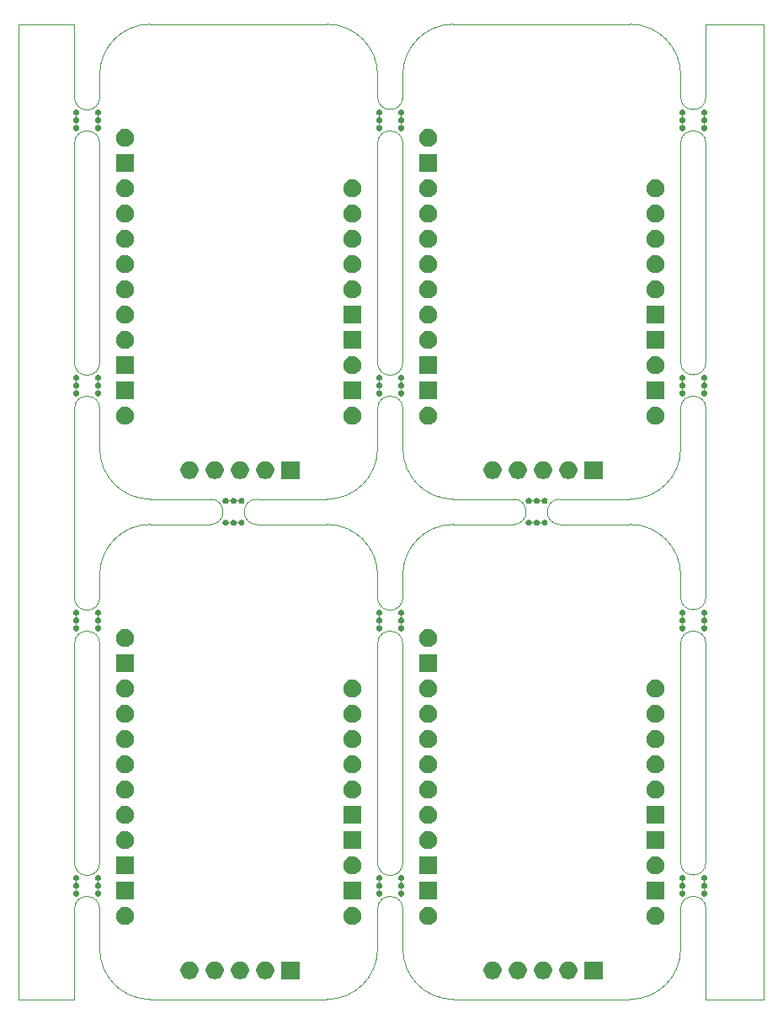
<source format=gbr>
G04 #@! TF.GenerationSoftware,KiCad,Pcbnew,(5.1.6)-1*
G04 #@! TF.CreationDate,2020-10-30T01:23:07+08:00*
G04 #@! TF.ProjectId,panelized2,70616e65-6c69-47a6-9564-322e6b696361,rev?*
G04 #@! TF.SameCoordinates,Original*
G04 #@! TF.FileFunction,Soldermask,Bot*
G04 #@! TF.FilePolarity,Negative*
%FSLAX46Y46*%
G04 Gerber Fmt 4.6, Leading zero omitted, Abs format (unit mm)*
G04 Created by KiCad (PCBNEW (5.1.6)-1) date 2020-10-30 01:23:07*
%MOMM*%
%LPD*%
G01*
G04 APERTURE LIST*
G04 #@! TA.AperFunction,Profile*
%ADD10C,0.050000*%
G04 #@! TD*
%ADD11C,0.100000*%
G04 APERTURE END LIST*
D10*
X156209998Y-82803999D02*
G75*
G02*
X153670002Y-82804000I-1269998J-1D01*
G01*
X153670063Y-60756801D02*
G75*
G02*
X156210000Y-60769500I1269937J-12699D01*
G01*
X153670063Y-111048801D02*
G75*
G02*
X156210000Y-111061500I1269937J-12699D01*
G01*
X156209998Y-133095999D02*
G75*
G02*
X153670002Y-133096000I-1269998J-1D01*
G01*
X179070000Y-146812000D02*
X161290000Y-146812000D01*
X125729998Y-82803999D02*
G75*
G02*
X123190002Y-82804000I-1269998J-1D01*
G01*
X123190063Y-60756801D02*
G75*
G02*
X125730000Y-60769500I1269937J-12699D01*
G01*
X153670063Y-87426801D02*
G75*
G02*
X156210000Y-87439500I1269937J-12699D01*
G01*
X141541500Y-99060000D02*
X148590000Y-99060000D01*
X130810000Y-99060000D02*
X136855200Y-99060000D01*
X172021500Y-99060000D02*
X179070000Y-99060000D01*
X161290000Y-99060000D02*
X167335200Y-99060000D01*
X156209998Y-106425999D02*
G75*
G02*
X153670002Y-106426000I-1269998J-1D01*
G01*
X125729998Y-106425999D02*
G75*
G02*
X123190002Y-106426000I-1269998J-1D01*
G01*
X123190063Y-87426801D02*
G75*
G02*
X125730000Y-87439500I1269937J-12699D01*
G01*
X125729998Y-133095999D02*
G75*
G02*
X123190002Y-133096000I-1269998J-1D01*
G01*
X123190063Y-111048801D02*
G75*
G02*
X125730000Y-111061500I1269937J-12699D01*
G01*
X123190063Y-137718801D02*
G75*
G02*
X125730000Y-137731500I1269937J-12699D01*
G01*
X156210000Y-137731500D02*
X156210000Y-141732000D01*
X153670063Y-137718801D02*
G75*
G02*
X156210000Y-137731500I1269937J-12699D01*
G01*
X156209997Y-56134001D02*
G75*
G02*
X153670002Y-56133998I-1269997J63501D01*
G01*
X125729998Y-56133999D02*
G75*
G02*
X123190002Y-56134000I-1269998J-1D01*
G01*
X125730000Y-53848000D02*
X125730000Y-56134000D01*
X117602000Y-146812000D02*
X123190000Y-146812000D01*
X123190000Y-111048800D02*
X123190001Y-133095999D01*
X123190000Y-87426800D02*
X123190001Y-106425999D01*
X123190000Y-60756800D02*
X123190001Y-82803999D01*
X123190000Y-48768000D02*
X123190001Y-56133999D01*
X117602000Y-48768000D02*
X123190000Y-48768000D01*
X117602000Y-146812000D02*
X117602000Y-48768000D01*
X123190000Y-137718800D02*
X123190000Y-146812000D01*
X186691015Y-82753201D02*
X186690000Y-60756800D01*
X186690000Y-87426800D02*
X186691015Y-106375201D01*
X186691015Y-133045201D02*
X186690000Y-111048800D01*
X186690000Y-146812000D02*
X192532000Y-146812000D01*
X192532000Y-48768000D02*
X192532000Y-146812000D01*
X186690000Y-137718800D02*
X186690000Y-146812000D01*
X186690000Y-48768000D02*
X192532000Y-48768000D01*
X186691015Y-56083201D02*
X186690000Y-48768000D01*
X136855200Y-146812000D02*
X141541500Y-146812000D01*
X184150000Y-111048800D02*
G75*
G02*
X186690000Y-111048800I1270000J0D01*
G01*
X184150000Y-60756800D02*
G75*
G02*
X186690000Y-60756800I1270000J0D01*
G01*
X186691015Y-133045201D02*
G75*
G02*
X184150001Y-133095999I-1271015J1D01*
G01*
X184150000Y-87426800D02*
G75*
G02*
X186690000Y-87426800I1270000J0D01*
G01*
X184150000Y-137718800D02*
G75*
G02*
X186690000Y-137718800I1270000J0D01*
G01*
X186691015Y-106375201D02*
G75*
G02*
X184150001Y-106425999I-1271015J1D01*
G01*
X186691015Y-56083201D02*
G75*
G02*
X184150001Y-56133999I-1271015J1D01*
G01*
X186691015Y-82753201D02*
G75*
G02*
X184150001Y-82803999I-1271015J1D01*
G01*
X184150000Y-104140000D02*
X184150001Y-106425999D01*
X153670000Y-104140000D02*
X153670001Y-106425999D01*
X184150000Y-53848000D02*
X184150001Y-56133999D01*
X136855200Y-146812000D02*
X130810000Y-146812000D01*
X167335200Y-96520000D02*
X161290000Y-96520000D01*
X156210000Y-104140000D02*
X156210000Y-106426000D01*
X125730000Y-104140000D02*
X125730000Y-106426000D01*
X156210000Y-53848000D02*
X156210000Y-56134000D01*
X167335200Y-96520000D02*
G75*
G02*
X167335200Y-99060000I0J-1270000D01*
G01*
X156210000Y-111061500D02*
X156210000Y-133096000D01*
X125730000Y-111061500D02*
X125730000Y-133096000D01*
X156210000Y-60769500D02*
X156210000Y-82804000D01*
X172021500Y-99060000D02*
G75*
G02*
X172021500Y-96520000I0J1270000D01*
G01*
X184150000Y-141732000D02*
X184150000Y-137718800D01*
X153670000Y-141732000D02*
X153670000Y-137718800D01*
X184150000Y-91440000D02*
X184150000Y-87426800D01*
X148590000Y-146812000D02*
X141541500Y-146812000D01*
X179070000Y-96520000D02*
X172021500Y-96520000D01*
X184150001Y-133095999D02*
X184150000Y-111048800D01*
X153670001Y-133095999D02*
X153670000Y-111048800D01*
X184150001Y-82803999D02*
X184150000Y-60756800D01*
X125730000Y-141732000D02*
X125730000Y-137731500D01*
X156210000Y-91440000D02*
X156210000Y-87439500D01*
X161290000Y-48768000D02*
X179070000Y-48768000D01*
X161290000Y-146812000D02*
G75*
G02*
X156210000Y-141732000I0J5080000D01*
G01*
X130810000Y-146812000D02*
G75*
G02*
X125730000Y-141732000I0J5080000D01*
G01*
X161290000Y-96520000D02*
G75*
G02*
X156210000Y-91440000I0J5080000D01*
G01*
X184150000Y-141732000D02*
G75*
G02*
X179070000Y-146812000I-5080000J0D01*
G01*
X153670000Y-141732000D02*
G75*
G02*
X148590000Y-146812000I-5080000J0D01*
G01*
X184150000Y-91440000D02*
G75*
G02*
X179070000Y-96520000I-5080000J0D01*
G01*
X179070000Y-99060000D02*
G75*
G02*
X184150000Y-104140000I0J-5080000D01*
G01*
X148590000Y-99060000D02*
G75*
G02*
X153670000Y-104140000I0J-5080000D01*
G01*
X179070000Y-48768000D02*
G75*
G02*
X184150000Y-53848000I0J-5080000D01*
G01*
X156210000Y-104140000D02*
G75*
G02*
X161290000Y-99060000I5080000J0D01*
G01*
X125730000Y-104140000D02*
G75*
G02*
X130810000Y-99060000I5080000J0D01*
G01*
X156210000Y-53848000D02*
G75*
G02*
X161290000Y-48768000I5080000J0D01*
G01*
X125730000Y-91440000D02*
X125730000Y-87439500D01*
X125730000Y-60769500D02*
X125730000Y-82804000D01*
X136855200Y-96520000D02*
X130810000Y-96520000D01*
X148590000Y-96520000D02*
X141541500Y-96520000D01*
X136855200Y-96520000D02*
G75*
G02*
X136855200Y-99060000I0J-1270000D01*
G01*
X141541500Y-99060000D02*
G75*
G02*
X141541500Y-96520000I0J1270000D01*
G01*
X153670000Y-91440000D02*
X153670000Y-87426800D01*
X153670000Y-53848000D02*
X153670001Y-56133999D01*
X153670001Y-82803999D02*
X153670000Y-60756800D01*
X130810000Y-48768000D02*
X148590000Y-48768000D01*
X153670000Y-91440000D02*
G75*
G02*
X148590000Y-96520000I-5080000J0D01*
G01*
X130810000Y-96520000D02*
G75*
G02*
X125730000Y-91440000I0J5080000D01*
G01*
X148590000Y-48768000D02*
G75*
G02*
X153670000Y-53848000I0J-5080000D01*
G01*
X125730000Y-53848000D02*
G75*
G02*
X130810000Y-48768000I5080000J0D01*
G01*
D11*
G36*
X176288000Y-144792000D02*
G01*
X174486000Y-144792000D01*
X174486000Y-142990000D01*
X176288000Y-142990000D01*
X176288000Y-144792000D01*
G37*
G36*
X170420512Y-142994927D02*
G01*
X170569812Y-143024624D01*
X170733784Y-143092544D01*
X170881354Y-143191147D01*
X171006853Y-143316646D01*
X171105456Y-143464216D01*
X171173376Y-143628188D01*
X171208000Y-143802259D01*
X171208000Y-143979741D01*
X171173376Y-144153812D01*
X171105456Y-144317784D01*
X171006853Y-144465354D01*
X170881354Y-144590853D01*
X170733784Y-144689456D01*
X170569812Y-144757376D01*
X170420512Y-144787073D01*
X170395742Y-144792000D01*
X170218258Y-144792000D01*
X170193488Y-144787073D01*
X170044188Y-144757376D01*
X169880216Y-144689456D01*
X169732646Y-144590853D01*
X169607147Y-144465354D01*
X169508544Y-144317784D01*
X169440624Y-144153812D01*
X169406000Y-143979741D01*
X169406000Y-143802259D01*
X169440624Y-143628188D01*
X169508544Y-143464216D01*
X169607147Y-143316646D01*
X169732646Y-143191147D01*
X169880216Y-143092544D01*
X170044188Y-143024624D01*
X170193488Y-142994927D01*
X170218258Y-142990000D01*
X170395742Y-142990000D01*
X170420512Y-142994927D01*
G37*
G36*
X167880512Y-142994927D02*
G01*
X168029812Y-143024624D01*
X168193784Y-143092544D01*
X168341354Y-143191147D01*
X168466853Y-143316646D01*
X168565456Y-143464216D01*
X168633376Y-143628188D01*
X168668000Y-143802259D01*
X168668000Y-143979741D01*
X168633376Y-144153812D01*
X168565456Y-144317784D01*
X168466853Y-144465354D01*
X168341354Y-144590853D01*
X168193784Y-144689456D01*
X168029812Y-144757376D01*
X167880512Y-144787073D01*
X167855742Y-144792000D01*
X167678258Y-144792000D01*
X167653488Y-144787073D01*
X167504188Y-144757376D01*
X167340216Y-144689456D01*
X167192646Y-144590853D01*
X167067147Y-144465354D01*
X166968544Y-144317784D01*
X166900624Y-144153812D01*
X166866000Y-143979741D01*
X166866000Y-143802259D01*
X166900624Y-143628188D01*
X166968544Y-143464216D01*
X167067147Y-143316646D01*
X167192646Y-143191147D01*
X167340216Y-143092544D01*
X167504188Y-143024624D01*
X167653488Y-142994927D01*
X167678258Y-142990000D01*
X167855742Y-142990000D01*
X167880512Y-142994927D01*
G37*
G36*
X165340512Y-142994927D02*
G01*
X165489812Y-143024624D01*
X165653784Y-143092544D01*
X165801354Y-143191147D01*
X165926853Y-143316646D01*
X166025456Y-143464216D01*
X166093376Y-143628188D01*
X166128000Y-143802259D01*
X166128000Y-143979741D01*
X166093376Y-144153812D01*
X166025456Y-144317784D01*
X165926853Y-144465354D01*
X165801354Y-144590853D01*
X165653784Y-144689456D01*
X165489812Y-144757376D01*
X165340512Y-144787073D01*
X165315742Y-144792000D01*
X165138258Y-144792000D01*
X165113488Y-144787073D01*
X164964188Y-144757376D01*
X164800216Y-144689456D01*
X164652646Y-144590853D01*
X164527147Y-144465354D01*
X164428544Y-144317784D01*
X164360624Y-144153812D01*
X164326000Y-143979741D01*
X164326000Y-143802259D01*
X164360624Y-143628188D01*
X164428544Y-143464216D01*
X164527147Y-143316646D01*
X164652646Y-143191147D01*
X164800216Y-143092544D01*
X164964188Y-143024624D01*
X165113488Y-142994927D01*
X165138258Y-142990000D01*
X165315742Y-142990000D01*
X165340512Y-142994927D01*
G37*
G36*
X145808000Y-144792000D02*
G01*
X144006000Y-144792000D01*
X144006000Y-142990000D01*
X145808000Y-142990000D01*
X145808000Y-144792000D01*
G37*
G36*
X142480512Y-142994927D02*
G01*
X142629812Y-143024624D01*
X142793784Y-143092544D01*
X142941354Y-143191147D01*
X143066853Y-143316646D01*
X143165456Y-143464216D01*
X143233376Y-143628188D01*
X143268000Y-143802259D01*
X143268000Y-143979741D01*
X143233376Y-144153812D01*
X143165456Y-144317784D01*
X143066853Y-144465354D01*
X142941354Y-144590853D01*
X142793784Y-144689456D01*
X142629812Y-144757376D01*
X142480512Y-144787073D01*
X142455742Y-144792000D01*
X142278258Y-144792000D01*
X142253488Y-144787073D01*
X142104188Y-144757376D01*
X141940216Y-144689456D01*
X141792646Y-144590853D01*
X141667147Y-144465354D01*
X141568544Y-144317784D01*
X141500624Y-144153812D01*
X141466000Y-143979741D01*
X141466000Y-143802259D01*
X141500624Y-143628188D01*
X141568544Y-143464216D01*
X141667147Y-143316646D01*
X141792646Y-143191147D01*
X141940216Y-143092544D01*
X142104188Y-143024624D01*
X142253488Y-142994927D01*
X142278258Y-142990000D01*
X142455742Y-142990000D01*
X142480512Y-142994927D01*
G37*
G36*
X139940512Y-142994927D02*
G01*
X140089812Y-143024624D01*
X140253784Y-143092544D01*
X140401354Y-143191147D01*
X140526853Y-143316646D01*
X140625456Y-143464216D01*
X140693376Y-143628188D01*
X140728000Y-143802259D01*
X140728000Y-143979741D01*
X140693376Y-144153812D01*
X140625456Y-144317784D01*
X140526853Y-144465354D01*
X140401354Y-144590853D01*
X140253784Y-144689456D01*
X140089812Y-144757376D01*
X139940512Y-144787073D01*
X139915742Y-144792000D01*
X139738258Y-144792000D01*
X139713488Y-144787073D01*
X139564188Y-144757376D01*
X139400216Y-144689456D01*
X139252646Y-144590853D01*
X139127147Y-144465354D01*
X139028544Y-144317784D01*
X138960624Y-144153812D01*
X138926000Y-143979741D01*
X138926000Y-143802259D01*
X138960624Y-143628188D01*
X139028544Y-143464216D01*
X139127147Y-143316646D01*
X139252646Y-143191147D01*
X139400216Y-143092544D01*
X139564188Y-143024624D01*
X139713488Y-142994927D01*
X139738258Y-142990000D01*
X139915742Y-142990000D01*
X139940512Y-142994927D01*
G37*
G36*
X137400512Y-142994927D02*
G01*
X137549812Y-143024624D01*
X137713784Y-143092544D01*
X137861354Y-143191147D01*
X137986853Y-143316646D01*
X138085456Y-143464216D01*
X138153376Y-143628188D01*
X138188000Y-143802259D01*
X138188000Y-143979741D01*
X138153376Y-144153812D01*
X138085456Y-144317784D01*
X137986853Y-144465354D01*
X137861354Y-144590853D01*
X137713784Y-144689456D01*
X137549812Y-144757376D01*
X137400512Y-144787073D01*
X137375742Y-144792000D01*
X137198258Y-144792000D01*
X137173488Y-144787073D01*
X137024188Y-144757376D01*
X136860216Y-144689456D01*
X136712646Y-144590853D01*
X136587147Y-144465354D01*
X136488544Y-144317784D01*
X136420624Y-144153812D01*
X136386000Y-143979741D01*
X136386000Y-143802259D01*
X136420624Y-143628188D01*
X136488544Y-143464216D01*
X136587147Y-143316646D01*
X136712646Y-143191147D01*
X136860216Y-143092544D01*
X137024188Y-143024624D01*
X137173488Y-142994927D01*
X137198258Y-142990000D01*
X137375742Y-142990000D01*
X137400512Y-142994927D01*
G37*
G36*
X134860512Y-142994927D02*
G01*
X135009812Y-143024624D01*
X135173784Y-143092544D01*
X135321354Y-143191147D01*
X135446853Y-143316646D01*
X135545456Y-143464216D01*
X135613376Y-143628188D01*
X135648000Y-143802259D01*
X135648000Y-143979741D01*
X135613376Y-144153812D01*
X135545456Y-144317784D01*
X135446853Y-144465354D01*
X135321354Y-144590853D01*
X135173784Y-144689456D01*
X135009812Y-144757376D01*
X134860512Y-144787073D01*
X134835742Y-144792000D01*
X134658258Y-144792000D01*
X134633488Y-144787073D01*
X134484188Y-144757376D01*
X134320216Y-144689456D01*
X134172646Y-144590853D01*
X134047147Y-144465354D01*
X133948544Y-144317784D01*
X133880624Y-144153812D01*
X133846000Y-143979741D01*
X133846000Y-143802259D01*
X133880624Y-143628188D01*
X133948544Y-143464216D01*
X134047147Y-143316646D01*
X134172646Y-143191147D01*
X134320216Y-143092544D01*
X134484188Y-143024624D01*
X134633488Y-142994927D01*
X134658258Y-142990000D01*
X134835742Y-142990000D01*
X134860512Y-142994927D01*
G37*
G36*
X172960512Y-142994927D02*
G01*
X173109812Y-143024624D01*
X173273784Y-143092544D01*
X173421354Y-143191147D01*
X173546853Y-143316646D01*
X173645456Y-143464216D01*
X173713376Y-143628188D01*
X173748000Y-143802259D01*
X173748000Y-143979741D01*
X173713376Y-144153812D01*
X173645456Y-144317784D01*
X173546853Y-144465354D01*
X173421354Y-144590853D01*
X173273784Y-144689456D01*
X173109812Y-144757376D01*
X172960512Y-144787073D01*
X172935742Y-144792000D01*
X172758258Y-144792000D01*
X172733488Y-144787073D01*
X172584188Y-144757376D01*
X172420216Y-144689456D01*
X172272646Y-144590853D01*
X172147147Y-144465354D01*
X172048544Y-144317784D01*
X171980624Y-144153812D01*
X171946000Y-143979741D01*
X171946000Y-143802259D01*
X171980624Y-143628188D01*
X172048544Y-143464216D01*
X172147147Y-143316646D01*
X172272646Y-143191147D01*
X172420216Y-143092544D01*
X172584188Y-143024624D01*
X172733488Y-142994927D01*
X172758258Y-142990000D01*
X172935742Y-142990000D01*
X172960512Y-142994927D01*
G37*
G36*
X128383512Y-137533927D02*
G01*
X128532812Y-137563624D01*
X128696784Y-137631544D01*
X128844354Y-137730147D01*
X128969853Y-137855646D01*
X129068456Y-138003216D01*
X129136376Y-138167188D01*
X129171000Y-138341259D01*
X129171000Y-138518741D01*
X129136376Y-138692812D01*
X129068456Y-138856784D01*
X128969853Y-139004354D01*
X128844354Y-139129853D01*
X128696784Y-139228456D01*
X128532812Y-139296376D01*
X128383512Y-139326073D01*
X128358742Y-139331000D01*
X128181258Y-139331000D01*
X128156488Y-139326073D01*
X128007188Y-139296376D01*
X127843216Y-139228456D01*
X127695646Y-139129853D01*
X127570147Y-139004354D01*
X127471544Y-138856784D01*
X127403624Y-138692812D01*
X127369000Y-138518741D01*
X127369000Y-138341259D01*
X127403624Y-138167188D01*
X127471544Y-138003216D01*
X127570147Y-137855646D01*
X127695646Y-137730147D01*
X127843216Y-137631544D01*
X128007188Y-137563624D01*
X128156488Y-137533927D01*
X128181258Y-137529000D01*
X128358742Y-137529000D01*
X128383512Y-137533927D01*
G37*
G36*
X158863512Y-137533927D02*
G01*
X159012812Y-137563624D01*
X159176784Y-137631544D01*
X159324354Y-137730147D01*
X159449853Y-137855646D01*
X159548456Y-138003216D01*
X159616376Y-138167188D01*
X159651000Y-138341259D01*
X159651000Y-138518741D01*
X159616376Y-138692812D01*
X159548456Y-138856784D01*
X159449853Y-139004354D01*
X159324354Y-139129853D01*
X159176784Y-139228456D01*
X159012812Y-139296376D01*
X158863512Y-139326073D01*
X158838742Y-139331000D01*
X158661258Y-139331000D01*
X158636488Y-139326073D01*
X158487188Y-139296376D01*
X158323216Y-139228456D01*
X158175646Y-139129853D01*
X158050147Y-139004354D01*
X157951544Y-138856784D01*
X157883624Y-138692812D01*
X157849000Y-138518741D01*
X157849000Y-138341259D01*
X157883624Y-138167188D01*
X157951544Y-138003216D01*
X158050147Y-137855646D01*
X158175646Y-137730147D01*
X158323216Y-137631544D01*
X158487188Y-137563624D01*
X158636488Y-137533927D01*
X158661258Y-137529000D01*
X158838742Y-137529000D01*
X158863512Y-137533927D01*
G37*
G36*
X181723512Y-137533927D02*
G01*
X181872812Y-137563624D01*
X182036784Y-137631544D01*
X182184354Y-137730147D01*
X182309853Y-137855646D01*
X182408456Y-138003216D01*
X182476376Y-138167188D01*
X182511000Y-138341259D01*
X182511000Y-138518741D01*
X182476376Y-138692812D01*
X182408456Y-138856784D01*
X182309853Y-139004354D01*
X182184354Y-139129853D01*
X182036784Y-139228456D01*
X181872812Y-139296376D01*
X181723512Y-139326073D01*
X181698742Y-139331000D01*
X181521258Y-139331000D01*
X181496488Y-139326073D01*
X181347188Y-139296376D01*
X181183216Y-139228456D01*
X181035646Y-139129853D01*
X180910147Y-139004354D01*
X180811544Y-138856784D01*
X180743624Y-138692812D01*
X180709000Y-138518741D01*
X180709000Y-138341259D01*
X180743624Y-138167188D01*
X180811544Y-138003216D01*
X180910147Y-137855646D01*
X181035646Y-137730147D01*
X181183216Y-137631544D01*
X181347188Y-137563624D01*
X181496488Y-137533927D01*
X181521258Y-137529000D01*
X181698742Y-137529000D01*
X181723512Y-137533927D01*
G37*
G36*
X151243512Y-137533927D02*
G01*
X151392812Y-137563624D01*
X151556784Y-137631544D01*
X151704354Y-137730147D01*
X151829853Y-137855646D01*
X151928456Y-138003216D01*
X151996376Y-138167188D01*
X152031000Y-138341259D01*
X152031000Y-138518741D01*
X151996376Y-138692812D01*
X151928456Y-138856784D01*
X151829853Y-139004354D01*
X151704354Y-139129853D01*
X151556784Y-139228456D01*
X151392812Y-139296376D01*
X151243512Y-139326073D01*
X151218742Y-139331000D01*
X151041258Y-139331000D01*
X151016488Y-139326073D01*
X150867188Y-139296376D01*
X150703216Y-139228456D01*
X150555646Y-139129853D01*
X150430147Y-139004354D01*
X150331544Y-138856784D01*
X150263624Y-138692812D01*
X150229000Y-138518741D01*
X150229000Y-138341259D01*
X150263624Y-138167188D01*
X150331544Y-138003216D01*
X150430147Y-137855646D01*
X150555646Y-137730147D01*
X150703216Y-137631544D01*
X150867188Y-137563624D01*
X151016488Y-137533927D01*
X151041258Y-137529000D01*
X151218742Y-137529000D01*
X151243512Y-137533927D01*
G37*
G36*
X152031000Y-136791000D02*
G01*
X150229000Y-136791000D01*
X150229000Y-134989000D01*
X152031000Y-134989000D01*
X152031000Y-136791000D01*
G37*
G36*
X182511000Y-136791000D02*
G01*
X180709000Y-136791000D01*
X180709000Y-134989000D01*
X182511000Y-134989000D01*
X182511000Y-136791000D01*
G37*
G36*
X159651000Y-136791000D02*
G01*
X157849000Y-136791000D01*
X157849000Y-134989000D01*
X159651000Y-134989000D01*
X159651000Y-136791000D01*
G37*
G36*
X129171000Y-136791000D02*
G01*
X127369000Y-136791000D01*
X127369000Y-134989000D01*
X129171000Y-134989000D01*
X129171000Y-136791000D01*
G37*
G36*
X123447797Y-134292567D02*
G01*
X123502575Y-134315257D01*
X123502577Y-134315258D01*
X123551876Y-134348198D01*
X123593802Y-134390124D01*
X123626742Y-134439423D01*
X123626743Y-134439425D01*
X123649433Y-134494203D01*
X123661000Y-134552353D01*
X123661000Y-134611647D01*
X123649433Y-134669797D01*
X123626743Y-134724575D01*
X123626742Y-134724577D01*
X123593802Y-134773876D01*
X123551876Y-134815802D01*
X123502577Y-134848742D01*
X123502576Y-134848743D01*
X123502575Y-134848743D01*
X123459668Y-134866516D01*
X123438057Y-134878067D01*
X123419115Y-134893613D01*
X123403570Y-134912555D01*
X123392019Y-134934165D01*
X123384906Y-134957614D01*
X123382504Y-134982000D01*
X123384906Y-135006387D01*
X123392019Y-135029835D01*
X123403570Y-135051446D01*
X123419116Y-135070388D01*
X123438058Y-135085933D01*
X123459668Y-135097484D01*
X123502575Y-135115257D01*
X123502577Y-135115258D01*
X123551876Y-135148198D01*
X123593802Y-135190124D01*
X123626742Y-135239423D01*
X123626743Y-135239425D01*
X123649433Y-135294203D01*
X123661000Y-135352353D01*
X123661000Y-135411647D01*
X123649433Y-135469797D01*
X123626743Y-135524575D01*
X123626742Y-135524577D01*
X123593802Y-135573876D01*
X123551876Y-135615802D01*
X123502577Y-135648742D01*
X123502576Y-135648743D01*
X123502575Y-135648743D01*
X123459668Y-135666516D01*
X123438057Y-135678067D01*
X123419115Y-135693613D01*
X123403570Y-135712555D01*
X123392019Y-135734165D01*
X123384906Y-135757614D01*
X123382504Y-135782000D01*
X123384906Y-135806387D01*
X123392019Y-135829835D01*
X123403570Y-135851446D01*
X123419116Y-135870388D01*
X123438058Y-135885933D01*
X123459668Y-135897484D01*
X123502575Y-135915257D01*
X123502577Y-135915258D01*
X123551876Y-135948198D01*
X123593802Y-135990124D01*
X123626742Y-136039423D01*
X123626743Y-136039425D01*
X123649433Y-136094203D01*
X123661000Y-136152353D01*
X123661000Y-136211647D01*
X123649433Y-136269797D01*
X123626743Y-136324575D01*
X123626742Y-136324577D01*
X123593802Y-136373876D01*
X123551876Y-136415802D01*
X123502577Y-136448742D01*
X123502576Y-136448743D01*
X123502575Y-136448743D01*
X123447797Y-136471433D01*
X123389647Y-136483000D01*
X123330353Y-136483000D01*
X123272203Y-136471433D01*
X123217425Y-136448743D01*
X123217424Y-136448743D01*
X123217423Y-136448742D01*
X123168124Y-136415802D01*
X123126198Y-136373876D01*
X123093258Y-136324577D01*
X123093257Y-136324575D01*
X123070567Y-136269797D01*
X123059000Y-136211647D01*
X123059000Y-136152353D01*
X123070567Y-136094203D01*
X123093257Y-136039425D01*
X123093258Y-136039423D01*
X123126198Y-135990124D01*
X123168124Y-135948198D01*
X123217423Y-135915258D01*
X123217425Y-135915257D01*
X123260332Y-135897484D01*
X123281943Y-135885933D01*
X123300885Y-135870387D01*
X123316430Y-135851445D01*
X123327981Y-135829835D01*
X123335094Y-135806386D01*
X123337496Y-135782000D01*
X123335094Y-135757613D01*
X123327981Y-135734165D01*
X123316430Y-135712554D01*
X123300884Y-135693612D01*
X123281942Y-135678067D01*
X123260332Y-135666516D01*
X123217425Y-135648743D01*
X123217424Y-135648743D01*
X123217423Y-135648742D01*
X123168124Y-135615802D01*
X123126198Y-135573876D01*
X123093258Y-135524577D01*
X123093257Y-135524575D01*
X123070567Y-135469797D01*
X123059000Y-135411647D01*
X123059000Y-135352353D01*
X123070567Y-135294203D01*
X123093257Y-135239425D01*
X123093258Y-135239423D01*
X123126198Y-135190124D01*
X123168124Y-135148198D01*
X123217423Y-135115258D01*
X123217425Y-135115257D01*
X123260332Y-135097484D01*
X123281943Y-135085933D01*
X123300885Y-135070387D01*
X123316430Y-135051445D01*
X123327981Y-135029835D01*
X123335094Y-135006386D01*
X123337496Y-134982000D01*
X123335094Y-134957613D01*
X123327981Y-134934165D01*
X123316430Y-134912554D01*
X123300884Y-134893612D01*
X123281942Y-134878067D01*
X123260332Y-134866516D01*
X123217425Y-134848743D01*
X123217424Y-134848743D01*
X123217423Y-134848742D01*
X123168124Y-134815802D01*
X123126198Y-134773876D01*
X123093258Y-134724577D01*
X123093257Y-134724575D01*
X123070567Y-134669797D01*
X123059000Y-134611647D01*
X123059000Y-134552353D01*
X123070567Y-134494203D01*
X123093257Y-134439425D01*
X123093258Y-134439423D01*
X123126198Y-134390124D01*
X123168124Y-134348198D01*
X123217423Y-134315258D01*
X123217425Y-134315257D01*
X123272203Y-134292567D01*
X123330353Y-134281000D01*
X123389647Y-134281000D01*
X123447797Y-134292567D01*
G37*
G36*
X153927797Y-134292567D02*
G01*
X153982575Y-134315257D01*
X153982577Y-134315258D01*
X154031876Y-134348198D01*
X154073802Y-134390124D01*
X154106742Y-134439423D01*
X154106743Y-134439425D01*
X154129433Y-134494203D01*
X154141000Y-134552353D01*
X154141000Y-134611647D01*
X154129433Y-134669797D01*
X154106743Y-134724575D01*
X154106742Y-134724577D01*
X154073802Y-134773876D01*
X154031876Y-134815802D01*
X153982577Y-134848742D01*
X153982576Y-134848743D01*
X153982575Y-134848743D01*
X153939668Y-134866516D01*
X153918057Y-134878067D01*
X153899115Y-134893613D01*
X153883570Y-134912555D01*
X153872019Y-134934165D01*
X153864906Y-134957614D01*
X153862504Y-134982000D01*
X153864906Y-135006387D01*
X153872019Y-135029835D01*
X153883570Y-135051446D01*
X153899116Y-135070388D01*
X153918058Y-135085933D01*
X153939668Y-135097484D01*
X153982575Y-135115257D01*
X153982577Y-135115258D01*
X154031876Y-135148198D01*
X154073802Y-135190124D01*
X154106742Y-135239423D01*
X154106743Y-135239425D01*
X154129433Y-135294203D01*
X154141000Y-135352353D01*
X154141000Y-135411647D01*
X154129433Y-135469797D01*
X154106743Y-135524575D01*
X154106742Y-135524577D01*
X154073802Y-135573876D01*
X154031876Y-135615802D01*
X153982577Y-135648742D01*
X153982576Y-135648743D01*
X153982575Y-135648743D01*
X153939668Y-135666516D01*
X153918057Y-135678067D01*
X153899115Y-135693613D01*
X153883570Y-135712555D01*
X153872019Y-135734165D01*
X153864906Y-135757614D01*
X153862504Y-135782000D01*
X153864906Y-135806387D01*
X153872019Y-135829835D01*
X153883570Y-135851446D01*
X153899116Y-135870388D01*
X153918058Y-135885933D01*
X153939668Y-135897484D01*
X153982575Y-135915257D01*
X153982577Y-135915258D01*
X154031876Y-135948198D01*
X154073802Y-135990124D01*
X154106742Y-136039423D01*
X154106743Y-136039425D01*
X154129433Y-136094203D01*
X154141000Y-136152353D01*
X154141000Y-136211647D01*
X154129433Y-136269797D01*
X154106743Y-136324575D01*
X154106742Y-136324577D01*
X154073802Y-136373876D01*
X154031876Y-136415802D01*
X153982577Y-136448742D01*
X153982576Y-136448743D01*
X153982575Y-136448743D01*
X153927797Y-136471433D01*
X153869647Y-136483000D01*
X153810353Y-136483000D01*
X153752203Y-136471433D01*
X153697425Y-136448743D01*
X153697424Y-136448743D01*
X153697423Y-136448742D01*
X153648124Y-136415802D01*
X153606198Y-136373876D01*
X153573258Y-136324577D01*
X153573257Y-136324575D01*
X153550567Y-136269797D01*
X153539000Y-136211647D01*
X153539000Y-136152353D01*
X153550567Y-136094203D01*
X153573257Y-136039425D01*
X153573258Y-136039423D01*
X153606198Y-135990124D01*
X153648124Y-135948198D01*
X153697423Y-135915258D01*
X153697425Y-135915257D01*
X153740332Y-135897484D01*
X153761943Y-135885933D01*
X153780885Y-135870387D01*
X153796430Y-135851445D01*
X153807981Y-135829835D01*
X153815094Y-135806386D01*
X153817496Y-135782000D01*
X153815094Y-135757613D01*
X153807981Y-135734165D01*
X153796430Y-135712554D01*
X153780884Y-135693612D01*
X153761942Y-135678067D01*
X153740332Y-135666516D01*
X153697425Y-135648743D01*
X153697424Y-135648743D01*
X153697423Y-135648742D01*
X153648124Y-135615802D01*
X153606198Y-135573876D01*
X153573258Y-135524577D01*
X153573257Y-135524575D01*
X153550567Y-135469797D01*
X153539000Y-135411647D01*
X153539000Y-135352353D01*
X153550567Y-135294203D01*
X153573257Y-135239425D01*
X153573258Y-135239423D01*
X153606198Y-135190124D01*
X153648124Y-135148198D01*
X153697423Y-135115258D01*
X153697425Y-135115257D01*
X153740332Y-135097484D01*
X153761943Y-135085933D01*
X153780885Y-135070387D01*
X153796430Y-135051445D01*
X153807981Y-135029835D01*
X153815094Y-135006386D01*
X153817496Y-134982000D01*
X153815094Y-134957613D01*
X153807981Y-134934165D01*
X153796430Y-134912554D01*
X153780884Y-134893612D01*
X153761942Y-134878067D01*
X153740332Y-134866516D01*
X153697425Y-134848743D01*
X153697424Y-134848743D01*
X153697423Y-134848742D01*
X153648124Y-134815802D01*
X153606198Y-134773876D01*
X153573258Y-134724577D01*
X153573257Y-134724575D01*
X153550567Y-134669797D01*
X153539000Y-134611647D01*
X153539000Y-134552353D01*
X153550567Y-134494203D01*
X153573257Y-134439425D01*
X153573258Y-134439423D01*
X153606198Y-134390124D01*
X153648124Y-134348198D01*
X153697423Y-134315258D01*
X153697425Y-134315257D01*
X153752203Y-134292567D01*
X153810353Y-134281000D01*
X153869647Y-134281000D01*
X153927797Y-134292567D01*
G37*
G36*
X125647797Y-134292567D02*
G01*
X125702575Y-134315257D01*
X125702577Y-134315258D01*
X125751876Y-134348198D01*
X125793802Y-134390124D01*
X125826742Y-134439423D01*
X125826743Y-134439425D01*
X125849433Y-134494203D01*
X125861000Y-134552353D01*
X125861000Y-134611647D01*
X125849433Y-134669797D01*
X125826743Y-134724575D01*
X125826742Y-134724577D01*
X125793802Y-134773876D01*
X125751876Y-134815802D01*
X125702577Y-134848742D01*
X125702576Y-134848743D01*
X125702575Y-134848743D01*
X125659668Y-134866516D01*
X125638057Y-134878067D01*
X125619115Y-134893613D01*
X125603570Y-134912555D01*
X125592019Y-134934165D01*
X125584906Y-134957614D01*
X125582504Y-134982000D01*
X125584906Y-135006387D01*
X125592019Y-135029835D01*
X125603570Y-135051446D01*
X125619116Y-135070388D01*
X125638058Y-135085933D01*
X125659668Y-135097484D01*
X125702575Y-135115257D01*
X125702577Y-135115258D01*
X125751876Y-135148198D01*
X125793802Y-135190124D01*
X125826742Y-135239423D01*
X125826743Y-135239425D01*
X125849433Y-135294203D01*
X125861000Y-135352353D01*
X125861000Y-135411647D01*
X125849433Y-135469797D01*
X125826743Y-135524575D01*
X125826742Y-135524577D01*
X125793802Y-135573876D01*
X125751876Y-135615802D01*
X125702577Y-135648742D01*
X125702576Y-135648743D01*
X125702575Y-135648743D01*
X125659668Y-135666516D01*
X125638057Y-135678067D01*
X125619115Y-135693613D01*
X125603570Y-135712555D01*
X125592019Y-135734165D01*
X125584906Y-135757614D01*
X125582504Y-135782000D01*
X125584906Y-135806387D01*
X125592019Y-135829835D01*
X125603570Y-135851446D01*
X125619116Y-135870388D01*
X125638058Y-135885933D01*
X125659668Y-135897484D01*
X125702575Y-135915257D01*
X125702577Y-135915258D01*
X125751876Y-135948198D01*
X125793802Y-135990124D01*
X125826742Y-136039423D01*
X125826743Y-136039425D01*
X125849433Y-136094203D01*
X125861000Y-136152353D01*
X125861000Y-136211647D01*
X125849433Y-136269797D01*
X125826743Y-136324575D01*
X125826742Y-136324577D01*
X125793802Y-136373876D01*
X125751876Y-136415802D01*
X125702577Y-136448742D01*
X125702576Y-136448743D01*
X125702575Y-136448743D01*
X125647797Y-136471433D01*
X125589647Y-136483000D01*
X125530353Y-136483000D01*
X125472203Y-136471433D01*
X125417425Y-136448743D01*
X125417424Y-136448743D01*
X125417423Y-136448742D01*
X125368124Y-136415802D01*
X125326198Y-136373876D01*
X125293258Y-136324577D01*
X125293257Y-136324575D01*
X125270567Y-136269797D01*
X125259000Y-136211647D01*
X125259000Y-136152353D01*
X125270567Y-136094203D01*
X125293257Y-136039425D01*
X125293258Y-136039423D01*
X125326198Y-135990124D01*
X125368124Y-135948198D01*
X125417423Y-135915258D01*
X125417425Y-135915257D01*
X125460332Y-135897484D01*
X125481943Y-135885933D01*
X125500885Y-135870387D01*
X125516430Y-135851445D01*
X125527981Y-135829835D01*
X125535094Y-135806386D01*
X125537496Y-135782000D01*
X125535094Y-135757613D01*
X125527981Y-135734165D01*
X125516430Y-135712554D01*
X125500884Y-135693612D01*
X125481942Y-135678067D01*
X125460332Y-135666516D01*
X125417425Y-135648743D01*
X125417424Y-135648743D01*
X125417423Y-135648742D01*
X125368124Y-135615802D01*
X125326198Y-135573876D01*
X125293258Y-135524577D01*
X125293257Y-135524575D01*
X125270567Y-135469797D01*
X125259000Y-135411647D01*
X125259000Y-135352353D01*
X125270567Y-135294203D01*
X125293257Y-135239425D01*
X125293258Y-135239423D01*
X125326198Y-135190124D01*
X125368124Y-135148198D01*
X125417423Y-135115258D01*
X125417425Y-135115257D01*
X125460332Y-135097484D01*
X125481943Y-135085933D01*
X125500885Y-135070387D01*
X125516430Y-135051445D01*
X125527981Y-135029835D01*
X125535094Y-135006386D01*
X125537496Y-134982000D01*
X125535094Y-134957613D01*
X125527981Y-134934165D01*
X125516430Y-134912554D01*
X125500884Y-134893612D01*
X125481942Y-134878067D01*
X125460332Y-134866516D01*
X125417425Y-134848743D01*
X125417424Y-134848743D01*
X125417423Y-134848742D01*
X125368124Y-134815802D01*
X125326198Y-134773876D01*
X125293258Y-134724577D01*
X125293257Y-134724575D01*
X125270567Y-134669797D01*
X125259000Y-134611647D01*
X125259000Y-134552353D01*
X125270567Y-134494203D01*
X125293257Y-134439425D01*
X125293258Y-134439423D01*
X125326198Y-134390124D01*
X125368124Y-134348198D01*
X125417423Y-134315258D01*
X125417425Y-134315257D01*
X125472203Y-134292567D01*
X125530353Y-134281000D01*
X125589647Y-134281000D01*
X125647797Y-134292567D01*
G37*
G36*
X156127797Y-134292567D02*
G01*
X156182575Y-134315257D01*
X156182577Y-134315258D01*
X156231876Y-134348198D01*
X156273802Y-134390124D01*
X156306742Y-134439423D01*
X156306743Y-134439425D01*
X156329433Y-134494203D01*
X156341000Y-134552353D01*
X156341000Y-134611647D01*
X156329433Y-134669797D01*
X156306743Y-134724575D01*
X156306742Y-134724577D01*
X156273802Y-134773876D01*
X156231876Y-134815802D01*
X156182577Y-134848742D01*
X156182576Y-134848743D01*
X156182575Y-134848743D01*
X156139668Y-134866516D01*
X156118057Y-134878067D01*
X156099115Y-134893613D01*
X156083570Y-134912555D01*
X156072019Y-134934165D01*
X156064906Y-134957614D01*
X156062504Y-134982000D01*
X156064906Y-135006387D01*
X156072019Y-135029835D01*
X156083570Y-135051446D01*
X156099116Y-135070388D01*
X156118058Y-135085933D01*
X156139668Y-135097484D01*
X156182575Y-135115257D01*
X156182577Y-135115258D01*
X156231876Y-135148198D01*
X156273802Y-135190124D01*
X156306742Y-135239423D01*
X156306743Y-135239425D01*
X156329433Y-135294203D01*
X156341000Y-135352353D01*
X156341000Y-135411647D01*
X156329433Y-135469797D01*
X156306743Y-135524575D01*
X156306742Y-135524577D01*
X156273802Y-135573876D01*
X156231876Y-135615802D01*
X156182577Y-135648742D01*
X156182576Y-135648743D01*
X156182575Y-135648743D01*
X156139668Y-135666516D01*
X156118057Y-135678067D01*
X156099115Y-135693613D01*
X156083570Y-135712555D01*
X156072019Y-135734165D01*
X156064906Y-135757614D01*
X156062504Y-135782000D01*
X156064906Y-135806387D01*
X156072019Y-135829835D01*
X156083570Y-135851446D01*
X156099116Y-135870388D01*
X156118058Y-135885933D01*
X156139668Y-135897484D01*
X156182575Y-135915257D01*
X156182577Y-135915258D01*
X156231876Y-135948198D01*
X156273802Y-135990124D01*
X156306742Y-136039423D01*
X156306743Y-136039425D01*
X156329433Y-136094203D01*
X156341000Y-136152353D01*
X156341000Y-136211647D01*
X156329433Y-136269797D01*
X156306743Y-136324575D01*
X156306742Y-136324577D01*
X156273802Y-136373876D01*
X156231876Y-136415802D01*
X156182577Y-136448742D01*
X156182576Y-136448743D01*
X156182575Y-136448743D01*
X156127797Y-136471433D01*
X156069647Y-136483000D01*
X156010353Y-136483000D01*
X155952203Y-136471433D01*
X155897425Y-136448743D01*
X155897424Y-136448743D01*
X155897423Y-136448742D01*
X155848124Y-136415802D01*
X155806198Y-136373876D01*
X155773258Y-136324577D01*
X155773257Y-136324575D01*
X155750567Y-136269797D01*
X155739000Y-136211647D01*
X155739000Y-136152353D01*
X155750567Y-136094203D01*
X155773257Y-136039425D01*
X155773258Y-136039423D01*
X155806198Y-135990124D01*
X155848124Y-135948198D01*
X155897423Y-135915258D01*
X155897425Y-135915257D01*
X155940332Y-135897484D01*
X155961943Y-135885933D01*
X155980885Y-135870387D01*
X155996430Y-135851445D01*
X156007981Y-135829835D01*
X156015094Y-135806386D01*
X156017496Y-135782000D01*
X156015094Y-135757613D01*
X156007981Y-135734165D01*
X155996430Y-135712554D01*
X155980884Y-135693612D01*
X155961942Y-135678067D01*
X155940332Y-135666516D01*
X155897425Y-135648743D01*
X155897424Y-135648743D01*
X155897423Y-135648742D01*
X155848124Y-135615802D01*
X155806198Y-135573876D01*
X155773258Y-135524577D01*
X155773257Y-135524575D01*
X155750567Y-135469797D01*
X155739000Y-135411647D01*
X155739000Y-135352353D01*
X155750567Y-135294203D01*
X155773257Y-135239425D01*
X155773258Y-135239423D01*
X155806198Y-135190124D01*
X155848124Y-135148198D01*
X155897423Y-135115258D01*
X155897425Y-135115257D01*
X155940332Y-135097484D01*
X155961943Y-135085933D01*
X155980885Y-135070387D01*
X155996430Y-135051445D01*
X156007981Y-135029835D01*
X156015094Y-135006386D01*
X156017496Y-134982000D01*
X156015094Y-134957613D01*
X156007981Y-134934165D01*
X155996430Y-134912554D01*
X155980884Y-134893612D01*
X155961942Y-134878067D01*
X155940332Y-134866516D01*
X155897425Y-134848743D01*
X155897424Y-134848743D01*
X155897423Y-134848742D01*
X155848124Y-134815802D01*
X155806198Y-134773876D01*
X155773258Y-134724577D01*
X155773257Y-134724575D01*
X155750567Y-134669797D01*
X155739000Y-134611647D01*
X155739000Y-134552353D01*
X155750567Y-134494203D01*
X155773257Y-134439425D01*
X155773258Y-134439423D01*
X155806198Y-134390124D01*
X155848124Y-134348198D01*
X155897423Y-134315258D01*
X155897425Y-134315257D01*
X155952203Y-134292567D01*
X156010353Y-134281000D01*
X156069647Y-134281000D01*
X156127797Y-134292567D01*
G37*
G36*
X186607797Y-134292567D02*
G01*
X186662575Y-134315257D01*
X186662577Y-134315258D01*
X186711876Y-134348198D01*
X186753802Y-134390124D01*
X186786742Y-134439423D01*
X186786743Y-134439425D01*
X186809433Y-134494203D01*
X186821000Y-134552353D01*
X186821000Y-134611647D01*
X186809433Y-134669797D01*
X186786743Y-134724575D01*
X186786742Y-134724577D01*
X186753802Y-134773876D01*
X186711876Y-134815802D01*
X186662577Y-134848742D01*
X186662576Y-134848743D01*
X186662575Y-134848743D01*
X186619668Y-134866516D01*
X186598057Y-134878067D01*
X186579115Y-134893613D01*
X186563570Y-134912555D01*
X186552019Y-134934165D01*
X186544906Y-134957614D01*
X186542504Y-134982000D01*
X186544906Y-135006387D01*
X186552019Y-135029835D01*
X186563570Y-135051446D01*
X186579116Y-135070388D01*
X186598058Y-135085933D01*
X186619668Y-135097484D01*
X186662575Y-135115257D01*
X186662577Y-135115258D01*
X186711876Y-135148198D01*
X186753802Y-135190124D01*
X186786742Y-135239423D01*
X186786743Y-135239425D01*
X186809433Y-135294203D01*
X186821000Y-135352353D01*
X186821000Y-135411647D01*
X186809433Y-135469797D01*
X186786743Y-135524575D01*
X186786742Y-135524577D01*
X186753802Y-135573876D01*
X186711876Y-135615802D01*
X186662577Y-135648742D01*
X186662576Y-135648743D01*
X186662575Y-135648743D01*
X186619668Y-135666516D01*
X186598057Y-135678067D01*
X186579115Y-135693613D01*
X186563570Y-135712555D01*
X186552019Y-135734165D01*
X186544906Y-135757614D01*
X186542504Y-135782000D01*
X186544906Y-135806387D01*
X186552019Y-135829835D01*
X186563570Y-135851446D01*
X186579116Y-135870388D01*
X186598058Y-135885933D01*
X186619668Y-135897484D01*
X186662575Y-135915257D01*
X186662577Y-135915258D01*
X186711876Y-135948198D01*
X186753802Y-135990124D01*
X186786742Y-136039423D01*
X186786743Y-136039425D01*
X186809433Y-136094203D01*
X186821000Y-136152353D01*
X186821000Y-136211647D01*
X186809433Y-136269797D01*
X186786743Y-136324575D01*
X186786742Y-136324577D01*
X186753802Y-136373876D01*
X186711876Y-136415802D01*
X186662577Y-136448742D01*
X186662576Y-136448743D01*
X186662575Y-136448743D01*
X186607797Y-136471433D01*
X186549647Y-136483000D01*
X186490353Y-136483000D01*
X186432203Y-136471433D01*
X186377425Y-136448743D01*
X186377424Y-136448743D01*
X186377423Y-136448742D01*
X186328124Y-136415802D01*
X186286198Y-136373876D01*
X186253258Y-136324577D01*
X186253257Y-136324575D01*
X186230567Y-136269797D01*
X186219000Y-136211647D01*
X186219000Y-136152353D01*
X186230567Y-136094203D01*
X186253257Y-136039425D01*
X186253258Y-136039423D01*
X186286198Y-135990124D01*
X186328124Y-135948198D01*
X186377423Y-135915258D01*
X186377425Y-135915257D01*
X186420332Y-135897484D01*
X186441943Y-135885933D01*
X186460885Y-135870387D01*
X186476430Y-135851445D01*
X186487981Y-135829835D01*
X186495094Y-135806386D01*
X186497496Y-135782000D01*
X186495094Y-135757613D01*
X186487981Y-135734165D01*
X186476430Y-135712554D01*
X186460884Y-135693612D01*
X186441942Y-135678067D01*
X186420332Y-135666516D01*
X186377425Y-135648743D01*
X186377424Y-135648743D01*
X186377423Y-135648742D01*
X186328124Y-135615802D01*
X186286198Y-135573876D01*
X186253258Y-135524577D01*
X186253257Y-135524575D01*
X186230567Y-135469797D01*
X186219000Y-135411647D01*
X186219000Y-135352353D01*
X186230567Y-135294203D01*
X186253257Y-135239425D01*
X186253258Y-135239423D01*
X186286198Y-135190124D01*
X186328124Y-135148198D01*
X186377423Y-135115258D01*
X186377425Y-135115257D01*
X186420332Y-135097484D01*
X186441943Y-135085933D01*
X186460885Y-135070387D01*
X186476430Y-135051445D01*
X186487981Y-135029835D01*
X186495094Y-135006386D01*
X186497496Y-134982000D01*
X186495094Y-134957613D01*
X186487981Y-134934165D01*
X186476430Y-134912554D01*
X186460884Y-134893612D01*
X186441942Y-134878067D01*
X186420332Y-134866516D01*
X186377425Y-134848743D01*
X186377424Y-134848743D01*
X186377423Y-134848742D01*
X186328124Y-134815802D01*
X186286198Y-134773876D01*
X186253258Y-134724577D01*
X186253257Y-134724575D01*
X186230567Y-134669797D01*
X186219000Y-134611647D01*
X186219000Y-134552353D01*
X186230567Y-134494203D01*
X186253257Y-134439425D01*
X186253258Y-134439423D01*
X186286198Y-134390124D01*
X186328124Y-134348198D01*
X186377423Y-134315258D01*
X186377425Y-134315257D01*
X186432203Y-134292567D01*
X186490353Y-134281000D01*
X186549647Y-134281000D01*
X186607797Y-134292567D01*
G37*
G36*
X184407797Y-134292567D02*
G01*
X184462575Y-134315257D01*
X184462577Y-134315258D01*
X184511876Y-134348198D01*
X184553802Y-134390124D01*
X184586742Y-134439423D01*
X184586743Y-134439425D01*
X184609433Y-134494203D01*
X184621000Y-134552353D01*
X184621000Y-134611647D01*
X184609433Y-134669797D01*
X184586743Y-134724575D01*
X184586742Y-134724577D01*
X184553802Y-134773876D01*
X184511876Y-134815802D01*
X184462577Y-134848742D01*
X184462576Y-134848743D01*
X184462575Y-134848743D01*
X184419668Y-134866516D01*
X184398057Y-134878067D01*
X184379115Y-134893613D01*
X184363570Y-134912555D01*
X184352019Y-134934165D01*
X184344906Y-134957614D01*
X184342504Y-134982000D01*
X184344906Y-135006387D01*
X184352019Y-135029835D01*
X184363570Y-135051446D01*
X184379116Y-135070388D01*
X184398058Y-135085933D01*
X184419668Y-135097484D01*
X184462575Y-135115257D01*
X184462577Y-135115258D01*
X184511876Y-135148198D01*
X184553802Y-135190124D01*
X184586742Y-135239423D01*
X184586743Y-135239425D01*
X184609433Y-135294203D01*
X184621000Y-135352353D01*
X184621000Y-135411647D01*
X184609433Y-135469797D01*
X184586743Y-135524575D01*
X184586742Y-135524577D01*
X184553802Y-135573876D01*
X184511876Y-135615802D01*
X184462577Y-135648742D01*
X184462576Y-135648743D01*
X184462575Y-135648743D01*
X184419668Y-135666516D01*
X184398057Y-135678067D01*
X184379115Y-135693613D01*
X184363570Y-135712555D01*
X184352019Y-135734165D01*
X184344906Y-135757614D01*
X184342504Y-135782000D01*
X184344906Y-135806387D01*
X184352019Y-135829835D01*
X184363570Y-135851446D01*
X184379116Y-135870388D01*
X184398058Y-135885933D01*
X184419668Y-135897484D01*
X184462575Y-135915257D01*
X184462577Y-135915258D01*
X184511876Y-135948198D01*
X184553802Y-135990124D01*
X184586742Y-136039423D01*
X184586743Y-136039425D01*
X184609433Y-136094203D01*
X184621000Y-136152353D01*
X184621000Y-136211647D01*
X184609433Y-136269797D01*
X184586743Y-136324575D01*
X184586742Y-136324577D01*
X184553802Y-136373876D01*
X184511876Y-136415802D01*
X184462577Y-136448742D01*
X184462576Y-136448743D01*
X184462575Y-136448743D01*
X184407797Y-136471433D01*
X184349647Y-136483000D01*
X184290353Y-136483000D01*
X184232203Y-136471433D01*
X184177425Y-136448743D01*
X184177424Y-136448743D01*
X184177423Y-136448742D01*
X184128124Y-136415802D01*
X184086198Y-136373876D01*
X184053258Y-136324577D01*
X184053257Y-136324575D01*
X184030567Y-136269797D01*
X184019000Y-136211647D01*
X184019000Y-136152353D01*
X184030567Y-136094203D01*
X184053257Y-136039425D01*
X184053258Y-136039423D01*
X184086198Y-135990124D01*
X184128124Y-135948198D01*
X184177423Y-135915258D01*
X184177425Y-135915257D01*
X184220332Y-135897484D01*
X184241943Y-135885933D01*
X184260885Y-135870387D01*
X184276430Y-135851445D01*
X184287981Y-135829835D01*
X184295094Y-135806386D01*
X184297496Y-135782000D01*
X184295094Y-135757613D01*
X184287981Y-135734165D01*
X184276430Y-135712554D01*
X184260884Y-135693612D01*
X184241942Y-135678067D01*
X184220332Y-135666516D01*
X184177425Y-135648743D01*
X184177424Y-135648743D01*
X184177423Y-135648742D01*
X184128124Y-135615802D01*
X184086198Y-135573876D01*
X184053258Y-135524577D01*
X184053257Y-135524575D01*
X184030567Y-135469797D01*
X184019000Y-135411647D01*
X184019000Y-135352353D01*
X184030567Y-135294203D01*
X184053257Y-135239425D01*
X184053258Y-135239423D01*
X184086198Y-135190124D01*
X184128124Y-135148198D01*
X184177423Y-135115258D01*
X184177425Y-135115257D01*
X184220332Y-135097484D01*
X184241943Y-135085933D01*
X184260885Y-135070387D01*
X184276430Y-135051445D01*
X184287981Y-135029835D01*
X184295094Y-135006386D01*
X184297496Y-134982000D01*
X184295094Y-134957613D01*
X184287981Y-134934165D01*
X184276430Y-134912554D01*
X184260884Y-134893612D01*
X184241942Y-134878067D01*
X184220332Y-134866516D01*
X184177425Y-134848743D01*
X184177424Y-134848743D01*
X184177423Y-134848742D01*
X184128124Y-134815802D01*
X184086198Y-134773876D01*
X184053258Y-134724577D01*
X184053257Y-134724575D01*
X184030567Y-134669797D01*
X184019000Y-134611647D01*
X184019000Y-134552353D01*
X184030567Y-134494203D01*
X184053257Y-134439425D01*
X184053258Y-134439423D01*
X184086198Y-134390124D01*
X184128124Y-134348198D01*
X184177423Y-134315258D01*
X184177425Y-134315257D01*
X184232203Y-134292567D01*
X184290353Y-134281000D01*
X184349647Y-134281000D01*
X184407797Y-134292567D01*
G37*
G36*
X159651000Y-134251000D02*
G01*
X157849000Y-134251000D01*
X157849000Y-132449000D01*
X159651000Y-132449000D01*
X159651000Y-134251000D01*
G37*
G36*
X181723512Y-132453927D02*
G01*
X181872812Y-132483624D01*
X182036784Y-132551544D01*
X182184354Y-132650147D01*
X182309853Y-132775646D01*
X182408456Y-132923216D01*
X182476376Y-133087188D01*
X182511000Y-133261259D01*
X182511000Y-133438741D01*
X182476376Y-133612812D01*
X182408456Y-133776784D01*
X182309853Y-133924354D01*
X182184354Y-134049853D01*
X182036784Y-134148456D01*
X181872812Y-134216376D01*
X181723512Y-134246073D01*
X181698742Y-134251000D01*
X181521258Y-134251000D01*
X181496488Y-134246073D01*
X181347188Y-134216376D01*
X181183216Y-134148456D01*
X181035646Y-134049853D01*
X180910147Y-133924354D01*
X180811544Y-133776784D01*
X180743624Y-133612812D01*
X180709000Y-133438741D01*
X180709000Y-133261259D01*
X180743624Y-133087188D01*
X180811544Y-132923216D01*
X180910147Y-132775646D01*
X181035646Y-132650147D01*
X181183216Y-132551544D01*
X181347188Y-132483624D01*
X181496488Y-132453927D01*
X181521258Y-132449000D01*
X181698742Y-132449000D01*
X181723512Y-132453927D01*
G37*
G36*
X151243512Y-132453927D02*
G01*
X151392812Y-132483624D01*
X151556784Y-132551544D01*
X151704354Y-132650147D01*
X151829853Y-132775646D01*
X151928456Y-132923216D01*
X151996376Y-133087188D01*
X152031000Y-133261259D01*
X152031000Y-133438741D01*
X151996376Y-133612812D01*
X151928456Y-133776784D01*
X151829853Y-133924354D01*
X151704354Y-134049853D01*
X151556784Y-134148456D01*
X151392812Y-134216376D01*
X151243512Y-134246073D01*
X151218742Y-134251000D01*
X151041258Y-134251000D01*
X151016488Y-134246073D01*
X150867188Y-134216376D01*
X150703216Y-134148456D01*
X150555646Y-134049853D01*
X150430147Y-133924354D01*
X150331544Y-133776784D01*
X150263624Y-133612812D01*
X150229000Y-133438741D01*
X150229000Y-133261259D01*
X150263624Y-133087188D01*
X150331544Y-132923216D01*
X150430147Y-132775646D01*
X150555646Y-132650147D01*
X150703216Y-132551544D01*
X150867188Y-132483624D01*
X151016488Y-132453927D01*
X151041258Y-132449000D01*
X151218742Y-132449000D01*
X151243512Y-132453927D01*
G37*
G36*
X129171000Y-134251000D02*
G01*
X127369000Y-134251000D01*
X127369000Y-132449000D01*
X129171000Y-132449000D01*
X129171000Y-134251000D01*
G37*
G36*
X158863512Y-129913927D02*
G01*
X159012812Y-129943624D01*
X159176784Y-130011544D01*
X159324354Y-130110147D01*
X159449853Y-130235646D01*
X159548456Y-130383216D01*
X159616376Y-130547188D01*
X159651000Y-130721259D01*
X159651000Y-130898741D01*
X159616376Y-131072812D01*
X159548456Y-131236784D01*
X159449853Y-131384354D01*
X159324354Y-131509853D01*
X159176784Y-131608456D01*
X159012812Y-131676376D01*
X158863512Y-131706073D01*
X158838742Y-131711000D01*
X158661258Y-131711000D01*
X158636488Y-131706073D01*
X158487188Y-131676376D01*
X158323216Y-131608456D01*
X158175646Y-131509853D01*
X158050147Y-131384354D01*
X157951544Y-131236784D01*
X157883624Y-131072812D01*
X157849000Y-130898741D01*
X157849000Y-130721259D01*
X157883624Y-130547188D01*
X157951544Y-130383216D01*
X158050147Y-130235646D01*
X158175646Y-130110147D01*
X158323216Y-130011544D01*
X158487188Y-129943624D01*
X158636488Y-129913927D01*
X158661258Y-129909000D01*
X158838742Y-129909000D01*
X158863512Y-129913927D01*
G37*
G36*
X128383512Y-129913927D02*
G01*
X128532812Y-129943624D01*
X128696784Y-130011544D01*
X128844354Y-130110147D01*
X128969853Y-130235646D01*
X129068456Y-130383216D01*
X129136376Y-130547188D01*
X129171000Y-130721259D01*
X129171000Y-130898741D01*
X129136376Y-131072812D01*
X129068456Y-131236784D01*
X128969853Y-131384354D01*
X128844354Y-131509853D01*
X128696784Y-131608456D01*
X128532812Y-131676376D01*
X128383512Y-131706073D01*
X128358742Y-131711000D01*
X128181258Y-131711000D01*
X128156488Y-131706073D01*
X128007188Y-131676376D01*
X127843216Y-131608456D01*
X127695646Y-131509853D01*
X127570147Y-131384354D01*
X127471544Y-131236784D01*
X127403624Y-131072812D01*
X127369000Y-130898741D01*
X127369000Y-130721259D01*
X127403624Y-130547188D01*
X127471544Y-130383216D01*
X127570147Y-130235646D01*
X127695646Y-130110147D01*
X127843216Y-130011544D01*
X128007188Y-129943624D01*
X128156488Y-129913927D01*
X128181258Y-129909000D01*
X128358742Y-129909000D01*
X128383512Y-129913927D01*
G37*
G36*
X152031000Y-131711000D02*
G01*
X150229000Y-131711000D01*
X150229000Y-129909000D01*
X152031000Y-129909000D01*
X152031000Y-131711000D01*
G37*
G36*
X182511000Y-131711000D02*
G01*
X180709000Y-131711000D01*
X180709000Y-129909000D01*
X182511000Y-129909000D01*
X182511000Y-131711000D01*
G37*
G36*
X182511000Y-129171000D02*
G01*
X180709000Y-129171000D01*
X180709000Y-127369000D01*
X182511000Y-127369000D01*
X182511000Y-129171000D01*
G37*
G36*
X152031000Y-129171000D02*
G01*
X150229000Y-129171000D01*
X150229000Y-127369000D01*
X152031000Y-127369000D01*
X152031000Y-129171000D01*
G37*
G36*
X128383512Y-127373927D02*
G01*
X128532812Y-127403624D01*
X128696784Y-127471544D01*
X128844354Y-127570147D01*
X128969853Y-127695646D01*
X129068456Y-127843216D01*
X129136376Y-128007188D01*
X129171000Y-128181259D01*
X129171000Y-128358741D01*
X129136376Y-128532812D01*
X129068456Y-128696784D01*
X128969853Y-128844354D01*
X128844354Y-128969853D01*
X128696784Y-129068456D01*
X128532812Y-129136376D01*
X128383512Y-129166073D01*
X128358742Y-129171000D01*
X128181258Y-129171000D01*
X128156488Y-129166073D01*
X128007188Y-129136376D01*
X127843216Y-129068456D01*
X127695646Y-128969853D01*
X127570147Y-128844354D01*
X127471544Y-128696784D01*
X127403624Y-128532812D01*
X127369000Y-128358741D01*
X127369000Y-128181259D01*
X127403624Y-128007188D01*
X127471544Y-127843216D01*
X127570147Y-127695646D01*
X127695646Y-127570147D01*
X127843216Y-127471544D01*
X128007188Y-127403624D01*
X128156488Y-127373927D01*
X128181258Y-127369000D01*
X128358742Y-127369000D01*
X128383512Y-127373927D01*
G37*
G36*
X158863512Y-127373927D02*
G01*
X159012812Y-127403624D01*
X159176784Y-127471544D01*
X159324354Y-127570147D01*
X159449853Y-127695646D01*
X159548456Y-127843216D01*
X159616376Y-128007188D01*
X159651000Y-128181259D01*
X159651000Y-128358741D01*
X159616376Y-128532812D01*
X159548456Y-128696784D01*
X159449853Y-128844354D01*
X159324354Y-128969853D01*
X159176784Y-129068456D01*
X159012812Y-129136376D01*
X158863512Y-129166073D01*
X158838742Y-129171000D01*
X158661258Y-129171000D01*
X158636488Y-129166073D01*
X158487188Y-129136376D01*
X158323216Y-129068456D01*
X158175646Y-128969853D01*
X158050147Y-128844354D01*
X157951544Y-128696784D01*
X157883624Y-128532812D01*
X157849000Y-128358741D01*
X157849000Y-128181259D01*
X157883624Y-128007188D01*
X157951544Y-127843216D01*
X158050147Y-127695646D01*
X158175646Y-127570147D01*
X158323216Y-127471544D01*
X158487188Y-127403624D01*
X158636488Y-127373927D01*
X158661258Y-127369000D01*
X158838742Y-127369000D01*
X158863512Y-127373927D01*
G37*
G36*
X181723512Y-124833927D02*
G01*
X181872812Y-124863624D01*
X182036784Y-124931544D01*
X182184354Y-125030147D01*
X182309853Y-125155646D01*
X182408456Y-125303216D01*
X182476376Y-125467188D01*
X182511000Y-125641259D01*
X182511000Y-125818741D01*
X182476376Y-125992812D01*
X182408456Y-126156784D01*
X182309853Y-126304354D01*
X182184354Y-126429853D01*
X182036784Y-126528456D01*
X181872812Y-126596376D01*
X181723512Y-126626073D01*
X181698742Y-126631000D01*
X181521258Y-126631000D01*
X181496488Y-126626073D01*
X181347188Y-126596376D01*
X181183216Y-126528456D01*
X181035646Y-126429853D01*
X180910147Y-126304354D01*
X180811544Y-126156784D01*
X180743624Y-125992812D01*
X180709000Y-125818741D01*
X180709000Y-125641259D01*
X180743624Y-125467188D01*
X180811544Y-125303216D01*
X180910147Y-125155646D01*
X181035646Y-125030147D01*
X181183216Y-124931544D01*
X181347188Y-124863624D01*
X181496488Y-124833927D01*
X181521258Y-124829000D01*
X181698742Y-124829000D01*
X181723512Y-124833927D01*
G37*
G36*
X128383512Y-124833927D02*
G01*
X128532812Y-124863624D01*
X128696784Y-124931544D01*
X128844354Y-125030147D01*
X128969853Y-125155646D01*
X129068456Y-125303216D01*
X129136376Y-125467188D01*
X129171000Y-125641259D01*
X129171000Y-125818741D01*
X129136376Y-125992812D01*
X129068456Y-126156784D01*
X128969853Y-126304354D01*
X128844354Y-126429853D01*
X128696784Y-126528456D01*
X128532812Y-126596376D01*
X128383512Y-126626073D01*
X128358742Y-126631000D01*
X128181258Y-126631000D01*
X128156488Y-126626073D01*
X128007188Y-126596376D01*
X127843216Y-126528456D01*
X127695646Y-126429853D01*
X127570147Y-126304354D01*
X127471544Y-126156784D01*
X127403624Y-125992812D01*
X127369000Y-125818741D01*
X127369000Y-125641259D01*
X127403624Y-125467188D01*
X127471544Y-125303216D01*
X127570147Y-125155646D01*
X127695646Y-125030147D01*
X127843216Y-124931544D01*
X128007188Y-124863624D01*
X128156488Y-124833927D01*
X128181258Y-124829000D01*
X128358742Y-124829000D01*
X128383512Y-124833927D01*
G37*
G36*
X158863512Y-124833927D02*
G01*
X159012812Y-124863624D01*
X159176784Y-124931544D01*
X159324354Y-125030147D01*
X159449853Y-125155646D01*
X159548456Y-125303216D01*
X159616376Y-125467188D01*
X159651000Y-125641259D01*
X159651000Y-125818741D01*
X159616376Y-125992812D01*
X159548456Y-126156784D01*
X159449853Y-126304354D01*
X159324354Y-126429853D01*
X159176784Y-126528456D01*
X159012812Y-126596376D01*
X158863512Y-126626073D01*
X158838742Y-126631000D01*
X158661258Y-126631000D01*
X158636488Y-126626073D01*
X158487188Y-126596376D01*
X158323216Y-126528456D01*
X158175646Y-126429853D01*
X158050147Y-126304354D01*
X157951544Y-126156784D01*
X157883624Y-125992812D01*
X157849000Y-125818741D01*
X157849000Y-125641259D01*
X157883624Y-125467188D01*
X157951544Y-125303216D01*
X158050147Y-125155646D01*
X158175646Y-125030147D01*
X158323216Y-124931544D01*
X158487188Y-124863624D01*
X158636488Y-124833927D01*
X158661258Y-124829000D01*
X158838742Y-124829000D01*
X158863512Y-124833927D01*
G37*
G36*
X151243512Y-124833927D02*
G01*
X151392812Y-124863624D01*
X151556784Y-124931544D01*
X151704354Y-125030147D01*
X151829853Y-125155646D01*
X151928456Y-125303216D01*
X151996376Y-125467188D01*
X152031000Y-125641259D01*
X152031000Y-125818741D01*
X151996376Y-125992812D01*
X151928456Y-126156784D01*
X151829853Y-126304354D01*
X151704354Y-126429853D01*
X151556784Y-126528456D01*
X151392812Y-126596376D01*
X151243512Y-126626073D01*
X151218742Y-126631000D01*
X151041258Y-126631000D01*
X151016488Y-126626073D01*
X150867188Y-126596376D01*
X150703216Y-126528456D01*
X150555646Y-126429853D01*
X150430147Y-126304354D01*
X150331544Y-126156784D01*
X150263624Y-125992812D01*
X150229000Y-125818741D01*
X150229000Y-125641259D01*
X150263624Y-125467188D01*
X150331544Y-125303216D01*
X150430147Y-125155646D01*
X150555646Y-125030147D01*
X150703216Y-124931544D01*
X150867188Y-124863624D01*
X151016488Y-124833927D01*
X151041258Y-124829000D01*
X151218742Y-124829000D01*
X151243512Y-124833927D01*
G37*
G36*
X158863512Y-122293927D02*
G01*
X159012812Y-122323624D01*
X159176784Y-122391544D01*
X159324354Y-122490147D01*
X159449853Y-122615646D01*
X159548456Y-122763216D01*
X159616376Y-122927188D01*
X159651000Y-123101259D01*
X159651000Y-123278741D01*
X159616376Y-123452812D01*
X159548456Y-123616784D01*
X159449853Y-123764354D01*
X159324354Y-123889853D01*
X159176784Y-123988456D01*
X159012812Y-124056376D01*
X158863512Y-124086073D01*
X158838742Y-124091000D01*
X158661258Y-124091000D01*
X158636488Y-124086073D01*
X158487188Y-124056376D01*
X158323216Y-123988456D01*
X158175646Y-123889853D01*
X158050147Y-123764354D01*
X157951544Y-123616784D01*
X157883624Y-123452812D01*
X157849000Y-123278741D01*
X157849000Y-123101259D01*
X157883624Y-122927188D01*
X157951544Y-122763216D01*
X158050147Y-122615646D01*
X158175646Y-122490147D01*
X158323216Y-122391544D01*
X158487188Y-122323624D01*
X158636488Y-122293927D01*
X158661258Y-122289000D01*
X158838742Y-122289000D01*
X158863512Y-122293927D01*
G37*
G36*
X128383512Y-122293927D02*
G01*
X128532812Y-122323624D01*
X128696784Y-122391544D01*
X128844354Y-122490147D01*
X128969853Y-122615646D01*
X129068456Y-122763216D01*
X129136376Y-122927188D01*
X129171000Y-123101259D01*
X129171000Y-123278741D01*
X129136376Y-123452812D01*
X129068456Y-123616784D01*
X128969853Y-123764354D01*
X128844354Y-123889853D01*
X128696784Y-123988456D01*
X128532812Y-124056376D01*
X128383512Y-124086073D01*
X128358742Y-124091000D01*
X128181258Y-124091000D01*
X128156488Y-124086073D01*
X128007188Y-124056376D01*
X127843216Y-123988456D01*
X127695646Y-123889853D01*
X127570147Y-123764354D01*
X127471544Y-123616784D01*
X127403624Y-123452812D01*
X127369000Y-123278741D01*
X127369000Y-123101259D01*
X127403624Y-122927188D01*
X127471544Y-122763216D01*
X127570147Y-122615646D01*
X127695646Y-122490147D01*
X127843216Y-122391544D01*
X128007188Y-122323624D01*
X128156488Y-122293927D01*
X128181258Y-122289000D01*
X128358742Y-122289000D01*
X128383512Y-122293927D01*
G37*
G36*
X151243512Y-122293927D02*
G01*
X151392812Y-122323624D01*
X151556784Y-122391544D01*
X151704354Y-122490147D01*
X151829853Y-122615646D01*
X151928456Y-122763216D01*
X151996376Y-122927188D01*
X152031000Y-123101259D01*
X152031000Y-123278741D01*
X151996376Y-123452812D01*
X151928456Y-123616784D01*
X151829853Y-123764354D01*
X151704354Y-123889853D01*
X151556784Y-123988456D01*
X151392812Y-124056376D01*
X151243512Y-124086073D01*
X151218742Y-124091000D01*
X151041258Y-124091000D01*
X151016488Y-124086073D01*
X150867188Y-124056376D01*
X150703216Y-123988456D01*
X150555646Y-123889853D01*
X150430147Y-123764354D01*
X150331544Y-123616784D01*
X150263624Y-123452812D01*
X150229000Y-123278741D01*
X150229000Y-123101259D01*
X150263624Y-122927188D01*
X150331544Y-122763216D01*
X150430147Y-122615646D01*
X150555646Y-122490147D01*
X150703216Y-122391544D01*
X150867188Y-122323624D01*
X151016488Y-122293927D01*
X151041258Y-122289000D01*
X151218742Y-122289000D01*
X151243512Y-122293927D01*
G37*
G36*
X181723512Y-122293927D02*
G01*
X181872812Y-122323624D01*
X182036784Y-122391544D01*
X182184354Y-122490147D01*
X182309853Y-122615646D01*
X182408456Y-122763216D01*
X182476376Y-122927188D01*
X182511000Y-123101259D01*
X182511000Y-123278741D01*
X182476376Y-123452812D01*
X182408456Y-123616784D01*
X182309853Y-123764354D01*
X182184354Y-123889853D01*
X182036784Y-123988456D01*
X181872812Y-124056376D01*
X181723512Y-124086073D01*
X181698742Y-124091000D01*
X181521258Y-124091000D01*
X181496488Y-124086073D01*
X181347188Y-124056376D01*
X181183216Y-123988456D01*
X181035646Y-123889853D01*
X180910147Y-123764354D01*
X180811544Y-123616784D01*
X180743624Y-123452812D01*
X180709000Y-123278741D01*
X180709000Y-123101259D01*
X180743624Y-122927188D01*
X180811544Y-122763216D01*
X180910147Y-122615646D01*
X181035646Y-122490147D01*
X181183216Y-122391544D01*
X181347188Y-122323624D01*
X181496488Y-122293927D01*
X181521258Y-122289000D01*
X181698742Y-122289000D01*
X181723512Y-122293927D01*
G37*
G36*
X151243512Y-119753927D02*
G01*
X151392812Y-119783624D01*
X151556784Y-119851544D01*
X151704354Y-119950147D01*
X151829853Y-120075646D01*
X151928456Y-120223216D01*
X151996376Y-120387188D01*
X152031000Y-120561259D01*
X152031000Y-120738741D01*
X151996376Y-120912812D01*
X151928456Y-121076784D01*
X151829853Y-121224354D01*
X151704354Y-121349853D01*
X151556784Y-121448456D01*
X151392812Y-121516376D01*
X151243512Y-121546073D01*
X151218742Y-121551000D01*
X151041258Y-121551000D01*
X151016488Y-121546073D01*
X150867188Y-121516376D01*
X150703216Y-121448456D01*
X150555646Y-121349853D01*
X150430147Y-121224354D01*
X150331544Y-121076784D01*
X150263624Y-120912812D01*
X150229000Y-120738741D01*
X150229000Y-120561259D01*
X150263624Y-120387188D01*
X150331544Y-120223216D01*
X150430147Y-120075646D01*
X150555646Y-119950147D01*
X150703216Y-119851544D01*
X150867188Y-119783624D01*
X151016488Y-119753927D01*
X151041258Y-119749000D01*
X151218742Y-119749000D01*
X151243512Y-119753927D01*
G37*
G36*
X181723512Y-119753927D02*
G01*
X181872812Y-119783624D01*
X182036784Y-119851544D01*
X182184354Y-119950147D01*
X182309853Y-120075646D01*
X182408456Y-120223216D01*
X182476376Y-120387188D01*
X182511000Y-120561259D01*
X182511000Y-120738741D01*
X182476376Y-120912812D01*
X182408456Y-121076784D01*
X182309853Y-121224354D01*
X182184354Y-121349853D01*
X182036784Y-121448456D01*
X181872812Y-121516376D01*
X181723512Y-121546073D01*
X181698742Y-121551000D01*
X181521258Y-121551000D01*
X181496488Y-121546073D01*
X181347188Y-121516376D01*
X181183216Y-121448456D01*
X181035646Y-121349853D01*
X180910147Y-121224354D01*
X180811544Y-121076784D01*
X180743624Y-120912812D01*
X180709000Y-120738741D01*
X180709000Y-120561259D01*
X180743624Y-120387188D01*
X180811544Y-120223216D01*
X180910147Y-120075646D01*
X181035646Y-119950147D01*
X181183216Y-119851544D01*
X181347188Y-119783624D01*
X181496488Y-119753927D01*
X181521258Y-119749000D01*
X181698742Y-119749000D01*
X181723512Y-119753927D01*
G37*
G36*
X128383512Y-119753927D02*
G01*
X128532812Y-119783624D01*
X128696784Y-119851544D01*
X128844354Y-119950147D01*
X128969853Y-120075646D01*
X129068456Y-120223216D01*
X129136376Y-120387188D01*
X129171000Y-120561259D01*
X129171000Y-120738741D01*
X129136376Y-120912812D01*
X129068456Y-121076784D01*
X128969853Y-121224354D01*
X128844354Y-121349853D01*
X128696784Y-121448456D01*
X128532812Y-121516376D01*
X128383512Y-121546073D01*
X128358742Y-121551000D01*
X128181258Y-121551000D01*
X128156488Y-121546073D01*
X128007188Y-121516376D01*
X127843216Y-121448456D01*
X127695646Y-121349853D01*
X127570147Y-121224354D01*
X127471544Y-121076784D01*
X127403624Y-120912812D01*
X127369000Y-120738741D01*
X127369000Y-120561259D01*
X127403624Y-120387188D01*
X127471544Y-120223216D01*
X127570147Y-120075646D01*
X127695646Y-119950147D01*
X127843216Y-119851544D01*
X128007188Y-119783624D01*
X128156488Y-119753927D01*
X128181258Y-119749000D01*
X128358742Y-119749000D01*
X128383512Y-119753927D01*
G37*
G36*
X158863512Y-119753927D02*
G01*
X159012812Y-119783624D01*
X159176784Y-119851544D01*
X159324354Y-119950147D01*
X159449853Y-120075646D01*
X159548456Y-120223216D01*
X159616376Y-120387188D01*
X159651000Y-120561259D01*
X159651000Y-120738741D01*
X159616376Y-120912812D01*
X159548456Y-121076784D01*
X159449853Y-121224354D01*
X159324354Y-121349853D01*
X159176784Y-121448456D01*
X159012812Y-121516376D01*
X158863512Y-121546073D01*
X158838742Y-121551000D01*
X158661258Y-121551000D01*
X158636488Y-121546073D01*
X158487188Y-121516376D01*
X158323216Y-121448456D01*
X158175646Y-121349853D01*
X158050147Y-121224354D01*
X157951544Y-121076784D01*
X157883624Y-120912812D01*
X157849000Y-120738741D01*
X157849000Y-120561259D01*
X157883624Y-120387188D01*
X157951544Y-120223216D01*
X158050147Y-120075646D01*
X158175646Y-119950147D01*
X158323216Y-119851544D01*
X158487188Y-119783624D01*
X158636488Y-119753927D01*
X158661258Y-119749000D01*
X158838742Y-119749000D01*
X158863512Y-119753927D01*
G37*
G36*
X181723512Y-117213927D02*
G01*
X181872812Y-117243624D01*
X182036784Y-117311544D01*
X182184354Y-117410147D01*
X182309853Y-117535646D01*
X182408456Y-117683216D01*
X182476376Y-117847188D01*
X182511000Y-118021259D01*
X182511000Y-118198741D01*
X182476376Y-118372812D01*
X182408456Y-118536784D01*
X182309853Y-118684354D01*
X182184354Y-118809853D01*
X182036784Y-118908456D01*
X181872812Y-118976376D01*
X181723512Y-119006073D01*
X181698742Y-119011000D01*
X181521258Y-119011000D01*
X181496488Y-119006073D01*
X181347188Y-118976376D01*
X181183216Y-118908456D01*
X181035646Y-118809853D01*
X180910147Y-118684354D01*
X180811544Y-118536784D01*
X180743624Y-118372812D01*
X180709000Y-118198741D01*
X180709000Y-118021259D01*
X180743624Y-117847188D01*
X180811544Y-117683216D01*
X180910147Y-117535646D01*
X181035646Y-117410147D01*
X181183216Y-117311544D01*
X181347188Y-117243624D01*
X181496488Y-117213927D01*
X181521258Y-117209000D01*
X181698742Y-117209000D01*
X181723512Y-117213927D01*
G37*
G36*
X151243512Y-117213927D02*
G01*
X151392812Y-117243624D01*
X151556784Y-117311544D01*
X151704354Y-117410147D01*
X151829853Y-117535646D01*
X151928456Y-117683216D01*
X151996376Y-117847188D01*
X152031000Y-118021259D01*
X152031000Y-118198741D01*
X151996376Y-118372812D01*
X151928456Y-118536784D01*
X151829853Y-118684354D01*
X151704354Y-118809853D01*
X151556784Y-118908456D01*
X151392812Y-118976376D01*
X151243512Y-119006073D01*
X151218742Y-119011000D01*
X151041258Y-119011000D01*
X151016488Y-119006073D01*
X150867188Y-118976376D01*
X150703216Y-118908456D01*
X150555646Y-118809853D01*
X150430147Y-118684354D01*
X150331544Y-118536784D01*
X150263624Y-118372812D01*
X150229000Y-118198741D01*
X150229000Y-118021259D01*
X150263624Y-117847188D01*
X150331544Y-117683216D01*
X150430147Y-117535646D01*
X150555646Y-117410147D01*
X150703216Y-117311544D01*
X150867188Y-117243624D01*
X151016488Y-117213927D01*
X151041258Y-117209000D01*
X151218742Y-117209000D01*
X151243512Y-117213927D01*
G37*
G36*
X158863512Y-117213927D02*
G01*
X159012812Y-117243624D01*
X159176784Y-117311544D01*
X159324354Y-117410147D01*
X159449853Y-117535646D01*
X159548456Y-117683216D01*
X159616376Y-117847188D01*
X159651000Y-118021259D01*
X159651000Y-118198741D01*
X159616376Y-118372812D01*
X159548456Y-118536784D01*
X159449853Y-118684354D01*
X159324354Y-118809853D01*
X159176784Y-118908456D01*
X159012812Y-118976376D01*
X158863512Y-119006073D01*
X158838742Y-119011000D01*
X158661258Y-119011000D01*
X158636488Y-119006073D01*
X158487188Y-118976376D01*
X158323216Y-118908456D01*
X158175646Y-118809853D01*
X158050147Y-118684354D01*
X157951544Y-118536784D01*
X157883624Y-118372812D01*
X157849000Y-118198741D01*
X157849000Y-118021259D01*
X157883624Y-117847188D01*
X157951544Y-117683216D01*
X158050147Y-117535646D01*
X158175646Y-117410147D01*
X158323216Y-117311544D01*
X158487188Y-117243624D01*
X158636488Y-117213927D01*
X158661258Y-117209000D01*
X158838742Y-117209000D01*
X158863512Y-117213927D01*
G37*
G36*
X128383512Y-117213927D02*
G01*
X128532812Y-117243624D01*
X128696784Y-117311544D01*
X128844354Y-117410147D01*
X128969853Y-117535646D01*
X129068456Y-117683216D01*
X129136376Y-117847188D01*
X129171000Y-118021259D01*
X129171000Y-118198741D01*
X129136376Y-118372812D01*
X129068456Y-118536784D01*
X128969853Y-118684354D01*
X128844354Y-118809853D01*
X128696784Y-118908456D01*
X128532812Y-118976376D01*
X128383512Y-119006073D01*
X128358742Y-119011000D01*
X128181258Y-119011000D01*
X128156488Y-119006073D01*
X128007188Y-118976376D01*
X127843216Y-118908456D01*
X127695646Y-118809853D01*
X127570147Y-118684354D01*
X127471544Y-118536784D01*
X127403624Y-118372812D01*
X127369000Y-118198741D01*
X127369000Y-118021259D01*
X127403624Y-117847188D01*
X127471544Y-117683216D01*
X127570147Y-117535646D01*
X127695646Y-117410147D01*
X127843216Y-117311544D01*
X128007188Y-117243624D01*
X128156488Y-117213927D01*
X128181258Y-117209000D01*
X128358742Y-117209000D01*
X128383512Y-117213927D01*
G37*
G36*
X128383512Y-114673927D02*
G01*
X128532812Y-114703624D01*
X128696784Y-114771544D01*
X128844354Y-114870147D01*
X128969853Y-114995646D01*
X129068456Y-115143216D01*
X129136376Y-115307188D01*
X129171000Y-115481259D01*
X129171000Y-115658741D01*
X129136376Y-115832812D01*
X129068456Y-115996784D01*
X128969853Y-116144354D01*
X128844354Y-116269853D01*
X128696784Y-116368456D01*
X128532812Y-116436376D01*
X128383512Y-116466073D01*
X128358742Y-116471000D01*
X128181258Y-116471000D01*
X128156488Y-116466073D01*
X128007188Y-116436376D01*
X127843216Y-116368456D01*
X127695646Y-116269853D01*
X127570147Y-116144354D01*
X127471544Y-115996784D01*
X127403624Y-115832812D01*
X127369000Y-115658741D01*
X127369000Y-115481259D01*
X127403624Y-115307188D01*
X127471544Y-115143216D01*
X127570147Y-114995646D01*
X127695646Y-114870147D01*
X127843216Y-114771544D01*
X128007188Y-114703624D01*
X128156488Y-114673927D01*
X128181258Y-114669000D01*
X128358742Y-114669000D01*
X128383512Y-114673927D01*
G37*
G36*
X181723512Y-114673927D02*
G01*
X181872812Y-114703624D01*
X182036784Y-114771544D01*
X182184354Y-114870147D01*
X182309853Y-114995646D01*
X182408456Y-115143216D01*
X182476376Y-115307188D01*
X182511000Y-115481259D01*
X182511000Y-115658741D01*
X182476376Y-115832812D01*
X182408456Y-115996784D01*
X182309853Y-116144354D01*
X182184354Y-116269853D01*
X182036784Y-116368456D01*
X181872812Y-116436376D01*
X181723512Y-116466073D01*
X181698742Y-116471000D01*
X181521258Y-116471000D01*
X181496488Y-116466073D01*
X181347188Y-116436376D01*
X181183216Y-116368456D01*
X181035646Y-116269853D01*
X180910147Y-116144354D01*
X180811544Y-115996784D01*
X180743624Y-115832812D01*
X180709000Y-115658741D01*
X180709000Y-115481259D01*
X180743624Y-115307188D01*
X180811544Y-115143216D01*
X180910147Y-114995646D01*
X181035646Y-114870147D01*
X181183216Y-114771544D01*
X181347188Y-114703624D01*
X181496488Y-114673927D01*
X181521258Y-114669000D01*
X181698742Y-114669000D01*
X181723512Y-114673927D01*
G37*
G36*
X158863512Y-114673927D02*
G01*
X159012812Y-114703624D01*
X159176784Y-114771544D01*
X159324354Y-114870147D01*
X159449853Y-114995646D01*
X159548456Y-115143216D01*
X159616376Y-115307188D01*
X159651000Y-115481259D01*
X159651000Y-115658741D01*
X159616376Y-115832812D01*
X159548456Y-115996784D01*
X159449853Y-116144354D01*
X159324354Y-116269853D01*
X159176784Y-116368456D01*
X159012812Y-116436376D01*
X158863512Y-116466073D01*
X158838742Y-116471000D01*
X158661258Y-116471000D01*
X158636488Y-116466073D01*
X158487188Y-116436376D01*
X158323216Y-116368456D01*
X158175646Y-116269853D01*
X158050147Y-116144354D01*
X157951544Y-115996784D01*
X157883624Y-115832812D01*
X157849000Y-115658741D01*
X157849000Y-115481259D01*
X157883624Y-115307188D01*
X157951544Y-115143216D01*
X158050147Y-114995646D01*
X158175646Y-114870147D01*
X158323216Y-114771544D01*
X158487188Y-114703624D01*
X158636488Y-114673927D01*
X158661258Y-114669000D01*
X158838742Y-114669000D01*
X158863512Y-114673927D01*
G37*
G36*
X151243512Y-114673927D02*
G01*
X151392812Y-114703624D01*
X151556784Y-114771544D01*
X151704354Y-114870147D01*
X151829853Y-114995646D01*
X151928456Y-115143216D01*
X151996376Y-115307188D01*
X152031000Y-115481259D01*
X152031000Y-115658741D01*
X151996376Y-115832812D01*
X151928456Y-115996784D01*
X151829853Y-116144354D01*
X151704354Y-116269853D01*
X151556784Y-116368456D01*
X151392812Y-116436376D01*
X151243512Y-116466073D01*
X151218742Y-116471000D01*
X151041258Y-116471000D01*
X151016488Y-116466073D01*
X150867188Y-116436376D01*
X150703216Y-116368456D01*
X150555646Y-116269853D01*
X150430147Y-116144354D01*
X150331544Y-115996784D01*
X150263624Y-115832812D01*
X150229000Y-115658741D01*
X150229000Y-115481259D01*
X150263624Y-115307188D01*
X150331544Y-115143216D01*
X150430147Y-114995646D01*
X150555646Y-114870147D01*
X150703216Y-114771544D01*
X150867188Y-114703624D01*
X151016488Y-114673927D01*
X151041258Y-114669000D01*
X151218742Y-114669000D01*
X151243512Y-114673927D01*
G37*
G36*
X159651000Y-113931000D02*
G01*
X157849000Y-113931000D01*
X157849000Y-112129000D01*
X159651000Y-112129000D01*
X159651000Y-113931000D01*
G37*
G36*
X129171000Y-113931000D02*
G01*
X127369000Y-113931000D01*
X127369000Y-112129000D01*
X129171000Y-112129000D01*
X129171000Y-113931000D01*
G37*
G36*
X158863512Y-109593927D02*
G01*
X159012812Y-109623624D01*
X159176784Y-109691544D01*
X159324354Y-109790147D01*
X159449853Y-109915646D01*
X159548456Y-110063216D01*
X159616376Y-110227188D01*
X159651000Y-110401259D01*
X159651000Y-110578741D01*
X159616376Y-110752812D01*
X159548456Y-110916784D01*
X159449853Y-111064354D01*
X159324354Y-111189853D01*
X159176784Y-111288456D01*
X159012812Y-111356376D01*
X158863512Y-111386073D01*
X158838742Y-111391000D01*
X158661258Y-111391000D01*
X158636488Y-111386073D01*
X158487188Y-111356376D01*
X158323216Y-111288456D01*
X158175646Y-111189853D01*
X158050147Y-111064354D01*
X157951544Y-110916784D01*
X157883624Y-110752812D01*
X157849000Y-110578741D01*
X157849000Y-110401259D01*
X157883624Y-110227188D01*
X157951544Y-110063216D01*
X158050147Y-109915646D01*
X158175646Y-109790147D01*
X158323216Y-109691544D01*
X158487188Y-109623624D01*
X158636488Y-109593927D01*
X158661258Y-109589000D01*
X158838742Y-109589000D01*
X158863512Y-109593927D01*
G37*
G36*
X128383512Y-109593927D02*
G01*
X128532812Y-109623624D01*
X128696784Y-109691544D01*
X128844354Y-109790147D01*
X128969853Y-109915646D01*
X129068456Y-110063216D01*
X129136376Y-110227188D01*
X129171000Y-110401259D01*
X129171000Y-110578741D01*
X129136376Y-110752812D01*
X129068456Y-110916784D01*
X128969853Y-111064354D01*
X128844354Y-111189853D01*
X128696784Y-111288456D01*
X128532812Y-111356376D01*
X128383512Y-111386073D01*
X128358742Y-111391000D01*
X128181258Y-111391000D01*
X128156488Y-111386073D01*
X128007188Y-111356376D01*
X127843216Y-111288456D01*
X127695646Y-111189853D01*
X127570147Y-111064354D01*
X127471544Y-110916784D01*
X127403624Y-110752812D01*
X127369000Y-110578741D01*
X127369000Y-110401259D01*
X127403624Y-110227188D01*
X127471544Y-110063216D01*
X127570147Y-109915646D01*
X127695646Y-109790147D01*
X127843216Y-109691544D01*
X128007188Y-109623624D01*
X128156488Y-109593927D01*
X128181258Y-109589000D01*
X128358742Y-109589000D01*
X128383512Y-109593927D01*
G37*
G36*
X125647797Y-107622567D02*
G01*
X125702575Y-107645257D01*
X125702577Y-107645258D01*
X125751876Y-107678198D01*
X125793802Y-107720124D01*
X125826742Y-107769423D01*
X125826743Y-107769425D01*
X125849433Y-107824203D01*
X125861000Y-107882353D01*
X125861000Y-107941647D01*
X125849433Y-107999797D01*
X125826743Y-108054575D01*
X125826742Y-108054577D01*
X125793802Y-108103876D01*
X125751876Y-108145802D01*
X125702577Y-108178742D01*
X125702576Y-108178743D01*
X125702575Y-108178743D01*
X125659668Y-108196516D01*
X125638057Y-108208067D01*
X125619115Y-108223613D01*
X125603570Y-108242555D01*
X125592019Y-108264165D01*
X125584906Y-108287614D01*
X125582504Y-108312000D01*
X125584906Y-108336387D01*
X125592019Y-108359835D01*
X125603570Y-108381446D01*
X125619116Y-108400388D01*
X125638058Y-108415933D01*
X125659668Y-108427484D01*
X125702575Y-108445257D01*
X125702577Y-108445258D01*
X125751876Y-108478198D01*
X125793802Y-108520124D01*
X125826742Y-108569423D01*
X125826743Y-108569425D01*
X125849433Y-108624203D01*
X125861000Y-108682353D01*
X125861000Y-108741647D01*
X125849433Y-108799797D01*
X125826743Y-108854575D01*
X125826742Y-108854577D01*
X125793802Y-108903876D01*
X125751876Y-108945802D01*
X125702577Y-108978742D01*
X125702576Y-108978743D01*
X125702575Y-108978743D01*
X125659668Y-108996516D01*
X125638057Y-109008067D01*
X125619115Y-109023613D01*
X125603570Y-109042555D01*
X125592019Y-109064165D01*
X125584906Y-109087614D01*
X125582504Y-109112000D01*
X125584906Y-109136387D01*
X125592019Y-109159835D01*
X125603570Y-109181446D01*
X125619116Y-109200388D01*
X125638058Y-109215933D01*
X125659668Y-109227484D01*
X125702575Y-109245257D01*
X125702577Y-109245258D01*
X125751876Y-109278198D01*
X125793802Y-109320124D01*
X125826742Y-109369423D01*
X125826743Y-109369425D01*
X125849433Y-109424203D01*
X125861000Y-109482353D01*
X125861000Y-109541647D01*
X125849433Y-109599797D01*
X125839563Y-109623624D01*
X125826742Y-109654577D01*
X125793802Y-109703876D01*
X125751876Y-109745802D01*
X125702577Y-109778742D01*
X125702576Y-109778743D01*
X125702575Y-109778743D01*
X125647797Y-109801433D01*
X125589647Y-109813000D01*
X125530353Y-109813000D01*
X125472203Y-109801433D01*
X125417425Y-109778743D01*
X125417424Y-109778743D01*
X125417423Y-109778742D01*
X125368124Y-109745802D01*
X125326198Y-109703876D01*
X125293258Y-109654577D01*
X125280437Y-109623624D01*
X125270567Y-109599797D01*
X125259000Y-109541647D01*
X125259000Y-109482353D01*
X125270567Y-109424203D01*
X125293257Y-109369425D01*
X125293258Y-109369423D01*
X125326198Y-109320124D01*
X125368124Y-109278198D01*
X125417423Y-109245258D01*
X125417425Y-109245257D01*
X125460332Y-109227484D01*
X125481943Y-109215933D01*
X125500885Y-109200387D01*
X125516430Y-109181445D01*
X125527981Y-109159835D01*
X125535094Y-109136386D01*
X125537496Y-109112000D01*
X125535094Y-109087613D01*
X125527981Y-109064165D01*
X125516430Y-109042554D01*
X125500884Y-109023612D01*
X125481942Y-109008067D01*
X125460332Y-108996516D01*
X125417425Y-108978743D01*
X125417424Y-108978743D01*
X125417423Y-108978742D01*
X125368124Y-108945802D01*
X125326198Y-108903876D01*
X125293258Y-108854577D01*
X125293257Y-108854575D01*
X125270567Y-108799797D01*
X125259000Y-108741647D01*
X125259000Y-108682353D01*
X125270567Y-108624203D01*
X125293257Y-108569425D01*
X125293258Y-108569423D01*
X125326198Y-108520124D01*
X125368124Y-108478198D01*
X125417423Y-108445258D01*
X125417425Y-108445257D01*
X125460332Y-108427484D01*
X125481943Y-108415933D01*
X125500885Y-108400387D01*
X125516430Y-108381445D01*
X125527981Y-108359835D01*
X125535094Y-108336386D01*
X125537496Y-108312000D01*
X125535094Y-108287613D01*
X125527981Y-108264165D01*
X125516430Y-108242554D01*
X125500884Y-108223612D01*
X125481942Y-108208067D01*
X125460332Y-108196516D01*
X125417425Y-108178743D01*
X125417424Y-108178743D01*
X125417423Y-108178742D01*
X125368124Y-108145802D01*
X125326198Y-108103876D01*
X125293258Y-108054577D01*
X125293257Y-108054575D01*
X125270567Y-107999797D01*
X125259000Y-107941647D01*
X125259000Y-107882353D01*
X125270567Y-107824203D01*
X125293257Y-107769425D01*
X125293258Y-107769423D01*
X125326198Y-107720124D01*
X125368124Y-107678198D01*
X125417423Y-107645258D01*
X125417425Y-107645257D01*
X125472203Y-107622567D01*
X125530353Y-107611000D01*
X125589647Y-107611000D01*
X125647797Y-107622567D01*
G37*
G36*
X186607797Y-107622567D02*
G01*
X186662575Y-107645257D01*
X186662577Y-107645258D01*
X186711876Y-107678198D01*
X186753802Y-107720124D01*
X186786742Y-107769423D01*
X186786743Y-107769425D01*
X186809433Y-107824203D01*
X186821000Y-107882353D01*
X186821000Y-107941647D01*
X186809433Y-107999797D01*
X186786743Y-108054575D01*
X186786742Y-108054577D01*
X186753802Y-108103876D01*
X186711876Y-108145802D01*
X186662577Y-108178742D01*
X186662576Y-108178743D01*
X186662575Y-108178743D01*
X186619668Y-108196516D01*
X186598057Y-108208067D01*
X186579115Y-108223613D01*
X186563570Y-108242555D01*
X186552019Y-108264165D01*
X186544906Y-108287614D01*
X186542504Y-108312000D01*
X186544906Y-108336387D01*
X186552019Y-108359835D01*
X186563570Y-108381446D01*
X186579116Y-108400388D01*
X186598058Y-108415933D01*
X186619668Y-108427484D01*
X186662575Y-108445257D01*
X186662577Y-108445258D01*
X186711876Y-108478198D01*
X186753802Y-108520124D01*
X186786742Y-108569423D01*
X186786743Y-108569425D01*
X186809433Y-108624203D01*
X186821000Y-108682353D01*
X186821000Y-108741647D01*
X186809433Y-108799797D01*
X186786743Y-108854575D01*
X186786742Y-108854577D01*
X186753802Y-108903876D01*
X186711876Y-108945802D01*
X186662577Y-108978742D01*
X186662576Y-108978743D01*
X186662575Y-108978743D01*
X186619668Y-108996516D01*
X186598057Y-109008067D01*
X186579115Y-109023613D01*
X186563570Y-109042555D01*
X186552019Y-109064165D01*
X186544906Y-109087614D01*
X186542504Y-109112000D01*
X186544906Y-109136387D01*
X186552019Y-109159835D01*
X186563570Y-109181446D01*
X186579116Y-109200388D01*
X186598058Y-109215933D01*
X186619668Y-109227484D01*
X186662575Y-109245257D01*
X186662577Y-109245258D01*
X186711876Y-109278198D01*
X186753802Y-109320124D01*
X186786742Y-109369423D01*
X186786743Y-109369425D01*
X186809433Y-109424203D01*
X186821000Y-109482353D01*
X186821000Y-109541647D01*
X186809433Y-109599797D01*
X186799563Y-109623624D01*
X186786742Y-109654577D01*
X186753802Y-109703876D01*
X186711876Y-109745802D01*
X186662577Y-109778742D01*
X186662576Y-109778743D01*
X186662575Y-109778743D01*
X186607797Y-109801433D01*
X186549647Y-109813000D01*
X186490353Y-109813000D01*
X186432203Y-109801433D01*
X186377425Y-109778743D01*
X186377424Y-109778743D01*
X186377423Y-109778742D01*
X186328124Y-109745802D01*
X186286198Y-109703876D01*
X186253258Y-109654577D01*
X186240437Y-109623624D01*
X186230567Y-109599797D01*
X186219000Y-109541647D01*
X186219000Y-109482353D01*
X186230567Y-109424203D01*
X186253257Y-109369425D01*
X186253258Y-109369423D01*
X186286198Y-109320124D01*
X186328124Y-109278198D01*
X186377423Y-109245258D01*
X186377425Y-109245257D01*
X186420332Y-109227484D01*
X186441943Y-109215933D01*
X186460885Y-109200387D01*
X186476430Y-109181445D01*
X186487981Y-109159835D01*
X186495094Y-109136386D01*
X186497496Y-109112000D01*
X186495094Y-109087613D01*
X186487981Y-109064165D01*
X186476430Y-109042554D01*
X186460884Y-109023612D01*
X186441942Y-109008067D01*
X186420332Y-108996516D01*
X186377425Y-108978743D01*
X186377424Y-108978743D01*
X186377423Y-108978742D01*
X186328124Y-108945802D01*
X186286198Y-108903876D01*
X186253258Y-108854577D01*
X186253257Y-108854575D01*
X186230567Y-108799797D01*
X186219000Y-108741647D01*
X186219000Y-108682353D01*
X186230567Y-108624203D01*
X186253257Y-108569425D01*
X186253258Y-108569423D01*
X186286198Y-108520124D01*
X186328124Y-108478198D01*
X186377423Y-108445258D01*
X186377425Y-108445257D01*
X186420332Y-108427484D01*
X186441943Y-108415933D01*
X186460885Y-108400387D01*
X186476430Y-108381445D01*
X186487981Y-108359835D01*
X186495094Y-108336386D01*
X186497496Y-108312000D01*
X186495094Y-108287613D01*
X186487981Y-108264165D01*
X186476430Y-108242554D01*
X186460884Y-108223612D01*
X186441942Y-108208067D01*
X186420332Y-108196516D01*
X186377425Y-108178743D01*
X186377424Y-108178743D01*
X186377423Y-108178742D01*
X186328124Y-108145802D01*
X186286198Y-108103876D01*
X186253258Y-108054577D01*
X186253257Y-108054575D01*
X186230567Y-107999797D01*
X186219000Y-107941647D01*
X186219000Y-107882353D01*
X186230567Y-107824203D01*
X186253257Y-107769425D01*
X186253258Y-107769423D01*
X186286198Y-107720124D01*
X186328124Y-107678198D01*
X186377423Y-107645258D01*
X186377425Y-107645257D01*
X186432203Y-107622567D01*
X186490353Y-107611000D01*
X186549647Y-107611000D01*
X186607797Y-107622567D01*
G37*
G36*
X153927797Y-107622567D02*
G01*
X153982575Y-107645257D01*
X153982577Y-107645258D01*
X154031876Y-107678198D01*
X154073802Y-107720124D01*
X154106742Y-107769423D01*
X154106743Y-107769425D01*
X154129433Y-107824203D01*
X154141000Y-107882353D01*
X154141000Y-107941647D01*
X154129433Y-107999797D01*
X154106743Y-108054575D01*
X154106742Y-108054577D01*
X154073802Y-108103876D01*
X154031876Y-108145802D01*
X153982577Y-108178742D01*
X153982576Y-108178743D01*
X153982575Y-108178743D01*
X153939668Y-108196516D01*
X153918057Y-108208067D01*
X153899115Y-108223613D01*
X153883570Y-108242555D01*
X153872019Y-108264165D01*
X153864906Y-108287614D01*
X153862504Y-108312000D01*
X153864906Y-108336387D01*
X153872019Y-108359835D01*
X153883570Y-108381446D01*
X153899116Y-108400388D01*
X153918058Y-108415933D01*
X153939668Y-108427484D01*
X153982575Y-108445257D01*
X153982577Y-108445258D01*
X154031876Y-108478198D01*
X154073802Y-108520124D01*
X154106742Y-108569423D01*
X154106743Y-108569425D01*
X154129433Y-108624203D01*
X154141000Y-108682353D01*
X154141000Y-108741647D01*
X154129433Y-108799797D01*
X154106743Y-108854575D01*
X154106742Y-108854577D01*
X154073802Y-108903876D01*
X154031876Y-108945802D01*
X153982577Y-108978742D01*
X153982576Y-108978743D01*
X153982575Y-108978743D01*
X153939668Y-108996516D01*
X153918057Y-109008067D01*
X153899115Y-109023613D01*
X153883570Y-109042555D01*
X153872019Y-109064165D01*
X153864906Y-109087614D01*
X153862504Y-109112000D01*
X153864906Y-109136387D01*
X153872019Y-109159835D01*
X153883570Y-109181446D01*
X153899116Y-109200388D01*
X153918058Y-109215933D01*
X153939668Y-109227484D01*
X153982575Y-109245257D01*
X153982577Y-109245258D01*
X154031876Y-109278198D01*
X154073802Y-109320124D01*
X154106742Y-109369423D01*
X154106743Y-109369425D01*
X154129433Y-109424203D01*
X154141000Y-109482353D01*
X154141000Y-109541647D01*
X154129433Y-109599797D01*
X154119563Y-109623624D01*
X154106742Y-109654577D01*
X154073802Y-109703876D01*
X154031876Y-109745802D01*
X153982577Y-109778742D01*
X153982576Y-109778743D01*
X153982575Y-109778743D01*
X153927797Y-109801433D01*
X153869647Y-109813000D01*
X153810353Y-109813000D01*
X153752203Y-109801433D01*
X153697425Y-109778743D01*
X153697424Y-109778743D01*
X153697423Y-109778742D01*
X153648124Y-109745802D01*
X153606198Y-109703876D01*
X153573258Y-109654577D01*
X153560437Y-109623624D01*
X153550567Y-109599797D01*
X153539000Y-109541647D01*
X153539000Y-109482353D01*
X153550567Y-109424203D01*
X153573257Y-109369425D01*
X153573258Y-109369423D01*
X153606198Y-109320124D01*
X153648124Y-109278198D01*
X153697423Y-109245258D01*
X153697425Y-109245257D01*
X153740332Y-109227484D01*
X153761943Y-109215933D01*
X153780885Y-109200387D01*
X153796430Y-109181445D01*
X153807981Y-109159835D01*
X153815094Y-109136386D01*
X153817496Y-109112000D01*
X153815094Y-109087613D01*
X153807981Y-109064165D01*
X153796430Y-109042554D01*
X153780884Y-109023612D01*
X153761942Y-109008067D01*
X153740332Y-108996516D01*
X153697425Y-108978743D01*
X153697424Y-108978743D01*
X153697423Y-108978742D01*
X153648124Y-108945802D01*
X153606198Y-108903876D01*
X153573258Y-108854577D01*
X153573257Y-108854575D01*
X153550567Y-108799797D01*
X153539000Y-108741647D01*
X153539000Y-108682353D01*
X153550567Y-108624203D01*
X153573257Y-108569425D01*
X153573258Y-108569423D01*
X153606198Y-108520124D01*
X153648124Y-108478198D01*
X153697423Y-108445258D01*
X153697425Y-108445257D01*
X153740332Y-108427484D01*
X153761943Y-108415933D01*
X153780885Y-108400387D01*
X153796430Y-108381445D01*
X153807981Y-108359835D01*
X153815094Y-108336386D01*
X153817496Y-108312000D01*
X153815094Y-108287613D01*
X153807981Y-108264165D01*
X153796430Y-108242554D01*
X153780884Y-108223612D01*
X153761942Y-108208067D01*
X153740332Y-108196516D01*
X153697425Y-108178743D01*
X153697424Y-108178743D01*
X153697423Y-108178742D01*
X153648124Y-108145802D01*
X153606198Y-108103876D01*
X153573258Y-108054577D01*
X153573257Y-108054575D01*
X153550567Y-107999797D01*
X153539000Y-107941647D01*
X153539000Y-107882353D01*
X153550567Y-107824203D01*
X153573257Y-107769425D01*
X153573258Y-107769423D01*
X153606198Y-107720124D01*
X153648124Y-107678198D01*
X153697423Y-107645258D01*
X153697425Y-107645257D01*
X153752203Y-107622567D01*
X153810353Y-107611000D01*
X153869647Y-107611000D01*
X153927797Y-107622567D01*
G37*
G36*
X184407797Y-107622567D02*
G01*
X184462575Y-107645257D01*
X184462577Y-107645258D01*
X184511876Y-107678198D01*
X184553802Y-107720124D01*
X184586742Y-107769423D01*
X184586743Y-107769425D01*
X184609433Y-107824203D01*
X184621000Y-107882353D01*
X184621000Y-107941647D01*
X184609433Y-107999797D01*
X184586743Y-108054575D01*
X184586742Y-108054577D01*
X184553802Y-108103876D01*
X184511876Y-108145802D01*
X184462577Y-108178742D01*
X184462576Y-108178743D01*
X184462575Y-108178743D01*
X184419668Y-108196516D01*
X184398057Y-108208067D01*
X184379115Y-108223613D01*
X184363570Y-108242555D01*
X184352019Y-108264165D01*
X184344906Y-108287614D01*
X184342504Y-108312000D01*
X184344906Y-108336387D01*
X184352019Y-108359835D01*
X184363570Y-108381446D01*
X184379116Y-108400388D01*
X184398058Y-108415933D01*
X184419668Y-108427484D01*
X184462575Y-108445257D01*
X184462577Y-108445258D01*
X184511876Y-108478198D01*
X184553802Y-108520124D01*
X184586742Y-108569423D01*
X184586743Y-108569425D01*
X184609433Y-108624203D01*
X184621000Y-108682353D01*
X184621000Y-108741647D01*
X184609433Y-108799797D01*
X184586743Y-108854575D01*
X184586742Y-108854577D01*
X184553802Y-108903876D01*
X184511876Y-108945802D01*
X184462577Y-108978742D01*
X184462576Y-108978743D01*
X184462575Y-108978743D01*
X184419668Y-108996516D01*
X184398057Y-109008067D01*
X184379115Y-109023613D01*
X184363570Y-109042555D01*
X184352019Y-109064165D01*
X184344906Y-109087614D01*
X184342504Y-109112000D01*
X184344906Y-109136387D01*
X184352019Y-109159835D01*
X184363570Y-109181446D01*
X184379116Y-109200388D01*
X184398058Y-109215933D01*
X184419668Y-109227484D01*
X184462575Y-109245257D01*
X184462577Y-109245258D01*
X184511876Y-109278198D01*
X184553802Y-109320124D01*
X184586742Y-109369423D01*
X184586743Y-109369425D01*
X184609433Y-109424203D01*
X184621000Y-109482353D01*
X184621000Y-109541647D01*
X184609433Y-109599797D01*
X184599563Y-109623624D01*
X184586742Y-109654577D01*
X184553802Y-109703876D01*
X184511876Y-109745802D01*
X184462577Y-109778742D01*
X184462576Y-109778743D01*
X184462575Y-109778743D01*
X184407797Y-109801433D01*
X184349647Y-109813000D01*
X184290353Y-109813000D01*
X184232203Y-109801433D01*
X184177425Y-109778743D01*
X184177424Y-109778743D01*
X184177423Y-109778742D01*
X184128124Y-109745802D01*
X184086198Y-109703876D01*
X184053258Y-109654577D01*
X184040437Y-109623624D01*
X184030567Y-109599797D01*
X184019000Y-109541647D01*
X184019000Y-109482353D01*
X184030567Y-109424203D01*
X184053257Y-109369425D01*
X184053258Y-109369423D01*
X184086198Y-109320124D01*
X184128124Y-109278198D01*
X184177423Y-109245258D01*
X184177425Y-109245257D01*
X184220332Y-109227484D01*
X184241943Y-109215933D01*
X184260885Y-109200387D01*
X184276430Y-109181445D01*
X184287981Y-109159835D01*
X184295094Y-109136386D01*
X184297496Y-109112000D01*
X184295094Y-109087613D01*
X184287981Y-109064165D01*
X184276430Y-109042554D01*
X184260884Y-109023612D01*
X184241942Y-109008067D01*
X184220332Y-108996516D01*
X184177425Y-108978743D01*
X184177424Y-108978743D01*
X184177423Y-108978742D01*
X184128124Y-108945802D01*
X184086198Y-108903876D01*
X184053258Y-108854577D01*
X184053257Y-108854575D01*
X184030567Y-108799797D01*
X184019000Y-108741647D01*
X184019000Y-108682353D01*
X184030567Y-108624203D01*
X184053257Y-108569425D01*
X184053258Y-108569423D01*
X184086198Y-108520124D01*
X184128124Y-108478198D01*
X184177423Y-108445258D01*
X184177425Y-108445257D01*
X184220332Y-108427484D01*
X184241943Y-108415933D01*
X184260885Y-108400387D01*
X184276430Y-108381445D01*
X184287981Y-108359835D01*
X184295094Y-108336386D01*
X184297496Y-108312000D01*
X184295094Y-108287613D01*
X184287981Y-108264165D01*
X184276430Y-108242554D01*
X184260884Y-108223612D01*
X184241942Y-108208067D01*
X184220332Y-108196516D01*
X184177425Y-108178743D01*
X184177424Y-108178743D01*
X184177423Y-108178742D01*
X184128124Y-108145802D01*
X184086198Y-108103876D01*
X184053258Y-108054577D01*
X184053257Y-108054575D01*
X184030567Y-107999797D01*
X184019000Y-107941647D01*
X184019000Y-107882353D01*
X184030567Y-107824203D01*
X184053257Y-107769425D01*
X184053258Y-107769423D01*
X184086198Y-107720124D01*
X184128124Y-107678198D01*
X184177423Y-107645258D01*
X184177425Y-107645257D01*
X184232203Y-107622567D01*
X184290353Y-107611000D01*
X184349647Y-107611000D01*
X184407797Y-107622567D01*
G37*
G36*
X123447797Y-107622567D02*
G01*
X123502575Y-107645257D01*
X123502577Y-107645258D01*
X123551876Y-107678198D01*
X123593802Y-107720124D01*
X123626742Y-107769423D01*
X123626743Y-107769425D01*
X123649433Y-107824203D01*
X123661000Y-107882353D01*
X123661000Y-107941647D01*
X123649433Y-107999797D01*
X123626743Y-108054575D01*
X123626742Y-108054577D01*
X123593802Y-108103876D01*
X123551876Y-108145802D01*
X123502577Y-108178742D01*
X123502576Y-108178743D01*
X123502575Y-108178743D01*
X123459668Y-108196516D01*
X123438057Y-108208067D01*
X123419115Y-108223613D01*
X123403570Y-108242555D01*
X123392019Y-108264165D01*
X123384906Y-108287614D01*
X123382504Y-108312000D01*
X123384906Y-108336387D01*
X123392019Y-108359835D01*
X123403570Y-108381446D01*
X123419116Y-108400388D01*
X123438058Y-108415933D01*
X123459668Y-108427484D01*
X123502575Y-108445257D01*
X123502577Y-108445258D01*
X123551876Y-108478198D01*
X123593802Y-108520124D01*
X123626742Y-108569423D01*
X123626743Y-108569425D01*
X123649433Y-108624203D01*
X123661000Y-108682353D01*
X123661000Y-108741647D01*
X123649433Y-108799797D01*
X123626743Y-108854575D01*
X123626742Y-108854577D01*
X123593802Y-108903876D01*
X123551876Y-108945802D01*
X123502577Y-108978742D01*
X123502576Y-108978743D01*
X123502575Y-108978743D01*
X123459668Y-108996516D01*
X123438057Y-109008067D01*
X123419115Y-109023613D01*
X123403570Y-109042555D01*
X123392019Y-109064165D01*
X123384906Y-109087614D01*
X123382504Y-109112000D01*
X123384906Y-109136387D01*
X123392019Y-109159835D01*
X123403570Y-109181446D01*
X123419116Y-109200388D01*
X123438058Y-109215933D01*
X123459668Y-109227484D01*
X123502575Y-109245257D01*
X123502577Y-109245258D01*
X123551876Y-109278198D01*
X123593802Y-109320124D01*
X123626742Y-109369423D01*
X123626743Y-109369425D01*
X123649433Y-109424203D01*
X123661000Y-109482353D01*
X123661000Y-109541647D01*
X123649433Y-109599797D01*
X123639563Y-109623624D01*
X123626742Y-109654577D01*
X123593802Y-109703876D01*
X123551876Y-109745802D01*
X123502577Y-109778742D01*
X123502576Y-109778743D01*
X123502575Y-109778743D01*
X123447797Y-109801433D01*
X123389647Y-109813000D01*
X123330353Y-109813000D01*
X123272203Y-109801433D01*
X123217425Y-109778743D01*
X123217424Y-109778743D01*
X123217423Y-109778742D01*
X123168124Y-109745802D01*
X123126198Y-109703876D01*
X123093258Y-109654577D01*
X123080437Y-109623624D01*
X123070567Y-109599797D01*
X123059000Y-109541647D01*
X123059000Y-109482353D01*
X123070567Y-109424203D01*
X123093257Y-109369425D01*
X123093258Y-109369423D01*
X123126198Y-109320124D01*
X123168124Y-109278198D01*
X123217423Y-109245258D01*
X123217425Y-109245257D01*
X123260332Y-109227484D01*
X123281943Y-109215933D01*
X123300885Y-109200387D01*
X123316430Y-109181445D01*
X123327981Y-109159835D01*
X123335094Y-109136386D01*
X123337496Y-109112000D01*
X123335094Y-109087613D01*
X123327981Y-109064165D01*
X123316430Y-109042554D01*
X123300884Y-109023612D01*
X123281942Y-109008067D01*
X123260332Y-108996516D01*
X123217425Y-108978743D01*
X123217424Y-108978743D01*
X123217423Y-108978742D01*
X123168124Y-108945802D01*
X123126198Y-108903876D01*
X123093258Y-108854577D01*
X123093257Y-108854575D01*
X123070567Y-108799797D01*
X123059000Y-108741647D01*
X123059000Y-108682353D01*
X123070567Y-108624203D01*
X123093257Y-108569425D01*
X123093258Y-108569423D01*
X123126198Y-108520124D01*
X123168124Y-108478198D01*
X123217423Y-108445258D01*
X123217425Y-108445257D01*
X123260332Y-108427484D01*
X123281943Y-108415933D01*
X123300885Y-108400387D01*
X123316430Y-108381445D01*
X123327981Y-108359835D01*
X123335094Y-108336386D01*
X123337496Y-108312000D01*
X123335094Y-108287613D01*
X123327981Y-108264165D01*
X123316430Y-108242554D01*
X123300884Y-108223612D01*
X123281942Y-108208067D01*
X123260332Y-108196516D01*
X123217425Y-108178743D01*
X123217424Y-108178743D01*
X123217423Y-108178742D01*
X123168124Y-108145802D01*
X123126198Y-108103876D01*
X123093258Y-108054577D01*
X123093257Y-108054575D01*
X123070567Y-107999797D01*
X123059000Y-107941647D01*
X123059000Y-107882353D01*
X123070567Y-107824203D01*
X123093257Y-107769425D01*
X123093258Y-107769423D01*
X123126198Y-107720124D01*
X123168124Y-107678198D01*
X123217423Y-107645258D01*
X123217425Y-107645257D01*
X123272203Y-107622567D01*
X123330353Y-107611000D01*
X123389647Y-107611000D01*
X123447797Y-107622567D01*
G37*
G36*
X156127797Y-107622567D02*
G01*
X156182575Y-107645257D01*
X156182577Y-107645258D01*
X156231876Y-107678198D01*
X156273802Y-107720124D01*
X156306742Y-107769423D01*
X156306743Y-107769425D01*
X156329433Y-107824203D01*
X156341000Y-107882353D01*
X156341000Y-107941647D01*
X156329433Y-107999797D01*
X156306743Y-108054575D01*
X156306742Y-108054577D01*
X156273802Y-108103876D01*
X156231876Y-108145802D01*
X156182577Y-108178742D01*
X156182576Y-108178743D01*
X156182575Y-108178743D01*
X156139668Y-108196516D01*
X156118057Y-108208067D01*
X156099115Y-108223613D01*
X156083570Y-108242555D01*
X156072019Y-108264165D01*
X156064906Y-108287614D01*
X156062504Y-108312000D01*
X156064906Y-108336387D01*
X156072019Y-108359835D01*
X156083570Y-108381446D01*
X156099116Y-108400388D01*
X156118058Y-108415933D01*
X156139668Y-108427484D01*
X156182575Y-108445257D01*
X156182577Y-108445258D01*
X156231876Y-108478198D01*
X156273802Y-108520124D01*
X156306742Y-108569423D01*
X156306743Y-108569425D01*
X156329433Y-108624203D01*
X156341000Y-108682353D01*
X156341000Y-108741647D01*
X156329433Y-108799797D01*
X156306743Y-108854575D01*
X156306742Y-108854577D01*
X156273802Y-108903876D01*
X156231876Y-108945802D01*
X156182577Y-108978742D01*
X156182576Y-108978743D01*
X156182575Y-108978743D01*
X156139668Y-108996516D01*
X156118057Y-109008067D01*
X156099115Y-109023613D01*
X156083570Y-109042555D01*
X156072019Y-109064165D01*
X156064906Y-109087614D01*
X156062504Y-109112000D01*
X156064906Y-109136387D01*
X156072019Y-109159835D01*
X156083570Y-109181446D01*
X156099116Y-109200388D01*
X156118058Y-109215933D01*
X156139668Y-109227484D01*
X156182575Y-109245257D01*
X156182577Y-109245258D01*
X156231876Y-109278198D01*
X156273802Y-109320124D01*
X156306742Y-109369423D01*
X156306743Y-109369425D01*
X156329433Y-109424203D01*
X156341000Y-109482353D01*
X156341000Y-109541647D01*
X156329433Y-109599797D01*
X156319563Y-109623624D01*
X156306742Y-109654577D01*
X156273802Y-109703876D01*
X156231876Y-109745802D01*
X156182577Y-109778742D01*
X156182576Y-109778743D01*
X156182575Y-109778743D01*
X156127797Y-109801433D01*
X156069647Y-109813000D01*
X156010353Y-109813000D01*
X155952203Y-109801433D01*
X155897425Y-109778743D01*
X155897424Y-109778743D01*
X155897423Y-109778742D01*
X155848124Y-109745802D01*
X155806198Y-109703876D01*
X155773258Y-109654577D01*
X155760437Y-109623624D01*
X155750567Y-109599797D01*
X155739000Y-109541647D01*
X155739000Y-109482353D01*
X155750567Y-109424203D01*
X155773257Y-109369425D01*
X155773258Y-109369423D01*
X155806198Y-109320124D01*
X155848124Y-109278198D01*
X155897423Y-109245258D01*
X155897425Y-109245257D01*
X155940332Y-109227484D01*
X155961943Y-109215933D01*
X155980885Y-109200387D01*
X155996430Y-109181445D01*
X156007981Y-109159835D01*
X156015094Y-109136386D01*
X156017496Y-109112000D01*
X156015094Y-109087613D01*
X156007981Y-109064165D01*
X155996430Y-109042554D01*
X155980884Y-109023612D01*
X155961942Y-109008067D01*
X155940332Y-108996516D01*
X155897425Y-108978743D01*
X155897424Y-108978743D01*
X155897423Y-108978742D01*
X155848124Y-108945802D01*
X155806198Y-108903876D01*
X155773258Y-108854577D01*
X155773257Y-108854575D01*
X155750567Y-108799797D01*
X155739000Y-108741647D01*
X155739000Y-108682353D01*
X155750567Y-108624203D01*
X155773257Y-108569425D01*
X155773258Y-108569423D01*
X155806198Y-108520124D01*
X155848124Y-108478198D01*
X155897423Y-108445258D01*
X155897425Y-108445257D01*
X155940332Y-108427484D01*
X155961943Y-108415933D01*
X155980885Y-108400387D01*
X155996430Y-108381445D01*
X156007981Y-108359835D01*
X156015094Y-108336386D01*
X156017496Y-108312000D01*
X156015094Y-108287613D01*
X156007981Y-108264165D01*
X155996430Y-108242554D01*
X155980884Y-108223612D01*
X155961942Y-108208067D01*
X155940332Y-108196516D01*
X155897425Y-108178743D01*
X155897424Y-108178743D01*
X155897423Y-108178742D01*
X155848124Y-108145802D01*
X155806198Y-108103876D01*
X155773258Y-108054577D01*
X155773257Y-108054575D01*
X155750567Y-107999797D01*
X155739000Y-107941647D01*
X155739000Y-107882353D01*
X155750567Y-107824203D01*
X155773257Y-107769425D01*
X155773258Y-107769423D01*
X155806198Y-107720124D01*
X155848124Y-107678198D01*
X155897423Y-107645258D01*
X155897425Y-107645257D01*
X155952203Y-107622567D01*
X156010353Y-107611000D01*
X156069647Y-107611000D01*
X156127797Y-107622567D01*
G37*
G36*
X168959797Y-98600567D02*
G01*
X169014575Y-98623257D01*
X169014577Y-98623258D01*
X169063876Y-98656198D01*
X169105802Y-98698124D01*
X169138742Y-98747423D01*
X169138743Y-98747425D01*
X169156516Y-98790332D01*
X169168067Y-98811943D01*
X169183613Y-98830885D01*
X169202555Y-98846430D01*
X169224165Y-98857981D01*
X169247614Y-98865094D01*
X169272000Y-98867496D01*
X169296387Y-98865094D01*
X169319835Y-98857981D01*
X169341446Y-98846430D01*
X169360388Y-98830884D01*
X169375933Y-98811942D01*
X169387484Y-98790332D01*
X169405257Y-98747425D01*
X169405258Y-98747423D01*
X169438198Y-98698124D01*
X169480124Y-98656198D01*
X169529423Y-98623258D01*
X169529425Y-98623257D01*
X169584203Y-98600567D01*
X169642353Y-98589000D01*
X169701647Y-98589000D01*
X169759797Y-98600567D01*
X169814575Y-98623257D01*
X169814577Y-98623258D01*
X169863876Y-98656198D01*
X169905802Y-98698124D01*
X169938742Y-98747423D01*
X169938743Y-98747425D01*
X169956516Y-98790332D01*
X169968067Y-98811943D01*
X169983613Y-98830885D01*
X170002555Y-98846430D01*
X170024165Y-98857981D01*
X170047614Y-98865094D01*
X170072000Y-98867496D01*
X170096387Y-98865094D01*
X170119835Y-98857981D01*
X170141446Y-98846430D01*
X170160388Y-98830884D01*
X170175933Y-98811942D01*
X170187484Y-98790332D01*
X170205257Y-98747425D01*
X170205258Y-98747423D01*
X170238198Y-98698124D01*
X170280124Y-98656198D01*
X170329423Y-98623258D01*
X170329425Y-98623257D01*
X170384203Y-98600567D01*
X170442353Y-98589000D01*
X170501647Y-98589000D01*
X170559797Y-98600567D01*
X170614575Y-98623257D01*
X170614577Y-98623258D01*
X170663876Y-98656198D01*
X170705802Y-98698124D01*
X170738742Y-98747423D01*
X170738743Y-98747425D01*
X170761433Y-98802203D01*
X170773000Y-98860353D01*
X170773000Y-98919647D01*
X170761433Y-98977797D01*
X170738743Y-99032575D01*
X170738742Y-99032577D01*
X170705802Y-99081876D01*
X170663876Y-99123802D01*
X170614577Y-99156742D01*
X170614576Y-99156743D01*
X170614575Y-99156743D01*
X170559797Y-99179433D01*
X170501647Y-99191000D01*
X170442353Y-99191000D01*
X170384203Y-99179433D01*
X170329425Y-99156743D01*
X170329424Y-99156743D01*
X170329423Y-99156742D01*
X170280124Y-99123802D01*
X170238198Y-99081876D01*
X170205258Y-99032577D01*
X170205257Y-99032575D01*
X170187484Y-98989668D01*
X170175933Y-98968057D01*
X170160387Y-98949115D01*
X170141445Y-98933570D01*
X170119835Y-98922019D01*
X170096386Y-98914906D01*
X170072000Y-98912504D01*
X170047613Y-98914906D01*
X170024165Y-98922019D01*
X170002554Y-98933570D01*
X169983612Y-98949116D01*
X169968067Y-98968058D01*
X169956516Y-98989668D01*
X169938743Y-99032575D01*
X169938742Y-99032577D01*
X169905802Y-99081876D01*
X169863876Y-99123802D01*
X169814577Y-99156742D01*
X169814576Y-99156743D01*
X169814575Y-99156743D01*
X169759797Y-99179433D01*
X169701647Y-99191000D01*
X169642353Y-99191000D01*
X169584203Y-99179433D01*
X169529425Y-99156743D01*
X169529424Y-99156743D01*
X169529423Y-99156742D01*
X169480124Y-99123802D01*
X169438198Y-99081876D01*
X169405258Y-99032577D01*
X169405257Y-99032575D01*
X169387484Y-98989668D01*
X169375933Y-98968057D01*
X169360387Y-98949115D01*
X169341445Y-98933570D01*
X169319835Y-98922019D01*
X169296386Y-98914906D01*
X169272000Y-98912504D01*
X169247613Y-98914906D01*
X169224165Y-98922019D01*
X169202554Y-98933570D01*
X169183612Y-98949116D01*
X169168067Y-98968058D01*
X169156516Y-98989668D01*
X169138743Y-99032575D01*
X169138742Y-99032577D01*
X169105802Y-99081876D01*
X169063876Y-99123802D01*
X169014577Y-99156742D01*
X169014576Y-99156743D01*
X169014575Y-99156743D01*
X168959797Y-99179433D01*
X168901647Y-99191000D01*
X168842353Y-99191000D01*
X168784203Y-99179433D01*
X168729425Y-99156743D01*
X168729424Y-99156743D01*
X168729423Y-99156742D01*
X168680124Y-99123802D01*
X168638198Y-99081876D01*
X168605258Y-99032577D01*
X168605257Y-99032575D01*
X168582567Y-98977797D01*
X168571000Y-98919647D01*
X168571000Y-98860353D01*
X168582567Y-98802203D01*
X168605257Y-98747425D01*
X168605258Y-98747423D01*
X168638198Y-98698124D01*
X168680124Y-98656198D01*
X168729423Y-98623258D01*
X168729425Y-98623257D01*
X168784203Y-98600567D01*
X168842353Y-98589000D01*
X168901647Y-98589000D01*
X168959797Y-98600567D01*
G37*
G36*
X138479797Y-98600567D02*
G01*
X138534575Y-98623257D01*
X138534577Y-98623258D01*
X138583876Y-98656198D01*
X138625802Y-98698124D01*
X138658742Y-98747423D01*
X138658743Y-98747425D01*
X138676516Y-98790332D01*
X138688067Y-98811943D01*
X138703613Y-98830885D01*
X138722555Y-98846430D01*
X138744165Y-98857981D01*
X138767614Y-98865094D01*
X138792000Y-98867496D01*
X138816387Y-98865094D01*
X138839835Y-98857981D01*
X138861446Y-98846430D01*
X138880388Y-98830884D01*
X138895933Y-98811942D01*
X138907484Y-98790332D01*
X138925257Y-98747425D01*
X138925258Y-98747423D01*
X138958198Y-98698124D01*
X139000124Y-98656198D01*
X139049423Y-98623258D01*
X139049425Y-98623257D01*
X139104203Y-98600567D01*
X139162353Y-98589000D01*
X139221647Y-98589000D01*
X139279797Y-98600567D01*
X139334575Y-98623257D01*
X139334577Y-98623258D01*
X139383876Y-98656198D01*
X139425802Y-98698124D01*
X139458742Y-98747423D01*
X139458743Y-98747425D01*
X139476516Y-98790332D01*
X139488067Y-98811943D01*
X139503613Y-98830885D01*
X139522555Y-98846430D01*
X139544165Y-98857981D01*
X139567614Y-98865094D01*
X139592000Y-98867496D01*
X139616387Y-98865094D01*
X139639835Y-98857981D01*
X139661446Y-98846430D01*
X139680388Y-98830884D01*
X139695933Y-98811942D01*
X139707484Y-98790332D01*
X139725257Y-98747425D01*
X139725258Y-98747423D01*
X139758198Y-98698124D01*
X139800124Y-98656198D01*
X139849423Y-98623258D01*
X139849425Y-98623257D01*
X139904203Y-98600567D01*
X139962353Y-98589000D01*
X140021647Y-98589000D01*
X140079797Y-98600567D01*
X140134575Y-98623257D01*
X140134577Y-98623258D01*
X140183876Y-98656198D01*
X140225802Y-98698124D01*
X140258742Y-98747423D01*
X140258743Y-98747425D01*
X140281433Y-98802203D01*
X140293000Y-98860353D01*
X140293000Y-98919647D01*
X140281433Y-98977797D01*
X140258743Y-99032575D01*
X140258742Y-99032577D01*
X140225802Y-99081876D01*
X140183876Y-99123802D01*
X140134577Y-99156742D01*
X140134576Y-99156743D01*
X140134575Y-99156743D01*
X140079797Y-99179433D01*
X140021647Y-99191000D01*
X139962353Y-99191000D01*
X139904203Y-99179433D01*
X139849425Y-99156743D01*
X139849424Y-99156743D01*
X139849423Y-99156742D01*
X139800124Y-99123802D01*
X139758198Y-99081876D01*
X139725258Y-99032577D01*
X139725257Y-99032575D01*
X139707484Y-98989668D01*
X139695933Y-98968057D01*
X139680387Y-98949115D01*
X139661445Y-98933570D01*
X139639835Y-98922019D01*
X139616386Y-98914906D01*
X139592000Y-98912504D01*
X139567613Y-98914906D01*
X139544165Y-98922019D01*
X139522554Y-98933570D01*
X139503612Y-98949116D01*
X139488067Y-98968058D01*
X139476516Y-98989668D01*
X139458743Y-99032575D01*
X139458742Y-99032577D01*
X139425802Y-99081876D01*
X139383876Y-99123802D01*
X139334577Y-99156742D01*
X139334576Y-99156743D01*
X139334575Y-99156743D01*
X139279797Y-99179433D01*
X139221647Y-99191000D01*
X139162353Y-99191000D01*
X139104203Y-99179433D01*
X139049425Y-99156743D01*
X139049424Y-99156743D01*
X139049423Y-99156742D01*
X139000124Y-99123802D01*
X138958198Y-99081876D01*
X138925258Y-99032577D01*
X138925257Y-99032575D01*
X138907484Y-98989668D01*
X138895933Y-98968057D01*
X138880387Y-98949115D01*
X138861445Y-98933570D01*
X138839835Y-98922019D01*
X138816386Y-98914906D01*
X138792000Y-98912504D01*
X138767613Y-98914906D01*
X138744165Y-98922019D01*
X138722554Y-98933570D01*
X138703612Y-98949116D01*
X138688067Y-98968058D01*
X138676516Y-98989668D01*
X138658743Y-99032575D01*
X138658742Y-99032577D01*
X138625802Y-99081876D01*
X138583876Y-99123802D01*
X138534577Y-99156742D01*
X138534576Y-99156743D01*
X138534575Y-99156743D01*
X138479797Y-99179433D01*
X138421647Y-99191000D01*
X138362353Y-99191000D01*
X138304203Y-99179433D01*
X138249425Y-99156743D01*
X138249424Y-99156743D01*
X138249423Y-99156742D01*
X138200124Y-99123802D01*
X138158198Y-99081876D01*
X138125258Y-99032577D01*
X138125257Y-99032575D01*
X138102567Y-98977797D01*
X138091000Y-98919647D01*
X138091000Y-98860353D01*
X138102567Y-98802203D01*
X138125257Y-98747425D01*
X138125258Y-98747423D01*
X138158198Y-98698124D01*
X138200124Y-98656198D01*
X138249423Y-98623258D01*
X138249425Y-98623257D01*
X138304203Y-98600567D01*
X138362353Y-98589000D01*
X138421647Y-98589000D01*
X138479797Y-98600567D01*
G37*
G36*
X168959797Y-96400567D02*
G01*
X169014575Y-96423257D01*
X169014577Y-96423258D01*
X169063876Y-96456198D01*
X169105802Y-96498124D01*
X169138742Y-96547423D01*
X169138743Y-96547425D01*
X169156516Y-96590332D01*
X169168067Y-96611943D01*
X169183613Y-96630885D01*
X169202555Y-96646430D01*
X169224165Y-96657981D01*
X169247614Y-96665094D01*
X169272000Y-96667496D01*
X169296387Y-96665094D01*
X169319835Y-96657981D01*
X169341446Y-96646430D01*
X169360388Y-96630884D01*
X169375933Y-96611942D01*
X169387484Y-96590332D01*
X169405257Y-96547425D01*
X169405258Y-96547423D01*
X169438198Y-96498124D01*
X169480124Y-96456198D01*
X169529423Y-96423258D01*
X169529425Y-96423257D01*
X169584203Y-96400567D01*
X169642353Y-96389000D01*
X169701647Y-96389000D01*
X169759797Y-96400567D01*
X169814575Y-96423257D01*
X169814577Y-96423258D01*
X169863876Y-96456198D01*
X169905802Y-96498124D01*
X169938742Y-96547423D01*
X169938743Y-96547425D01*
X169956516Y-96590332D01*
X169968067Y-96611943D01*
X169983613Y-96630885D01*
X170002555Y-96646430D01*
X170024165Y-96657981D01*
X170047614Y-96665094D01*
X170072000Y-96667496D01*
X170096387Y-96665094D01*
X170119835Y-96657981D01*
X170141446Y-96646430D01*
X170160388Y-96630884D01*
X170175933Y-96611942D01*
X170187484Y-96590332D01*
X170205257Y-96547425D01*
X170205258Y-96547423D01*
X170238198Y-96498124D01*
X170280124Y-96456198D01*
X170329423Y-96423258D01*
X170329425Y-96423257D01*
X170384203Y-96400567D01*
X170442353Y-96389000D01*
X170501647Y-96389000D01*
X170559797Y-96400567D01*
X170614575Y-96423257D01*
X170614577Y-96423258D01*
X170663876Y-96456198D01*
X170705802Y-96498124D01*
X170738742Y-96547423D01*
X170738743Y-96547425D01*
X170761433Y-96602203D01*
X170773000Y-96660353D01*
X170773000Y-96719647D01*
X170761433Y-96777797D01*
X170738743Y-96832575D01*
X170738742Y-96832577D01*
X170705802Y-96881876D01*
X170663876Y-96923802D01*
X170614577Y-96956742D01*
X170614576Y-96956743D01*
X170614575Y-96956743D01*
X170559797Y-96979433D01*
X170501647Y-96991000D01*
X170442353Y-96991000D01*
X170384203Y-96979433D01*
X170329425Y-96956743D01*
X170329424Y-96956743D01*
X170329423Y-96956742D01*
X170280124Y-96923802D01*
X170238198Y-96881876D01*
X170205258Y-96832577D01*
X170205257Y-96832575D01*
X170187484Y-96789668D01*
X170175933Y-96768057D01*
X170160387Y-96749115D01*
X170141445Y-96733570D01*
X170119835Y-96722019D01*
X170096386Y-96714906D01*
X170072000Y-96712504D01*
X170047613Y-96714906D01*
X170024165Y-96722019D01*
X170002554Y-96733570D01*
X169983612Y-96749116D01*
X169968067Y-96768058D01*
X169956516Y-96789668D01*
X169938743Y-96832575D01*
X169938742Y-96832577D01*
X169905802Y-96881876D01*
X169863876Y-96923802D01*
X169814577Y-96956742D01*
X169814576Y-96956743D01*
X169814575Y-96956743D01*
X169759797Y-96979433D01*
X169701647Y-96991000D01*
X169642353Y-96991000D01*
X169584203Y-96979433D01*
X169529425Y-96956743D01*
X169529424Y-96956743D01*
X169529423Y-96956742D01*
X169480124Y-96923802D01*
X169438198Y-96881876D01*
X169405258Y-96832577D01*
X169405257Y-96832575D01*
X169387484Y-96789668D01*
X169375933Y-96768057D01*
X169360387Y-96749115D01*
X169341445Y-96733570D01*
X169319835Y-96722019D01*
X169296386Y-96714906D01*
X169272000Y-96712504D01*
X169247613Y-96714906D01*
X169224165Y-96722019D01*
X169202554Y-96733570D01*
X169183612Y-96749116D01*
X169168067Y-96768058D01*
X169156516Y-96789668D01*
X169138743Y-96832575D01*
X169138742Y-96832577D01*
X169105802Y-96881876D01*
X169063876Y-96923802D01*
X169014577Y-96956742D01*
X169014576Y-96956743D01*
X169014575Y-96956743D01*
X168959797Y-96979433D01*
X168901647Y-96991000D01*
X168842353Y-96991000D01*
X168784203Y-96979433D01*
X168729425Y-96956743D01*
X168729424Y-96956743D01*
X168729423Y-96956742D01*
X168680124Y-96923802D01*
X168638198Y-96881876D01*
X168605258Y-96832577D01*
X168605257Y-96832575D01*
X168582567Y-96777797D01*
X168571000Y-96719647D01*
X168571000Y-96660353D01*
X168582567Y-96602203D01*
X168605257Y-96547425D01*
X168605258Y-96547423D01*
X168638198Y-96498124D01*
X168680124Y-96456198D01*
X168729423Y-96423258D01*
X168729425Y-96423257D01*
X168784203Y-96400567D01*
X168842353Y-96389000D01*
X168901647Y-96389000D01*
X168959797Y-96400567D01*
G37*
G36*
X138479797Y-96400567D02*
G01*
X138534575Y-96423257D01*
X138534577Y-96423258D01*
X138583876Y-96456198D01*
X138625802Y-96498124D01*
X138658742Y-96547423D01*
X138658743Y-96547425D01*
X138676516Y-96590332D01*
X138688067Y-96611943D01*
X138703613Y-96630885D01*
X138722555Y-96646430D01*
X138744165Y-96657981D01*
X138767614Y-96665094D01*
X138792000Y-96667496D01*
X138816387Y-96665094D01*
X138839835Y-96657981D01*
X138861446Y-96646430D01*
X138880388Y-96630884D01*
X138895933Y-96611942D01*
X138907484Y-96590332D01*
X138925257Y-96547425D01*
X138925258Y-96547423D01*
X138958198Y-96498124D01*
X139000124Y-96456198D01*
X139049423Y-96423258D01*
X139049425Y-96423257D01*
X139104203Y-96400567D01*
X139162353Y-96389000D01*
X139221647Y-96389000D01*
X139279797Y-96400567D01*
X139334575Y-96423257D01*
X139334577Y-96423258D01*
X139383876Y-96456198D01*
X139425802Y-96498124D01*
X139458742Y-96547423D01*
X139458743Y-96547425D01*
X139476516Y-96590332D01*
X139488067Y-96611943D01*
X139503613Y-96630885D01*
X139522555Y-96646430D01*
X139544165Y-96657981D01*
X139567614Y-96665094D01*
X139592000Y-96667496D01*
X139616387Y-96665094D01*
X139639835Y-96657981D01*
X139661446Y-96646430D01*
X139680388Y-96630884D01*
X139695933Y-96611942D01*
X139707484Y-96590332D01*
X139725257Y-96547425D01*
X139725258Y-96547423D01*
X139758198Y-96498124D01*
X139800124Y-96456198D01*
X139849423Y-96423258D01*
X139849425Y-96423257D01*
X139904203Y-96400567D01*
X139962353Y-96389000D01*
X140021647Y-96389000D01*
X140079797Y-96400567D01*
X140134575Y-96423257D01*
X140134577Y-96423258D01*
X140183876Y-96456198D01*
X140225802Y-96498124D01*
X140258742Y-96547423D01*
X140258743Y-96547425D01*
X140281433Y-96602203D01*
X140293000Y-96660353D01*
X140293000Y-96719647D01*
X140281433Y-96777797D01*
X140258743Y-96832575D01*
X140258742Y-96832577D01*
X140225802Y-96881876D01*
X140183876Y-96923802D01*
X140134577Y-96956742D01*
X140134576Y-96956743D01*
X140134575Y-96956743D01*
X140079797Y-96979433D01*
X140021647Y-96991000D01*
X139962353Y-96991000D01*
X139904203Y-96979433D01*
X139849425Y-96956743D01*
X139849424Y-96956743D01*
X139849423Y-96956742D01*
X139800124Y-96923802D01*
X139758198Y-96881876D01*
X139725258Y-96832577D01*
X139725257Y-96832575D01*
X139707484Y-96789668D01*
X139695933Y-96768057D01*
X139680387Y-96749115D01*
X139661445Y-96733570D01*
X139639835Y-96722019D01*
X139616386Y-96714906D01*
X139592000Y-96712504D01*
X139567613Y-96714906D01*
X139544165Y-96722019D01*
X139522554Y-96733570D01*
X139503612Y-96749116D01*
X139488067Y-96768058D01*
X139476516Y-96789668D01*
X139458743Y-96832575D01*
X139458742Y-96832577D01*
X139425802Y-96881876D01*
X139383876Y-96923802D01*
X139334577Y-96956742D01*
X139334576Y-96956743D01*
X139334575Y-96956743D01*
X139279797Y-96979433D01*
X139221647Y-96991000D01*
X139162353Y-96991000D01*
X139104203Y-96979433D01*
X139049425Y-96956743D01*
X139049424Y-96956743D01*
X139049423Y-96956742D01*
X139000124Y-96923802D01*
X138958198Y-96881876D01*
X138925258Y-96832577D01*
X138925257Y-96832575D01*
X138907484Y-96789668D01*
X138895933Y-96768057D01*
X138880387Y-96749115D01*
X138861445Y-96733570D01*
X138839835Y-96722019D01*
X138816386Y-96714906D01*
X138792000Y-96712504D01*
X138767613Y-96714906D01*
X138744165Y-96722019D01*
X138722554Y-96733570D01*
X138703612Y-96749116D01*
X138688067Y-96768058D01*
X138676516Y-96789668D01*
X138658743Y-96832575D01*
X138658742Y-96832577D01*
X138625802Y-96881876D01*
X138583876Y-96923802D01*
X138534577Y-96956742D01*
X138534576Y-96956743D01*
X138534575Y-96956743D01*
X138479797Y-96979433D01*
X138421647Y-96991000D01*
X138362353Y-96991000D01*
X138304203Y-96979433D01*
X138249425Y-96956743D01*
X138249424Y-96956743D01*
X138249423Y-96956742D01*
X138200124Y-96923802D01*
X138158198Y-96881876D01*
X138125258Y-96832577D01*
X138125257Y-96832575D01*
X138102567Y-96777797D01*
X138091000Y-96719647D01*
X138091000Y-96660353D01*
X138102567Y-96602203D01*
X138125257Y-96547425D01*
X138125258Y-96547423D01*
X138158198Y-96498124D01*
X138200124Y-96456198D01*
X138249423Y-96423258D01*
X138249425Y-96423257D01*
X138304203Y-96400567D01*
X138362353Y-96389000D01*
X138421647Y-96389000D01*
X138479797Y-96400567D01*
G37*
G36*
X167880512Y-92702927D02*
G01*
X168029812Y-92732624D01*
X168193784Y-92800544D01*
X168341354Y-92899147D01*
X168466853Y-93024646D01*
X168565456Y-93172216D01*
X168633376Y-93336188D01*
X168668000Y-93510259D01*
X168668000Y-93687741D01*
X168633376Y-93861812D01*
X168565456Y-94025784D01*
X168466853Y-94173354D01*
X168341354Y-94298853D01*
X168193784Y-94397456D01*
X168029812Y-94465376D01*
X167880512Y-94495073D01*
X167855742Y-94500000D01*
X167678258Y-94500000D01*
X167653488Y-94495073D01*
X167504188Y-94465376D01*
X167340216Y-94397456D01*
X167192646Y-94298853D01*
X167067147Y-94173354D01*
X166968544Y-94025784D01*
X166900624Y-93861812D01*
X166866000Y-93687741D01*
X166866000Y-93510259D01*
X166900624Y-93336188D01*
X166968544Y-93172216D01*
X167067147Y-93024646D01*
X167192646Y-92899147D01*
X167340216Y-92800544D01*
X167504188Y-92732624D01*
X167653488Y-92702927D01*
X167678258Y-92698000D01*
X167855742Y-92698000D01*
X167880512Y-92702927D01*
G37*
G36*
X176288000Y-94500000D02*
G01*
X174486000Y-94500000D01*
X174486000Y-92698000D01*
X176288000Y-92698000D01*
X176288000Y-94500000D01*
G37*
G36*
X170420512Y-92702927D02*
G01*
X170569812Y-92732624D01*
X170733784Y-92800544D01*
X170881354Y-92899147D01*
X171006853Y-93024646D01*
X171105456Y-93172216D01*
X171173376Y-93336188D01*
X171208000Y-93510259D01*
X171208000Y-93687741D01*
X171173376Y-93861812D01*
X171105456Y-94025784D01*
X171006853Y-94173354D01*
X170881354Y-94298853D01*
X170733784Y-94397456D01*
X170569812Y-94465376D01*
X170420512Y-94495073D01*
X170395742Y-94500000D01*
X170218258Y-94500000D01*
X170193488Y-94495073D01*
X170044188Y-94465376D01*
X169880216Y-94397456D01*
X169732646Y-94298853D01*
X169607147Y-94173354D01*
X169508544Y-94025784D01*
X169440624Y-93861812D01*
X169406000Y-93687741D01*
X169406000Y-93510259D01*
X169440624Y-93336188D01*
X169508544Y-93172216D01*
X169607147Y-93024646D01*
X169732646Y-92899147D01*
X169880216Y-92800544D01*
X170044188Y-92732624D01*
X170193488Y-92702927D01*
X170218258Y-92698000D01*
X170395742Y-92698000D01*
X170420512Y-92702927D01*
G37*
G36*
X165340512Y-92702927D02*
G01*
X165489812Y-92732624D01*
X165653784Y-92800544D01*
X165801354Y-92899147D01*
X165926853Y-93024646D01*
X166025456Y-93172216D01*
X166093376Y-93336188D01*
X166128000Y-93510259D01*
X166128000Y-93687741D01*
X166093376Y-93861812D01*
X166025456Y-94025784D01*
X165926853Y-94173354D01*
X165801354Y-94298853D01*
X165653784Y-94397456D01*
X165489812Y-94465376D01*
X165340512Y-94495073D01*
X165315742Y-94500000D01*
X165138258Y-94500000D01*
X165113488Y-94495073D01*
X164964188Y-94465376D01*
X164800216Y-94397456D01*
X164652646Y-94298853D01*
X164527147Y-94173354D01*
X164428544Y-94025784D01*
X164360624Y-93861812D01*
X164326000Y-93687741D01*
X164326000Y-93510259D01*
X164360624Y-93336188D01*
X164428544Y-93172216D01*
X164527147Y-93024646D01*
X164652646Y-92899147D01*
X164800216Y-92800544D01*
X164964188Y-92732624D01*
X165113488Y-92702927D01*
X165138258Y-92698000D01*
X165315742Y-92698000D01*
X165340512Y-92702927D01*
G37*
G36*
X139940512Y-92702927D02*
G01*
X140089812Y-92732624D01*
X140253784Y-92800544D01*
X140401354Y-92899147D01*
X140526853Y-93024646D01*
X140625456Y-93172216D01*
X140693376Y-93336188D01*
X140728000Y-93510259D01*
X140728000Y-93687741D01*
X140693376Y-93861812D01*
X140625456Y-94025784D01*
X140526853Y-94173354D01*
X140401354Y-94298853D01*
X140253784Y-94397456D01*
X140089812Y-94465376D01*
X139940512Y-94495073D01*
X139915742Y-94500000D01*
X139738258Y-94500000D01*
X139713488Y-94495073D01*
X139564188Y-94465376D01*
X139400216Y-94397456D01*
X139252646Y-94298853D01*
X139127147Y-94173354D01*
X139028544Y-94025784D01*
X138960624Y-93861812D01*
X138926000Y-93687741D01*
X138926000Y-93510259D01*
X138960624Y-93336188D01*
X139028544Y-93172216D01*
X139127147Y-93024646D01*
X139252646Y-92899147D01*
X139400216Y-92800544D01*
X139564188Y-92732624D01*
X139713488Y-92702927D01*
X139738258Y-92698000D01*
X139915742Y-92698000D01*
X139940512Y-92702927D01*
G37*
G36*
X137400512Y-92702927D02*
G01*
X137549812Y-92732624D01*
X137713784Y-92800544D01*
X137861354Y-92899147D01*
X137986853Y-93024646D01*
X138085456Y-93172216D01*
X138153376Y-93336188D01*
X138188000Y-93510259D01*
X138188000Y-93687741D01*
X138153376Y-93861812D01*
X138085456Y-94025784D01*
X137986853Y-94173354D01*
X137861354Y-94298853D01*
X137713784Y-94397456D01*
X137549812Y-94465376D01*
X137400512Y-94495073D01*
X137375742Y-94500000D01*
X137198258Y-94500000D01*
X137173488Y-94495073D01*
X137024188Y-94465376D01*
X136860216Y-94397456D01*
X136712646Y-94298853D01*
X136587147Y-94173354D01*
X136488544Y-94025784D01*
X136420624Y-93861812D01*
X136386000Y-93687741D01*
X136386000Y-93510259D01*
X136420624Y-93336188D01*
X136488544Y-93172216D01*
X136587147Y-93024646D01*
X136712646Y-92899147D01*
X136860216Y-92800544D01*
X137024188Y-92732624D01*
X137173488Y-92702927D01*
X137198258Y-92698000D01*
X137375742Y-92698000D01*
X137400512Y-92702927D01*
G37*
G36*
X134860512Y-92702927D02*
G01*
X135009812Y-92732624D01*
X135173784Y-92800544D01*
X135321354Y-92899147D01*
X135446853Y-93024646D01*
X135545456Y-93172216D01*
X135613376Y-93336188D01*
X135648000Y-93510259D01*
X135648000Y-93687741D01*
X135613376Y-93861812D01*
X135545456Y-94025784D01*
X135446853Y-94173354D01*
X135321354Y-94298853D01*
X135173784Y-94397456D01*
X135009812Y-94465376D01*
X134860512Y-94495073D01*
X134835742Y-94500000D01*
X134658258Y-94500000D01*
X134633488Y-94495073D01*
X134484188Y-94465376D01*
X134320216Y-94397456D01*
X134172646Y-94298853D01*
X134047147Y-94173354D01*
X133948544Y-94025784D01*
X133880624Y-93861812D01*
X133846000Y-93687741D01*
X133846000Y-93510259D01*
X133880624Y-93336188D01*
X133948544Y-93172216D01*
X134047147Y-93024646D01*
X134172646Y-92899147D01*
X134320216Y-92800544D01*
X134484188Y-92732624D01*
X134633488Y-92702927D01*
X134658258Y-92698000D01*
X134835742Y-92698000D01*
X134860512Y-92702927D01*
G37*
G36*
X172960512Y-92702927D02*
G01*
X173109812Y-92732624D01*
X173273784Y-92800544D01*
X173421354Y-92899147D01*
X173546853Y-93024646D01*
X173645456Y-93172216D01*
X173713376Y-93336188D01*
X173748000Y-93510259D01*
X173748000Y-93687741D01*
X173713376Y-93861812D01*
X173645456Y-94025784D01*
X173546853Y-94173354D01*
X173421354Y-94298853D01*
X173273784Y-94397456D01*
X173109812Y-94465376D01*
X172960512Y-94495073D01*
X172935742Y-94500000D01*
X172758258Y-94500000D01*
X172733488Y-94495073D01*
X172584188Y-94465376D01*
X172420216Y-94397456D01*
X172272646Y-94298853D01*
X172147147Y-94173354D01*
X172048544Y-94025784D01*
X171980624Y-93861812D01*
X171946000Y-93687741D01*
X171946000Y-93510259D01*
X171980624Y-93336188D01*
X172048544Y-93172216D01*
X172147147Y-93024646D01*
X172272646Y-92899147D01*
X172420216Y-92800544D01*
X172584188Y-92732624D01*
X172733488Y-92702927D01*
X172758258Y-92698000D01*
X172935742Y-92698000D01*
X172960512Y-92702927D01*
G37*
G36*
X145808000Y-94500000D02*
G01*
X144006000Y-94500000D01*
X144006000Y-92698000D01*
X145808000Y-92698000D01*
X145808000Y-94500000D01*
G37*
G36*
X142480512Y-92702927D02*
G01*
X142629812Y-92732624D01*
X142793784Y-92800544D01*
X142941354Y-92899147D01*
X143066853Y-93024646D01*
X143165456Y-93172216D01*
X143233376Y-93336188D01*
X143268000Y-93510259D01*
X143268000Y-93687741D01*
X143233376Y-93861812D01*
X143165456Y-94025784D01*
X143066853Y-94173354D01*
X142941354Y-94298853D01*
X142793784Y-94397456D01*
X142629812Y-94465376D01*
X142480512Y-94495073D01*
X142455742Y-94500000D01*
X142278258Y-94500000D01*
X142253488Y-94495073D01*
X142104188Y-94465376D01*
X141940216Y-94397456D01*
X141792646Y-94298853D01*
X141667147Y-94173354D01*
X141568544Y-94025784D01*
X141500624Y-93861812D01*
X141466000Y-93687741D01*
X141466000Y-93510259D01*
X141500624Y-93336188D01*
X141568544Y-93172216D01*
X141667147Y-93024646D01*
X141792646Y-92899147D01*
X141940216Y-92800544D01*
X142104188Y-92732624D01*
X142253488Y-92702927D01*
X142278258Y-92698000D01*
X142455742Y-92698000D01*
X142480512Y-92702927D01*
G37*
G36*
X151243512Y-87241927D02*
G01*
X151392812Y-87271624D01*
X151556784Y-87339544D01*
X151704354Y-87438147D01*
X151829853Y-87563646D01*
X151928456Y-87711216D01*
X151996376Y-87875188D01*
X152031000Y-88049259D01*
X152031000Y-88226741D01*
X151996376Y-88400812D01*
X151928456Y-88564784D01*
X151829853Y-88712354D01*
X151704354Y-88837853D01*
X151556784Y-88936456D01*
X151392812Y-89004376D01*
X151243512Y-89034073D01*
X151218742Y-89039000D01*
X151041258Y-89039000D01*
X151016488Y-89034073D01*
X150867188Y-89004376D01*
X150703216Y-88936456D01*
X150555646Y-88837853D01*
X150430147Y-88712354D01*
X150331544Y-88564784D01*
X150263624Y-88400812D01*
X150229000Y-88226741D01*
X150229000Y-88049259D01*
X150263624Y-87875188D01*
X150331544Y-87711216D01*
X150430147Y-87563646D01*
X150555646Y-87438147D01*
X150703216Y-87339544D01*
X150867188Y-87271624D01*
X151016488Y-87241927D01*
X151041258Y-87237000D01*
X151218742Y-87237000D01*
X151243512Y-87241927D01*
G37*
G36*
X128383512Y-87241927D02*
G01*
X128532812Y-87271624D01*
X128696784Y-87339544D01*
X128844354Y-87438147D01*
X128969853Y-87563646D01*
X129068456Y-87711216D01*
X129136376Y-87875188D01*
X129171000Y-88049259D01*
X129171000Y-88226741D01*
X129136376Y-88400812D01*
X129068456Y-88564784D01*
X128969853Y-88712354D01*
X128844354Y-88837853D01*
X128696784Y-88936456D01*
X128532812Y-89004376D01*
X128383512Y-89034073D01*
X128358742Y-89039000D01*
X128181258Y-89039000D01*
X128156488Y-89034073D01*
X128007188Y-89004376D01*
X127843216Y-88936456D01*
X127695646Y-88837853D01*
X127570147Y-88712354D01*
X127471544Y-88564784D01*
X127403624Y-88400812D01*
X127369000Y-88226741D01*
X127369000Y-88049259D01*
X127403624Y-87875188D01*
X127471544Y-87711216D01*
X127570147Y-87563646D01*
X127695646Y-87438147D01*
X127843216Y-87339544D01*
X128007188Y-87271624D01*
X128156488Y-87241927D01*
X128181258Y-87237000D01*
X128358742Y-87237000D01*
X128383512Y-87241927D01*
G37*
G36*
X158863512Y-87241927D02*
G01*
X159012812Y-87271624D01*
X159176784Y-87339544D01*
X159324354Y-87438147D01*
X159449853Y-87563646D01*
X159548456Y-87711216D01*
X159616376Y-87875188D01*
X159651000Y-88049259D01*
X159651000Y-88226741D01*
X159616376Y-88400812D01*
X159548456Y-88564784D01*
X159449853Y-88712354D01*
X159324354Y-88837853D01*
X159176784Y-88936456D01*
X159012812Y-89004376D01*
X158863512Y-89034073D01*
X158838742Y-89039000D01*
X158661258Y-89039000D01*
X158636488Y-89034073D01*
X158487188Y-89004376D01*
X158323216Y-88936456D01*
X158175646Y-88837853D01*
X158050147Y-88712354D01*
X157951544Y-88564784D01*
X157883624Y-88400812D01*
X157849000Y-88226741D01*
X157849000Y-88049259D01*
X157883624Y-87875188D01*
X157951544Y-87711216D01*
X158050147Y-87563646D01*
X158175646Y-87438147D01*
X158323216Y-87339544D01*
X158487188Y-87271624D01*
X158636488Y-87241927D01*
X158661258Y-87237000D01*
X158838742Y-87237000D01*
X158863512Y-87241927D01*
G37*
G36*
X181723512Y-87241927D02*
G01*
X181872812Y-87271624D01*
X182036784Y-87339544D01*
X182184354Y-87438147D01*
X182309853Y-87563646D01*
X182408456Y-87711216D01*
X182476376Y-87875188D01*
X182511000Y-88049259D01*
X182511000Y-88226741D01*
X182476376Y-88400812D01*
X182408456Y-88564784D01*
X182309853Y-88712354D01*
X182184354Y-88837853D01*
X182036784Y-88936456D01*
X181872812Y-89004376D01*
X181723512Y-89034073D01*
X181698742Y-89039000D01*
X181521258Y-89039000D01*
X181496488Y-89034073D01*
X181347188Y-89004376D01*
X181183216Y-88936456D01*
X181035646Y-88837853D01*
X180910147Y-88712354D01*
X180811544Y-88564784D01*
X180743624Y-88400812D01*
X180709000Y-88226741D01*
X180709000Y-88049259D01*
X180743624Y-87875188D01*
X180811544Y-87711216D01*
X180910147Y-87563646D01*
X181035646Y-87438147D01*
X181183216Y-87339544D01*
X181347188Y-87271624D01*
X181496488Y-87241927D01*
X181521258Y-87237000D01*
X181698742Y-87237000D01*
X181723512Y-87241927D01*
G37*
G36*
X129171000Y-86499000D02*
G01*
X127369000Y-86499000D01*
X127369000Y-84697000D01*
X129171000Y-84697000D01*
X129171000Y-86499000D01*
G37*
G36*
X159651000Y-86499000D02*
G01*
X157849000Y-86499000D01*
X157849000Y-84697000D01*
X159651000Y-84697000D01*
X159651000Y-86499000D01*
G37*
G36*
X182511000Y-86499000D02*
G01*
X180709000Y-86499000D01*
X180709000Y-84697000D01*
X182511000Y-84697000D01*
X182511000Y-86499000D01*
G37*
G36*
X152031000Y-86499000D02*
G01*
X150229000Y-86499000D01*
X150229000Y-84697000D01*
X152031000Y-84697000D01*
X152031000Y-86499000D01*
G37*
G36*
X184407797Y-84000567D02*
G01*
X184462575Y-84023257D01*
X184462577Y-84023258D01*
X184511876Y-84056198D01*
X184553802Y-84098124D01*
X184586742Y-84147423D01*
X184586743Y-84147425D01*
X184609433Y-84202203D01*
X184621000Y-84260353D01*
X184621000Y-84319647D01*
X184609433Y-84377797D01*
X184586743Y-84432575D01*
X184586742Y-84432577D01*
X184553802Y-84481876D01*
X184511876Y-84523802D01*
X184462577Y-84556742D01*
X184462576Y-84556743D01*
X184462575Y-84556743D01*
X184419668Y-84574516D01*
X184398057Y-84586067D01*
X184379115Y-84601613D01*
X184363570Y-84620555D01*
X184352019Y-84642165D01*
X184344906Y-84665614D01*
X184342504Y-84690000D01*
X184344906Y-84714387D01*
X184352019Y-84737835D01*
X184363570Y-84759446D01*
X184379116Y-84778388D01*
X184398058Y-84793933D01*
X184419668Y-84805484D01*
X184462575Y-84823257D01*
X184462577Y-84823258D01*
X184511876Y-84856198D01*
X184553802Y-84898124D01*
X184586742Y-84947423D01*
X184586743Y-84947425D01*
X184609433Y-85002203D01*
X184621000Y-85060353D01*
X184621000Y-85119647D01*
X184609433Y-85177797D01*
X184586743Y-85232575D01*
X184586742Y-85232577D01*
X184553802Y-85281876D01*
X184511876Y-85323802D01*
X184462577Y-85356742D01*
X184462576Y-85356743D01*
X184462575Y-85356743D01*
X184419668Y-85374516D01*
X184398057Y-85386067D01*
X184379115Y-85401613D01*
X184363570Y-85420555D01*
X184352019Y-85442165D01*
X184344906Y-85465614D01*
X184342504Y-85490000D01*
X184344906Y-85514387D01*
X184352019Y-85537835D01*
X184363570Y-85559446D01*
X184379116Y-85578388D01*
X184398058Y-85593933D01*
X184419668Y-85605484D01*
X184462575Y-85623257D01*
X184462577Y-85623258D01*
X184511876Y-85656198D01*
X184553802Y-85698124D01*
X184586742Y-85747423D01*
X184586743Y-85747425D01*
X184609433Y-85802203D01*
X184621000Y-85860353D01*
X184621000Y-85919647D01*
X184609433Y-85977797D01*
X184586743Y-86032575D01*
X184586742Y-86032577D01*
X184553802Y-86081876D01*
X184511876Y-86123802D01*
X184462577Y-86156742D01*
X184462576Y-86156743D01*
X184462575Y-86156743D01*
X184407797Y-86179433D01*
X184349647Y-86191000D01*
X184290353Y-86191000D01*
X184232203Y-86179433D01*
X184177425Y-86156743D01*
X184177424Y-86156743D01*
X184177423Y-86156742D01*
X184128124Y-86123802D01*
X184086198Y-86081876D01*
X184053258Y-86032577D01*
X184053257Y-86032575D01*
X184030567Y-85977797D01*
X184019000Y-85919647D01*
X184019000Y-85860353D01*
X184030567Y-85802203D01*
X184053257Y-85747425D01*
X184053258Y-85747423D01*
X184086198Y-85698124D01*
X184128124Y-85656198D01*
X184177423Y-85623258D01*
X184177425Y-85623257D01*
X184220332Y-85605484D01*
X184241943Y-85593933D01*
X184260885Y-85578387D01*
X184276430Y-85559445D01*
X184287981Y-85537835D01*
X184295094Y-85514386D01*
X184297496Y-85490000D01*
X184295094Y-85465613D01*
X184287981Y-85442165D01*
X184276430Y-85420554D01*
X184260884Y-85401612D01*
X184241942Y-85386067D01*
X184220332Y-85374516D01*
X184177425Y-85356743D01*
X184177424Y-85356743D01*
X184177423Y-85356742D01*
X184128124Y-85323802D01*
X184086198Y-85281876D01*
X184053258Y-85232577D01*
X184053257Y-85232575D01*
X184030567Y-85177797D01*
X184019000Y-85119647D01*
X184019000Y-85060353D01*
X184030567Y-85002203D01*
X184053257Y-84947425D01*
X184053258Y-84947423D01*
X184086198Y-84898124D01*
X184128124Y-84856198D01*
X184177423Y-84823258D01*
X184177425Y-84823257D01*
X184220332Y-84805484D01*
X184241943Y-84793933D01*
X184260885Y-84778387D01*
X184276430Y-84759445D01*
X184287981Y-84737835D01*
X184295094Y-84714386D01*
X184297496Y-84690000D01*
X184295094Y-84665613D01*
X184287981Y-84642165D01*
X184276430Y-84620554D01*
X184260884Y-84601612D01*
X184241942Y-84586067D01*
X184220332Y-84574516D01*
X184177425Y-84556743D01*
X184177424Y-84556743D01*
X184177423Y-84556742D01*
X184128124Y-84523802D01*
X184086198Y-84481876D01*
X184053258Y-84432577D01*
X184053257Y-84432575D01*
X184030567Y-84377797D01*
X184019000Y-84319647D01*
X184019000Y-84260353D01*
X184030567Y-84202203D01*
X184053257Y-84147425D01*
X184053258Y-84147423D01*
X184086198Y-84098124D01*
X184128124Y-84056198D01*
X184177423Y-84023258D01*
X184177425Y-84023257D01*
X184232203Y-84000567D01*
X184290353Y-83989000D01*
X184349647Y-83989000D01*
X184407797Y-84000567D01*
G37*
G36*
X186607797Y-84000567D02*
G01*
X186662575Y-84023257D01*
X186662577Y-84023258D01*
X186711876Y-84056198D01*
X186753802Y-84098124D01*
X186786742Y-84147423D01*
X186786743Y-84147425D01*
X186809433Y-84202203D01*
X186821000Y-84260353D01*
X186821000Y-84319647D01*
X186809433Y-84377797D01*
X186786743Y-84432575D01*
X186786742Y-84432577D01*
X186753802Y-84481876D01*
X186711876Y-84523802D01*
X186662577Y-84556742D01*
X186662576Y-84556743D01*
X186662575Y-84556743D01*
X186619668Y-84574516D01*
X186598057Y-84586067D01*
X186579115Y-84601613D01*
X186563570Y-84620555D01*
X186552019Y-84642165D01*
X186544906Y-84665614D01*
X186542504Y-84690000D01*
X186544906Y-84714387D01*
X186552019Y-84737835D01*
X186563570Y-84759446D01*
X186579116Y-84778388D01*
X186598058Y-84793933D01*
X186619668Y-84805484D01*
X186662575Y-84823257D01*
X186662577Y-84823258D01*
X186711876Y-84856198D01*
X186753802Y-84898124D01*
X186786742Y-84947423D01*
X186786743Y-84947425D01*
X186809433Y-85002203D01*
X186821000Y-85060353D01*
X186821000Y-85119647D01*
X186809433Y-85177797D01*
X186786743Y-85232575D01*
X186786742Y-85232577D01*
X186753802Y-85281876D01*
X186711876Y-85323802D01*
X186662577Y-85356742D01*
X186662576Y-85356743D01*
X186662575Y-85356743D01*
X186619668Y-85374516D01*
X186598057Y-85386067D01*
X186579115Y-85401613D01*
X186563570Y-85420555D01*
X186552019Y-85442165D01*
X186544906Y-85465614D01*
X186542504Y-85490000D01*
X186544906Y-85514387D01*
X186552019Y-85537835D01*
X186563570Y-85559446D01*
X186579116Y-85578388D01*
X186598058Y-85593933D01*
X186619668Y-85605484D01*
X186662575Y-85623257D01*
X186662577Y-85623258D01*
X186711876Y-85656198D01*
X186753802Y-85698124D01*
X186786742Y-85747423D01*
X186786743Y-85747425D01*
X186809433Y-85802203D01*
X186821000Y-85860353D01*
X186821000Y-85919647D01*
X186809433Y-85977797D01*
X186786743Y-86032575D01*
X186786742Y-86032577D01*
X186753802Y-86081876D01*
X186711876Y-86123802D01*
X186662577Y-86156742D01*
X186662576Y-86156743D01*
X186662575Y-86156743D01*
X186607797Y-86179433D01*
X186549647Y-86191000D01*
X186490353Y-86191000D01*
X186432203Y-86179433D01*
X186377425Y-86156743D01*
X186377424Y-86156743D01*
X186377423Y-86156742D01*
X186328124Y-86123802D01*
X186286198Y-86081876D01*
X186253258Y-86032577D01*
X186253257Y-86032575D01*
X186230567Y-85977797D01*
X186219000Y-85919647D01*
X186219000Y-85860353D01*
X186230567Y-85802203D01*
X186253257Y-85747425D01*
X186253258Y-85747423D01*
X186286198Y-85698124D01*
X186328124Y-85656198D01*
X186377423Y-85623258D01*
X186377425Y-85623257D01*
X186420332Y-85605484D01*
X186441943Y-85593933D01*
X186460885Y-85578387D01*
X186476430Y-85559445D01*
X186487981Y-85537835D01*
X186495094Y-85514386D01*
X186497496Y-85490000D01*
X186495094Y-85465613D01*
X186487981Y-85442165D01*
X186476430Y-85420554D01*
X186460884Y-85401612D01*
X186441942Y-85386067D01*
X186420332Y-85374516D01*
X186377425Y-85356743D01*
X186377424Y-85356743D01*
X186377423Y-85356742D01*
X186328124Y-85323802D01*
X186286198Y-85281876D01*
X186253258Y-85232577D01*
X186253257Y-85232575D01*
X186230567Y-85177797D01*
X186219000Y-85119647D01*
X186219000Y-85060353D01*
X186230567Y-85002203D01*
X186253257Y-84947425D01*
X186253258Y-84947423D01*
X186286198Y-84898124D01*
X186328124Y-84856198D01*
X186377423Y-84823258D01*
X186377425Y-84823257D01*
X186420332Y-84805484D01*
X186441943Y-84793933D01*
X186460885Y-84778387D01*
X186476430Y-84759445D01*
X186487981Y-84737835D01*
X186495094Y-84714386D01*
X186497496Y-84690000D01*
X186495094Y-84665613D01*
X186487981Y-84642165D01*
X186476430Y-84620554D01*
X186460884Y-84601612D01*
X186441942Y-84586067D01*
X186420332Y-84574516D01*
X186377425Y-84556743D01*
X186377424Y-84556743D01*
X186377423Y-84556742D01*
X186328124Y-84523802D01*
X186286198Y-84481876D01*
X186253258Y-84432577D01*
X186253257Y-84432575D01*
X186230567Y-84377797D01*
X186219000Y-84319647D01*
X186219000Y-84260353D01*
X186230567Y-84202203D01*
X186253257Y-84147425D01*
X186253258Y-84147423D01*
X186286198Y-84098124D01*
X186328124Y-84056198D01*
X186377423Y-84023258D01*
X186377425Y-84023257D01*
X186432203Y-84000567D01*
X186490353Y-83989000D01*
X186549647Y-83989000D01*
X186607797Y-84000567D01*
G37*
G36*
X156127797Y-84000567D02*
G01*
X156182575Y-84023257D01*
X156182577Y-84023258D01*
X156231876Y-84056198D01*
X156273802Y-84098124D01*
X156306742Y-84147423D01*
X156306743Y-84147425D01*
X156329433Y-84202203D01*
X156341000Y-84260353D01*
X156341000Y-84319647D01*
X156329433Y-84377797D01*
X156306743Y-84432575D01*
X156306742Y-84432577D01*
X156273802Y-84481876D01*
X156231876Y-84523802D01*
X156182577Y-84556742D01*
X156182576Y-84556743D01*
X156182575Y-84556743D01*
X156139668Y-84574516D01*
X156118057Y-84586067D01*
X156099115Y-84601613D01*
X156083570Y-84620555D01*
X156072019Y-84642165D01*
X156064906Y-84665614D01*
X156062504Y-84690000D01*
X156064906Y-84714387D01*
X156072019Y-84737835D01*
X156083570Y-84759446D01*
X156099116Y-84778388D01*
X156118058Y-84793933D01*
X156139668Y-84805484D01*
X156182575Y-84823257D01*
X156182577Y-84823258D01*
X156231876Y-84856198D01*
X156273802Y-84898124D01*
X156306742Y-84947423D01*
X156306743Y-84947425D01*
X156329433Y-85002203D01*
X156341000Y-85060353D01*
X156341000Y-85119647D01*
X156329433Y-85177797D01*
X156306743Y-85232575D01*
X156306742Y-85232577D01*
X156273802Y-85281876D01*
X156231876Y-85323802D01*
X156182577Y-85356742D01*
X156182576Y-85356743D01*
X156182575Y-85356743D01*
X156139668Y-85374516D01*
X156118057Y-85386067D01*
X156099115Y-85401613D01*
X156083570Y-85420555D01*
X156072019Y-85442165D01*
X156064906Y-85465614D01*
X156062504Y-85490000D01*
X156064906Y-85514387D01*
X156072019Y-85537835D01*
X156083570Y-85559446D01*
X156099116Y-85578388D01*
X156118058Y-85593933D01*
X156139668Y-85605484D01*
X156182575Y-85623257D01*
X156182577Y-85623258D01*
X156231876Y-85656198D01*
X156273802Y-85698124D01*
X156306742Y-85747423D01*
X156306743Y-85747425D01*
X156329433Y-85802203D01*
X156341000Y-85860353D01*
X156341000Y-85919647D01*
X156329433Y-85977797D01*
X156306743Y-86032575D01*
X156306742Y-86032577D01*
X156273802Y-86081876D01*
X156231876Y-86123802D01*
X156182577Y-86156742D01*
X156182576Y-86156743D01*
X156182575Y-86156743D01*
X156127797Y-86179433D01*
X156069647Y-86191000D01*
X156010353Y-86191000D01*
X155952203Y-86179433D01*
X155897425Y-86156743D01*
X155897424Y-86156743D01*
X155897423Y-86156742D01*
X155848124Y-86123802D01*
X155806198Y-86081876D01*
X155773258Y-86032577D01*
X155773257Y-86032575D01*
X155750567Y-85977797D01*
X155739000Y-85919647D01*
X155739000Y-85860353D01*
X155750567Y-85802203D01*
X155773257Y-85747425D01*
X155773258Y-85747423D01*
X155806198Y-85698124D01*
X155848124Y-85656198D01*
X155897423Y-85623258D01*
X155897425Y-85623257D01*
X155940332Y-85605484D01*
X155961943Y-85593933D01*
X155980885Y-85578387D01*
X155996430Y-85559445D01*
X156007981Y-85537835D01*
X156015094Y-85514386D01*
X156017496Y-85490000D01*
X156015094Y-85465613D01*
X156007981Y-85442165D01*
X155996430Y-85420554D01*
X155980884Y-85401612D01*
X155961942Y-85386067D01*
X155940332Y-85374516D01*
X155897425Y-85356743D01*
X155897424Y-85356743D01*
X155897423Y-85356742D01*
X155848124Y-85323802D01*
X155806198Y-85281876D01*
X155773258Y-85232577D01*
X155773257Y-85232575D01*
X155750567Y-85177797D01*
X155739000Y-85119647D01*
X155739000Y-85060353D01*
X155750567Y-85002203D01*
X155773257Y-84947425D01*
X155773258Y-84947423D01*
X155806198Y-84898124D01*
X155848124Y-84856198D01*
X155897423Y-84823258D01*
X155897425Y-84823257D01*
X155940332Y-84805484D01*
X155961943Y-84793933D01*
X155980885Y-84778387D01*
X155996430Y-84759445D01*
X156007981Y-84737835D01*
X156015094Y-84714386D01*
X156017496Y-84690000D01*
X156015094Y-84665613D01*
X156007981Y-84642165D01*
X155996430Y-84620554D01*
X155980884Y-84601612D01*
X155961942Y-84586067D01*
X155940332Y-84574516D01*
X155897425Y-84556743D01*
X155897424Y-84556743D01*
X155897423Y-84556742D01*
X155848124Y-84523802D01*
X155806198Y-84481876D01*
X155773258Y-84432577D01*
X155773257Y-84432575D01*
X155750567Y-84377797D01*
X155739000Y-84319647D01*
X155739000Y-84260353D01*
X155750567Y-84202203D01*
X155773257Y-84147425D01*
X155773258Y-84147423D01*
X155806198Y-84098124D01*
X155848124Y-84056198D01*
X155897423Y-84023258D01*
X155897425Y-84023257D01*
X155952203Y-84000567D01*
X156010353Y-83989000D01*
X156069647Y-83989000D01*
X156127797Y-84000567D01*
G37*
G36*
X153927797Y-84000567D02*
G01*
X153982575Y-84023257D01*
X153982577Y-84023258D01*
X154031876Y-84056198D01*
X154073802Y-84098124D01*
X154106742Y-84147423D01*
X154106743Y-84147425D01*
X154129433Y-84202203D01*
X154141000Y-84260353D01*
X154141000Y-84319647D01*
X154129433Y-84377797D01*
X154106743Y-84432575D01*
X154106742Y-84432577D01*
X154073802Y-84481876D01*
X154031876Y-84523802D01*
X153982577Y-84556742D01*
X153982576Y-84556743D01*
X153982575Y-84556743D01*
X153939668Y-84574516D01*
X153918057Y-84586067D01*
X153899115Y-84601613D01*
X153883570Y-84620555D01*
X153872019Y-84642165D01*
X153864906Y-84665614D01*
X153862504Y-84690000D01*
X153864906Y-84714387D01*
X153872019Y-84737835D01*
X153883570Y-84759446D01*
X153899116Y-84778388D01*
X153918058Y-84793933D01*
X153939668Y-84805484D01*
X153982575Y-84823257D01*
X153982577Y-84823258D01*
X154031876Y-84856198D01*
X154073802Y-84898124D01*
X154106742Y-84947423D01*
X154106743Y-84947425D01*
X154129433Y-85002203D01*
X154141000Y-85060353D01*
X154141000Y-85119647D01*
X154129433Y-85177797D01*
X154106743Y-85232575D01*
X154106742Y-85232577D01*
X154073802Y-85281876D01*
X154031876Y-85323802D01*
X153982577Y-85356742D01*
X153982576Y-85356743D01*
X153982575Y-85356743D01*
X153939668Y-85374516D01*
X153918057Y-85386067D01*
X153899115Y-85401613D01*
X153883570Y-85420555D01*
X153872019Y-85442165D01*
X153864906Y-85465614D01*
X153862504Y-85490000D01*
X153864906Y-85514387D01*
X153872019Y-85537835D01*
X153883570Y-85559446D01*
X153899116Y-85578388D01*
X153918058Y-85593933D01*
X153939668Y-85605484D01*
X153982575Y-85623257D01*
X153982577Y-85623258D01*
X154031876Y-85656198D01*
X154073802Y-85698124D01*
X154106742Y-85747423D01*
X154106743Y-85747425D01*
X154129433Y-85802203D01*
X154141000Y-85860353D01*
X154141000Y-85919647D01*
X154129433Y-85977797D01*
X154106743Y-86032575D01*
X154106742Y-86032577D01*
X154073802Y-86081876D01*
X154031876Y-86123802D01*
X153982577Y-86156742D01*
X153982576Y-86156743D01*
X153982575Y-86156743D01*
X153927797Y-86179433D01*
X153869647Y-86191000D01*
X153810353Y-86191000D01*
X153752203Y-86179433D01*
X153697425Y-86156743D01*
X153697424Y-86156743D01*
X153697423Y-86156742D01*
X153648124Y-86123802D01*
X153606198Y-86081876D01*
X153573258Y-86032577D01*
X153573257Y-86032575D01*
X153550567Y-85977797D01*
X153539000Y-85919647D01*
X153539000Y-85860353D01*
X153550567Y-85802203D01*
X153573257Y-85747425D01*
X153573258Y-85747423D01*
X153606198Y-85698124D01*
X153648124Y-85656198D01*
X153697423Y-85623258D01*
X153697425Y-85623257D01*
X153740332Y-85605484D01*
X153761943Y-85593933D01*
X153780885Y-85578387D01*
X153796430Y-85559445D01*
X153807981Y-85537835D01*
X153815094Y-85514386D01*
X153817496Y-85490000D01*
X153815094Y-85465613D01*
X153807981Y-85442165D01*
X153796430Y-85420554D01*
X153780884Y-85401612D01*
X153761942Y-85386067D01*
X153740332Y-85374516D01*
X153697425Y-85356743D01*
X153697424Y-85356743D01*
X153697423Y-85356742D01*
X153648124Y-85323802D01*
X153606198Y-85281876D01*
X153573258Y-85232577D01*
X153573257Y-85232575D01*
X153550567Y-85177797D01*
X153539000Y-85119647D01*
X153539000Y-85060353D01*
X153550567Y-85002203D01*
X153573257Y-84947425D01*
X153573258Y-84947423D01*
X153606198Y-84898124D01*
X153648124Y-84856198D01*
X153697423Y-84823258D01*
X153697425Y-84823257D01*
X153740332Y-84805484D01*
X153761943Y-84793933D01*
X153780885Y-84778387D01*
X153796430Y-84759445D01*
X153807981Y-84737835D01*
X153815094Y-84714386D01*
X153817496Y-84690000D01*
X153815094Y-84665613D01*
X153807981Y-84642165D01*
X153796430Y-84620554D01*
X153780884Y-84601612D01*
X153761942Y-84586067D01*
X153740332Y-84574516D01*
X153697425Y-84556743D01*
X153697424Y-84556743D01*
X153697423Y-84556742D01*
X153648124Y-84523802D01*
X153606198Y-84481876D01*
X153573258Y-84432577D01*
X153573257Y-84432575D01*
X153550567Y-84377797D01*
X153539000Y-84319647D01*
X153539000Y-84260353D01*
X153550567Y-84202203D01*
X153573257Y-84147425D01*
X153573258Y-84147423D01*
X153606198Y-84098124D01*
X153648124Y-84056198D01*
X153697423Y-84023258D01*
X153697425Y-84023257D01*
X153752203Y-84000567D01*
X153810353Y-83989000D01*
X153869647Y-83989000D01*
X153927797Y-84000567D01*
G37*
G36*
X125647797Y-84000567D02*
G01*
X125702575Y-84023257D01*
X125702577Y-84023258D01*
X125751876Y-84056198D01*
X125793802Y-84098124D01*
X125826742Y-84147423D01*
X125826743Y-84147425D01*
X125849433Y-84202203D01*
X125861000Y-84260353D01*
X125861000Y-84319647D01*
X125849433Y-84377797D01*
X125826743Y-84432575D01*
X125826742Y-84432577D01*
X125793802Y-84481876D01*
X125751876Y-84523802D01*
X125702577Y-84556742D01*
X125702576Y-84556743D01*
X125702575Y-84556743D01*
X125659668Y-84574516D01*
X125638057Y-84586067D01*
X125619115Y-84601613D01*
X125603570Y-84620555D01*
X125592019Y-84642165D01*
X125584906Y-84665614D01*
X125582504Y-84690000D01*
X125584906Y-84714387D01*
X125592019Y-84737835D01*
X125603570Y-84759446D01*
X125619116Y-84778388D01*
X125638058Y-84793933D01*
X125659668Y-84805484D01*
X125702575Y-84823257D01*
X125702577Y-84823258D01*
X125751876Y-84856198D01*
X125793802Y-84898124D01*
X125826742Y-84947423D01*
X125826743Y-84947425D01*
X125849433Y-85002203D01*
X125861000Y-85060353D01*
X125861000Y-85119647D01*
X125849433Y-85177797D01*
X125826743Y-85232575D01*
X125826742Y-85232577D01*
X125793802Y-85281876D01*
X125751876Y-85323802D01*
X125702577Y-85356742D01*
X125702576Y-85356743D01*
X125702575Y-85356743D01*
X125659668Y-85374516D01*
X125638057Y-85386067D01*
X125619115Y-85401613D01*
X125603570Y-85420555D01*
X125592019Y-85442165D01*
X125584906Y-85465614D01*
X125582504Y-85490000D01*
X125584906Y-85514387D01*
X125592019Y-85537835D01*
X125603570Y-85559446D01*
X125619116Y-85578388D01*
X125638058Y-85593933D01*
X125659668Y-85605484D01*
X125702575Y-85623257D01*
X125702577Y-85623258D01*
X125751876Y-85656198D01*
X125793802Y-85698124D01*
X125826742Y-85747423D01*
X125826743Y-85747425D01*
X125849433Y-85802203D01*
X125861000Y-85860353D01*
X125861000Y-85919647D01*
X125849433Y-85977797D01*
X125826743Y-86032575D01*
X125826742Y-86032577D01*
X125793802Y-86081876D01*
X125751876Y-86123802D01*
X125702577Y-86156742D01*
X125702576Y-86156743D01*
X125702575Y-86156743D01*
X125647797Y-86179433D01*
X125589647Y-86191000D01*
X125530353Y-86191000D01*
X125472203Y-86179433D01*
X125417425Y-86156743D01*
X125417424Y-86156743D01*
X125417423Y-86156742D01*
X125368124Y-86123802D01*
X125326198Y-86081876D01*
X125293258Y-86032577D01*
X125293257Y-86032575D01*
X125270567Y-85977797D01*
X125259000Y-85919647D01*
X125259000Y-85860353D01*
X125270567Y-85802203D01*
X125293257Y-85747425D01*
X125293258Y-85747423D01*
X125326198Y-85698124D01*
X125368124Y-85656198D01*
X125417423Y-85623258D01*
X125417425Y-85623257D01*
X125460332Y-85605484D01*
X125481943Y-85593933D01*
X125500885Y-85578387D01*
X125516430Y-85559445D01*
X125527981Y-85537835D01*
X125535094Y-85514386D01*
X125537496Y-85490000D01*
X125535094Y-85465613D01*
X125527981Y-85442165D01*
X125516430Y-85420554D01*
X125500884Y-85401612D01*
X125481942Y-85386067D01*
X125460332Y-85374516D01*
X125417425Y-85356743D01*
X125417424Y-85356743D01*
X125417423Y-85356742D01*
X125368124Y-85323802D01*
X125326198Y-85281876D01*
X125293258Y-85232577D01*
X125293257Y-85232575D01*
X125270567Y-85177797D01*
X125259000Y-85119647D01*
X125259000Y-85060353D01*
X125270567Y-85002203D01*
X125293257Y-84947425D01*
X125293258Y-84947423D01*
X125326198Y-84898124D01*
X125368124Y-84856198D01*
X125417423Y-84823258D01*
X125417425Y-84823257D01*
X125460332Y-84805484D01*
X125481943Y-84793933D01*
X125500885Y-84778387D01*
X125516430Y-84759445D01*
X125527981Y-84737835D01*
X125535094Y-84714386D01*
X125537496Y-84690000D01*
X125535094Y-84665613D01*
X125527981Y-84642165D01*
X125516430Y-84620554D01*
X125500884Y-84601612D01*
X125481942Y-84586067D01*
X125460332Y-84574516D01*
X125417425Y-84556743D01*
X125417424Y-84556743D01*
X125417423Y-84556742D01*
X125368124Y-84523802D01*
X125326198Y-84481876D01*
X125293258Y-84432577D01*
X125293257Y-84432575D01*
X125270567Y-84377797D01*
X125259000Y-84319647D01*
X125259000Y-84260353D01*
X125270567Y-84202203D01*
X125293257Y-84147425D01*
X125293258Y-84147423D01*
X125326198Y-84098124D01*
X125368124Y-84056198D01*
X125417423Y-84023258D01*
X125417425Y-84023257D01*
X125472203Y-84000567D01*
X125530353Y-83989000D01*
X125589647Y-83989000D01*
X125647797Y-84000567D01*
G37*
G36*
X123447797Y-84000567D02*
G01*
X123502575Y-84023257D01*
X123502577Y-84023258D01*
X123551876Y-84056198D01*
X123593802Y-84098124D01*
X123626742Y-84147423D01*
X123626743Y-84147425D01*
X123649433Y-84202203D01*
X123661000Y-84260353D01*
X123661000Y-84319647D01*
X123649433Y-84377797D01*
X123626743Y-84432575D01*
X123626742Y-84432577D01*
X123593802Y-84481876D01*
X123551876Y-84523802D01*
X123502577Y-84556742D01*
X123502576Y-84556743D01*
X123502575Y-84556743D01*
X123459668Y-84574516D01*
X123438057Y-84586067D01*
X123419115Y-84601613D01*
X123403570Y-84620555D01*
X123392019Y-84642165D01*
X123384906Y-84665614D01*
X123382504Y-84690000D01*
X123384906Y-84714387D01*
X123392019Y-84737835D01*
X123403570Y-84759446D01*
X123419116Y-84778388D01*
X123438058Y-84793933D01*
X123459668Y-84805484D01*
X123502575Y-84823257D01*
X123502577Y-84823258D01*
X123551876Y-84856198D01*
X123593802Y-84898124D01*
X123626742Y-84947423D01*
X123626743Y-84947425D01*
X123649433Y-85002203D01*
X123661000Y-85060353D01*
X123661000Y-85119647D01*
X123649433Y-85177797D01*
X123626743Y-85232575D01*
X123626742Y-85232577D01*
X123593802Y-85281876D01*
X123551876Y-85323802D01*
X123502577Y-85356742D01*
X123502576Y-85356743D01*
X123502575Y-85356743D01*
X123459668Y-85374516D01*
X123438057Y-85386067D01*
X123419115Y-85401613D01*
X123403570Y-85420555D01*
X123392019Y-85442165D01*
X123384906Y-85465614D01*
X123382504Y-85490000D01*
X123384906Y-85514387D01*
X123392019Y-85537835D01*
X123403570Y-85559446D01*
X123419116Y-85578388D01*
X123438058Y-85593933D01*
X123459668Y-85605484D01*
X123502575Y-85623257D01*
X123502577Y-85623258D01*
X123551876Y-85656198D01*
X123593802Y-85698124D01*
X123626742Y-85747423D01*
X123626743Y-85747425D01*
X123649433Y-85802203D01*
X123661000Y-85860353D01*
X123661000Y-85919647D01*
X123649433Y-85977797D01*
X123626743Y-86032575D01*
X123626742Y-86032577D01*
X123593802Y-86081876D01*
X123551876Y-86123802D01*
X123502577Y-86156742D01*
X123502576Y-86156743D01*
X123502575Y-86156743D01*
X123447797Y-86179433D01*
X123389647Y-86191000D01*
X123330353Y-86191000D01*
X123272203Y-86179433D01*
X123217425Y-86156743D01*
X123217424Y-86156743D01*
X123217423Y-86156742D01*
X123168124Y-86123802D01*
X123126198Y-86081876D01*
X123093258Y-86032577D01*
X123093257Y-86032575D01*
X123070567Y-85977797D01*
X123059000Y-85919647D01*
X123059000Y-85860353D01*
X123070567Y-85802203D01*
X123093257Y-85747425D01*
X123093258Y-85747423D01*
X123126198Y-85698124D01*
X123168124Y-85656198D01*
X123217423Y-85623258D01*
X123217425Y-85623257D01*
X123260332Y-85605484D01*
X123281943Y-85593933D01*
X123300885Y-85578387D01*
X123316430Y-85559445D01*
X123327981Y-85537835D01*
X123335094Y-85514386D01*
X123337496Y-85490000D01*
X123335094Y-85465613D01*
X123327981Y-85442165D01*
X123316430Y-85420554D01*
X123300884Y-85401612D01*
X123281942Y-85386067D01*
X123260332Y-85374516D01*
X123217425Y-85356743D01*
X123217424Y-85356743D01*
X123217423Y-85356742D01*
X123168124Y-85323802D01*
X123126198Y-85281876D01*
X123093258Y-85232577D01*
X123093257Y-85232575D01*
X123070567Y-85177797D01*
X123059000Y-85119647D01*
X123059000Y-85060353D01*
X123070567Y-85002203D01*
X123093257Y-84947425D01*
X123093258Y-84947423D01*
X123126198Y-84898124D01*
X123168124Y-84856198D01*
X123217423Y-84823258D01*
X123217425Y-84823257D01*
X123260332Y-84805484D01*
X123281943Y-84793933D01*
X123300885Y-84778387D01*
X123316430Y-84759445D01*
X123327981Y-84737835D01*
X123335094Y-84714386D01*
X123337496Y-84690000D01*
X123335094Y-84665613D01*
X123327981Y-84642165D01*
X123316430Y-84620554D01*
X123300884Y-84601612D01*
X123281942Y-84586067D01*
X123260332Y-84574516D01*
X123217425Y-84556743D01*
X123217424Y-84556743D01*
X123217423Y-84556742D01*
X123168124Y-84523802D01*
X123126198Y-84481876D01*
X123093258Y-84432577D01*
X123093257Y-84432575D01*
X123070567Y-84377797D01*
X123059000Y-84319647D01*
X123059000Y-84260353D01*
X123070567Y-84202203D01*
X123093257Y-84147425D01*
X123093258Y-84147423D01*
X123126198Y-84098124D01*
X123168124Y-84056198D01*
X123217423Y-84023258D01*
X123217425Y-84023257D01*
X123272203Y-84000567D01*
X123330353Y-83989000D01*
X123389647Y-83989000D01*
X123447797Y-84000567D01*
G37*
G36*
X151243512Y-82161927D02*
G01*
X151392812Y-82191624D01*
X151556784Y-82259544D01*
X151704354Y-82358147D01*
X151829853Y-82483646D01*
X151928456Y-82631216D01*
X151996376Y-82795188D01*
X152031000Y-82969259D01*
X152031000Y-83146741D01*
X151996376Y-83320812D01*
X151928456Y-83484784D01*
X151829853Y-83632354D01*
X151704354Y-83757853D01*
X151556784Y-83856456D01*
X151392812Y-83924376D01*
X151243512Y-83954073D01*
X151218742Y-83959000D01*
X151041258Y-83959000D01*
X151016488Y-83954073D01*
X150867188Y-83924376D01*
X150703216Y-83856456D01*
X150555646Y-83757853D01*
X150430147Y-83632354D01*
X150331544Y-83484784D01*
X150263624Y-83320812D01*
X150229000Y-83146741D01*
X150229000Y-82969259D01*
X150263624Y-82795188D01*
X150331544Y-82631216D01*
X150430147Y-82483646D01*
X150555646Y-82358147D01*
X150703216Y-82259544D01*
X150867188Y-82191624D01*
X151016488Y-82161927D01*
X151041258Y-82157000D01*
X151218742Y-82157000D01*
X151243512Y-82161927D01*
G37*
G36*
X159651000Y-83959000D02*
G01*
X157849000Y-83959000D01*
X157849000Y-82157000D01*
X159651000Y-82157000D01*
X159651000Y-83959000D01*
G37*
G36*
X129171000Y-83959000D02*
G01*
X127369000Y-83959000D01*
X127369000Y-82157000D01*
X129171000Y-82157000D01*
X129171000Y-83959000D01*
G37*
G36*
X181723512Y-82161927D02*
G01*
X181872812Y-82191624D01*
X182036784Y-82259544D01*
X182184354Y-82358147D01*
X182309853Y-82483646D01*
X182408456Y-82631216D01*
X182476376Y-82795188D01*
X182511000Y-82969259D01*
X182511000Y-83146741D01*
X182476376Y-83320812D01*
X182408456Y-83484784D01*
X182309853Y-83632354D01*
X182184354Y-83757853D01*
X182036784Y-83856456D01*
X181872812Y-83924376D01*
X181723512Y-83954073D01*
X181698742Y-83959000D01*
X181521258Y-83959000D01*
X181496488Y-83954073D01*
X181347188Y-83924376D01*
X181183216Y-83856456D01*
X181035646Y-83757853D01*
X180910147Y-83632354D01*
X180811544Y-83484784D01*
X180743624Y-83320812D01*
X180709000Y-83146741D01*
X180709000Y-82969259D01*
X180743624Y-82795188D01*
X180811544Y-82631216D01*
X180910147Y-82483646D01*
X181035646Y-82358147D01*
X181183216Y-82259544D01*
X181347188Y-82191624D01*
X181496488Y-82161927D01*
X181521258Y-82157000D01*
X181698742Y-82157000D01*
X181723512Y-82161927D01*
G37*
G36*
X158863512Y-79621927D02*
G01*
X159012812Y-79651624D01*
X159176784Y-79719544D01*
X159324354Y-79818147D01*
X159449853Y-79943646D01*
X159548456Y-80091216D01*
X159616376Y-80255188D01*
X159651000Y-80429259D01*
X159651000Y-80606741D01*
X159616376Y-80780812D01*
X159548456Y-80944784D01*
X159449853Y-81092354D01*
X159324354Y-81217853D01*
X159176784Y-81316456D01*
X159012812Y-81384376D01*
X158863512Y-81414073D01*
X158838742Y-81419000D01*
X158661258Y-81419000D01*
X158636488Y-81414073D01*
X158487188Y-81384376D01*
X158323216Y-81316456D01*
X158175646Y-81217853D01*
X158050147Y-81092354D01*
X157951544Y-80944784D01*
X157883624Y-80780812D01*
X157849000Y-80606741D01*
X157849000Y-80429259D01*
X157883624Y-80255188D01*
X157951544Y-80091216D01*
X158050147Y-79943646D01*
X158175646Y-79818147D01*
X158323216Y-79719544D01*
X158487188Y-79651624D01*
X158636488Y-79621927D01*
X158661258Y-79617000D01*
X158838742Y-79617000D01*
X158863512Y-79621927D01*
G37*
G36*
X152031000Y-81419000D02*
G01*
X150229000Y-81419000D01*
X150229000Y-79617000D01*
X152031000Y-79617000D01*
X152031000Y-81419000D01*
G37*
G36*
X182511000Y-81419000D02*
G01*
X180709000Y-81419000D01*
X180709000Y-79617000D01*
X182511000Y-79617000D01*
X182511000Y-81419000D01*
G37*
G36*
X128383512Y-79621927D02*
G01*
X128532812Y-79651624D01*
X128696784Y-79719544D01*
X128844354Y-79818147D01*
X128969853Y-79943646D01*
X129068456Y-80091216D01*
X129136376Y-80255188D01*
X129171000Y-80429259D01*
X129171000Y-80606741D01*
X129136376Y-80780812D01*
X129068456Y-80944784D01*
X128969853Y-81092354D01*
X128844354Y-81217853D01*
X128696784Y-81316456D01*
X128532812Y-81384376D01*
X128383512Y-81414073D01*
X128358742Y-81419000D01*
X128181258Y-81419000D01*
X128156488Y-81414073D01*
X128007188Y-81384376D01*
X127843216Y-81316456D01*
X127695646Y-81217853D01*
X127570147Y-81092354D01*
X127471544Y-80944784D01*
X127403624Y-80780812D01*
X127369000Y-80606741D01*
X127369000Y-80429259D01*
X127403624Y-80255188D01*
X127471544Y-80091216D01*
X127570147Y-79943646D01*
X127695646Y-79818147D01*
X127843216Y-79719544D01*
X128007188Y-79651624D01*
X128156488Y-79621927D01*
X128181258Y-79617000D01*
X128358742Y-79617000D01*
X128383512Y-79621927D01*
G37*
G36*
X158863512Y-77081927D02*
G01*
X159012812Y-77111624D01*
X159176784Y-77179544D01*
X159324354Y-77278147D01*
X159449853Y-77403646D01*
X159548456Y-77551216D01*
X159616376Y-77715188D01*
X159651000Y-77889259D01*
X159651000Y-78066741D01*
X159616376Y-78240812D01*
X159548456Y-78404784D01*
X159449853Y-78552354D01*
X159324354Y-78677853D01*
X159176784Y-78776456D01*
X159012812Y-78844376D01*
X158863512Y-78874073D01*
X158838742Y-78879000D01*
X158661258Y-78879000D01*
X158636488Y-78874073D01*
X158487188Y-78844376D01*
X158323216Y-78776456D01*
X158175646Y-78677853D01*
X158050147Y-78552354D01*
X157951544Y-78404784D01*
X157883624Y-78240812D01*
X157849000Y-78066741D01*
X157849000Y-77889259D01*
X157883624Y-77715188D01*
X157951544Y-77551216D01*
X158050147Y-77403646D01*
X158175646Y-77278147D01*
X158323216Y-77179544D01*
X158487188Y-77111624D01*
X158636488Y-77081927D01*
X158661258Y-77077000D01*
X158838742Y-77077000D01*
X158863512Y-77081927D01*
G37*
G36*
X128383512Y-77081927D02*
G01*
X128532812Y-77111624D01*
X128696784Y-77179544D01*
X128844354Y-77278147D01*
X128969853Y-77403646D01*
X129068456Y-77551216D01*
X129136376Y-77715188D01*
X129171000Y-77889259D01*
X129171000Y-78066741D01*
X129136376Y-78240812D01*
X129068456Y-78404784D01*
X128969853Y-78552354D01*
X128844354Y-78677853D01*
X128696784Y-78776456D01*
X128532812Y-78844376D01*
X128383512Y-78874073D01*
X128358742Y-78879000D01*
X128181258Y-78879000D01*
X128156488Y-78874073D01*
X128007188Y-78844376D01*
X127843216Y-78776456D01*
X127695646Y-78677853D01*
X127570147Y-78552354D01*
X127471544Y-78404784D01*
X127403624Y-78240812D01*
X127369000Y-78066741D01*
X127369000Y-77889259D01*
X127403624Y-77715188D01*
X127471544Y-77551216D01*
X127570147Y-77403646D01*
X127695646Y-77278147D01*
X127843216Y-77179544D01*
X128007188Y-77111624D01*
X128156488Y-77081927D01*
X128181258Y-77077000D01*
X128358742Y-77077000D01*
X128383512Y-77081927D01*
G37*
G36*
X152031000Y-78879000D02*
G01*
X150229000Y-78879000D01*
X150229000Y-77077000D01*
X152031000Y-77077000D01*
X152031000Y-78879000D01*
G37*
G36*
X182511000Y-78879000D02*
G01*
X180709000Y-78879000D01*
X180709000Y-77077000D01*
X182511000Y-77077000D01*
X182511000Y-78879000D01*
G37*
G36*
X128383512Y-74541927D02*
G01*
X128532812Y-74571624D01*
X128696784Y-74639544D01*
X128844354Y-74738147D01*
X128969853Y-74863646D01*
X129068456Y-75011216D01*
X129136376Y-75175188D01*
X129171000Y-75349259D01*
X129171000Y-75526741D01*
X129136376Y-75700812D01*
X129068456Y-75864784D01*
X128969853Y-76012354D01*
X128844354Y-76137853D01*
X128696784Y-76236456D01*
X128532812Y-76304376D01*
X128383512Y-76334073D01*
X128358742Y-76339000D01*
X128181258Y-76339000D01*
X128156488Y-76334073D01*
X128007188Y-76304376D01*
X127843216Y-76236456D01*
X127695646Y-76137853D01*
X127570147Y-76012354D01*
X127471544Y-75864784D01*
X127403624Y-75700812D01*
X127369000Y-75526741D01*
X127369000Y-75349259D01*
X127403624Y-75175188D01*
X127471544Y-75011216D01*
X127570147Y-74863646D01*
X127695646Y-74738147D01*
X127843216Y-74639544D01*
X128007188Y-74571624D01*
X128156488Y-74541927D01*
X128181258Y-74537000D01*
X128358742Y-74537000D01*
X128383512Y-74541927D01*
G37*
G36*
X151243512Y-74541927D02*
G01*
X151392812Y-74571624D01*
X151556784Y-74639544D01*
X151704354Y-74738147D01*
X151829853Y-74863646D01*
X151928456Y-75011216D01*
X151996376Y-75175188D01*
X152031000Y-75349259D01*
X152031000Y-75526741D01*
X151996376Y-75700812D01*
X151928456Y-75864784D01*
X151829853Y-76012354D01*
X151704354Y-76137853D01*
X151556784Y-76236456D01*
X151392812Y-76304376D01*
X151243512Y-76334073D01*
X151218742Y-76339000D01*
X151041258Y-76339000D01*
X151016488Y-76334073D01*
X150867188Y-76304376D01*
X150703216Y-76236456D01*
X150555646Y-76137853D01*
X150430147Y-76012354D01*
X150331544Y-75864784D01*
X150263624Y-75700812D01*
X150229000Y-75526741D01*
X150229000Y-75349259D01*
X150263624Y-75175188D01*
X150331544Y-75011216D01*
X150430147Y-74863646D01*
X150555646Y-74738147D01*
X150703216Y-74639544D01*
X150867188Y-74571624D01*
X151016488Y-74541927D01*
X151041258Y-74537000D01*
X151218742Y-74537000D01*
X151243512Y-74541927D01*
G37*
G36*
X158863512Y-74541927D02*
G01*
X159012812Y-74571624D01*
X159176784Y-74639544D01*
X159324354Y-74738147D01*
X159449853Y-74863646D01*
X159548456Y-75011216D01*
X159616376Y-75175188D01*
X159651000Y-75349259D01*
X159651000Y-75526741D01*
X159616376Y-75700812D01*
X159548456Y-75864784D01*
X159449853Y-76012354D01*
X159324354Y-76137853D01*
X159176784Y-76236456D01*
X159012812Y-76304376D01*
X158863512Y-76334073D01*
X158838742Y-76339000D01*
X158661258Y-76339000D01*
X158636488Y-76334073D01*
X158487188Y-76304376D01*
X158323216Y-76236456D01*
X158175646Y-76137853D01*
X158050147Y-76012354D01*
X157951544Y-75864784D01*
X157883624Y-75700812D01*
X157849000Y-75526741D01*
X157849000Y-75349259D01*
X157883624Y-75175188D01*
X157951544Y-75011216D01*
X158050147Y-74863646D01*
X158175646Y-74738147D01*
X158323216Y-74639544D01*
X158487188Y-74571624D01*
X158636488Y-74541927D01*
X158661258Y-74537000D01*
X158838742Y-74537000D01*
X158863512Y-74541927D01*
G37*
G36*
X181723512Y-74541927D02*
G01*
X181872812Y-74571624D01*
X182036784Y-74639544D01*
X182184354Y-74738147D01*
X182309853Y-74863646D01*
X182408456Y-75011216D01*
X182476376Y-75175188D01*
X182511000Y-75349259D01*
X182511000Y-75526741D01*
X182476376Y-75700812D01*
X182408456Y-75864784D01*
X182309853Y-76012354D01*
X182184354Y-76137853D01*
X182036784Y-76236456D01*
X181872812Y-76304376D01*
X181723512Y-76334073D01*
X181698742Y-76339000D01*
X181521258Y-76339000D01*
X181496488Y-76334073D01*
X181347188Y-76304376D01*
X181183216Y-76236456D01*
X181035646Y-76137853D01*
X180910147Y-76012354D01*
X180811544Y-75864784D01*
X180743624Y-75700812D01*
X180709000Y-75526741D01*
X180709000Y-75349259D01*
X180743624Y-75175188D01*
X180811544Y-75011216D01*
X180910147Y-74863646D01*
X181035646Y-74738147D01*
X181183216Y-74639544D01*
X181347188Y-74571624D01*
X181496488Y-74541927D01*
X181521258Y-74537000D01*
X181698742Y-74537000D01*
X181723512Y-74541927D01*
G37*
G36*
X158863512Y-72001927D02*
G01*
X159012812Y-72031624D01*
X159176784Y-72099544D01*
X159324354Y-72198147D01*
X159449853Y-72323646D01*
X159548456Y-72471216D01*
X159616376Y-72635188D01*
X159651000Y-72809259D01*
X159651000Y-72986741D01*
X159616376Y-73160812D01*
X159548456Y-73324784D01*
X159449853Y-73472354D01*
X159324354Y-73597853D01*
X159176784Y-73696456D01*
X159012812Y-73764376D01*
X158863512Y-73794073D01*
X158838742Y-73799000D01*
X158661258Y-73799000D01*
X158636488Y-73794073D01*
X158487188Y-73764376D01*
X158323216Y-73696456D01*
X158175646Y-73597853D01*
X158050147Y-73472354D01*
X157951544Y-73324784D01*
X157883624Y-73160812D01*
X157849000Y-72986741D01*
X157849000Y-72809259D01*
X157883624Y-72635188D01*
X157951544Y-72471216D01*
X158050147Y-72323646D01*
X158175646Y-72198147D01*
X158323216Y-72099544D01*
X158487188Y-72031624D01*
X158636488Y-72001927D01*
X158661258Y-71997000D01*
X158838742Y-71997000D01*
X158863512Y-72001927D01*
G37*
G36*
X128383512Y-72001927D02*
G01*
X128532812Y-72031624D01*
X128696784Y-72099544D01*
X128844354Y-72198147D01*
X128969853Y-72323646D01*
X129068456Y-72471216D01*
X129136376Y-72635188D01*
X129171000Y-72809259D01*
X129171000Y-72986741D01*
X129136376Y-73160812D01*
X129068456Y-73324784D01*
X128969853Y-73472354D01*
X128844354Y-73597853D01*
X128696784Y-73696456D01*
X128532812Y-73764376D01*
X128383512Y-73794073D01*
X128358742Y-73799000D01*
X128181258Y-73799000D01*
X128156488Y-73794073D01*
X128007188Y-73764376D01*
X127843216Y-73696456D01*
X127695646Y-73597853D01*
X127570147Y-73472354D01*
X127471544Y-73324784D01*
X127403624Y-73160812D01*
X127369000Y-72986741D01*
X127369000Y-72809259D01*
X127403624Y-72635188D01*
X127471544Y-72471216D01*
X127570147Y-72323646D01*
X127695646Y-72198147D01*
X127843216Y-72099544D01*
X128007188Y-72031624D01*
X128156488Y-72001927D01*
X128181258Y-71997000D01*
X128358742Y-71997000D01*
X128383512Y-72001927D01*
G37*
G36*
X151243512Y-72001927D02*
G01*
X151392812Y-72031624D01*
X151556784Y-72099544D01*
X151704354Y-72198147D01*
X151829853Y-72323646D01*
X151928456Y-72471216D01*
X151996376Y-72635188D01*
X152031000Y-72809259D01*
X152031000Y-72986741D01*
X151996376Y-73160812D01*
X151928456Y-73324784D01*
X151829853Y-73472354D01*
X151704354Y-73597853D01*
X151556784Y-73696456D01*
X151392812Y-73764376D01*
X151243512Y-73794073D01*
X151218742Y-73799000D01*
X151041258Y-73799000D01*
X151016488Y-73794073D01*
X150867188Y-73764376D01*
X150703216Y-73696456D01*
X150555646Y-73597853D01*
X150430147Y-73472354D01*
X150331544Y-73324784D01*
X150263624Y-73160812D01*
X150229000Y-72986741D01*
X150229000Y-72809259D01*
X150263624Y-72635188D01*
X150331544Y-72471216D01*
X150430147Y-72323646D01*
X150555646Y-72198147D01*
X150703216Y-72099544D01*
X150867188Y-72031624D01*
X151016488Y-72001927D01*
X151041258Y-71997000D01*
X151218742Y-71997000D01*
X151243512Y-72001927D01*
G37*
G36*
X181723512Y-72001927D02*
G01*
X181872812Y-72031624D01*
X182036784Y-72099544D01*
X182184354Y-72198147D01*
X182309853Y-72323646D01*
X182408456Y-72471216D01*
X182476376Y-72635188D01*
X182511000Y-72809259D01*
X182511000Y-72986741D01*
X182476376Y-73160812D01*
X182408456Y-73324784D01*
X182309853Y-73472354D01*
X182184354Y-73597853D01*
X182036784Y-73696456D01*
X181872812Y-73764376D01*
X181723512Y-73794073D01*
X181698742Y-73799000D01*
X181521258Y-73799000D01*
X181496488Y-73794073D01*
X181347188Y-73764376D01*
X181183216Y-73696456D01*
X181035646Y-73597853D01*
X180910147Y-73472354D01*
X180811544Y-73324784D01*
X180743624Y-73160812D01*
X180709000Y-72986741D01*
X180709000Y-72809259D01*
X180743624Y-72635188D01*
X180811544Y-72471216D01*
X180910147Y-72323646D01*
X181035646Y-72198147D01*
X181183216Y-72099544D01*
X181347188Y-72031624D01*
X181496488Y-72001927D01*
X181521258Y-71997000D01*
X181698742Y-71997000D01*
X181723512Y-72001927D01*
G37*
G36*
X181723512Y-69461927D02*
G01*
X181872812Y-69491624D01*
X182036784Y-69559544D01*
X182184354Y-69658147D01*
X182309853Y-69783646D01*
X182408456Y-69931216D01*
X182476376Y-70095188D01*
X182511000Y-70269259D01*
X182511000Y-70446741D01*
X182476376Y-70620812D01*
X182408456Y-70784784D01*
X182309853Y-70932354D01*
X182184354Y-71057853D01*
X182036784Y-71156456D01*
X181872812Y-71224376D01*
X181723512Y-71254073D01*
X181698742Y-71259000D01*
X181521258Y-71259000D01*
X181496488Y-71254073D01*
X181347188Y-71224376D01*
X181183216Y-71156456D01*
X181035646Y-71057853D01*
X180910147Y-70932354D01*
X180811544Y-70784784D01*
X180743624Y-70620812D01*
X180709000Y-70446741D01*
X180709000Y-70269259D01*
X180743624Y-70095188D01*
X180811544Y-69931216D01*
X180910147Y-69783646D01*
X181035646Y-69658147D01*
X181183216Y-69559544D01*
X181347188Y-69491624D01*
X181496488Y-69461927D01*
X181521258Y-69457000D01*
X181698742Y-69457000D01*
X181723512Y-69461927D01*
G37*
G36*
X158863512Y-69461927D02*
G01*
X159012812Y-69491624D01*
X159176784Y-69559544D01*
X159324354Y-69658147D01*
X159449853Y-69783646D01*
X159548456Y-69931216D01*
X159616376Y-70095188D01*
X159651000Y-70269259D01*
X159651000Y-70446741D01*
X159616376Y-70620812D01*
X159548456Y-70784784D01*
X159449853Y-70932354D01*
X159324354Y-71057853D01*
X159176784Y-71156456D01*
X159012812Y-71224376D01*
X158863512Y-71254073D01*
X158838742Y-71259000D01*
X158661258Y-71259000D01*
X158636488Y-71254073D01*
X158487188Y-71224376D01*
X158323216Y-71156456D01*
X158175646Y-71057853D01*
X158050147Y-70932354D01*
X157951544Y-70784784D01*
X157883624Y-70620812D01*
X157849000Y-70446741D01*
X157849000Y-70269259D01*
X157883624Y-70095188D01*
X157951544Y-69931216D01*
X158050147Y-69783646D01*
X158175646Y-69658147D01*
X158323216Y-69559544D01*
X158487188Y-69491624D01*
X158636488Y-69461927D01*
X158661258Y-69457000D01*
X158838742Y-69457000D01*
X158863512Y-69461927D01*
G37*
G36*
X151243512Y-69461927D02*
G01*
X151392812Y-69491624D01*
X151556784Y-69559544D01*
X151704354Y-69658147D01*
X151829853Y-69783646D01*
X151928456Y-69931216D01*
X151996376Y-70095188D01*
X152031000Y-70269259D01*
X152031000Y-70446741D01*
X151996376Y-70620812D01*
X151928456Y-70784784D01*
X151829853Y-70932354D01*
X151704354Y-71057853D01*
X151556784Y-71156456D01*
X151392812Y-71224376D01*
X151243512Y-71254073D01*
X151218742Y-71259000D01*
X151041258Y-71259000D01*
X151016488Y-71254073D01*
X150867188Y-71224376D01*
X150703216Y-71156456D01*
X150555646Y-71057853D01*
X150430147Y-70932354D01*
X150331544Y-70784784D01*
X150263624Y-70620812D01*
X150229000Y-70446741D01*
X150229000Y-70269259D01*
X150263624Y-70095188D01*
X150331544Y-69931216D01*
X150430147Y-69783646D01*
X150555646Y-69658147D01*
X150703216Y-69559544D01*
X150867188Y-69491624D01*
X151016488Y-69461927D01*
X151041258Y-69457000D01*
X151218742Y-69457000D01*
X151243512Y-69461927D01*
G37*
G36*
X128383512Y-69461927D02*
G01*
X128532812Y-69491624D01*
X128696784Y-69559544D01*
X128844354Y-69658147D01*
X128969853Y-69783646D01*
X129068456Y-69931216D01*
X129136376Y-70095188D01*
X129171000Y-70269259D01*
X129171000Y-70446741D01*
X129136376Y-70620812D01*
X129068456Y-70784784D01*
X128969853Y-70932354D01*
X128844354Y-71057853D01*
X128696784Y-71156456D01*
X128532812Y-71224376D01*
X128383512Y-71254073D01*
X128358742Y-71259000D01*
X128181258Y-71259000D01*
X128156488Y-71254073D01*
X128007188Y-71224376D01*
X127843216Y-71156456D01*
X127695646Y-71057853D01*
X127570147Y-70932354D01*
X127471544Y-70784784D01*
X127403624Y-70620812D01*
X127369000Y-70446741D01*
X127369000Y-70269259D01*
X127403624Y-70095188D01*
X127471544Y-69931216D01*
X127570147Y-69783646D01*
X127695646Y-69658147D01*
X127843216Y-69559544D01*
X128007188Y-69491624D01*
X128156488Y-69461927D01*
X128181258Y-69457000D01*
X128358742Y-69457000D01*
X128383512Y-69461927D01*
G37*
G36*
X128383512Y-66921927D02*
G01*
X128532812Y-66951624D01*
X128696784Y-67019544D01*
X128844354Y-67118147D01*
X128969853Y-67243646D01*
X129068456Y-67391216D01*
X129136376Y-67555188D01*
X129171000Y-67729259D01*
X129171000Y-67906741D01*
X129136376Y-68080812D01*
X129068456Y-68244784D01*
X128969853Y-68392354D01*
X128844354Y-68517853D01*
X128696784Y-68616456D01*
X128532812Y-68684376D01*
X128383512Y-68714073D01*
X128358742Y-68719000D01*
X128181258Y-68719000D01*
X128156488Y-68714073D01*
X128007188Y-68684376D01*
X127843216Y-68616456D01*
X127695646Y-68517853D01*
X127570147Y-68392354D01*
X127471544Y-68244784D01*
X127403624Y-68080812D01*
X127369000Y-67906741D01*
X127369000Y-67729259D01*
X127403624Y-67555188D01*
X127471544Y-67391216D01*
X127570147Y-67243646D01*
X127695646Y-67118147D01*
X127843216Y-67019544D01*
X128007188Y-66951624D01*
X128156488Y-66921927D01*
X128181258Y-66917000D01*
X128358742Y-66917000D01*
X128383512Y-66921927D01*
G37*
G36*
X158863512Y-66921927D02*
G01*
X159012812Y-66951624D01*
X159176784Y-67019544D01*
X159324354Y-67118147D01*
X159449853Y-67243646D01*
X159548456Y-67391216D01*
X159616376Y-67555188D01*
X159651000Y-67729259D01*
X159651000Y-67906741D01*
X159616376Y-68080812D01*
X159548456Y-68244784D01*
X159449853Y-68392354D01*
X159324354Y-68517853D01*
X159176784Y-68616456D01*
X159012812Y-68684376D01*
X158863512Y-68714073D01*
X158838742Y-68719000D01*
X158661258Y-68719000D01*
X158636488Y-68714073D01*
X158487188Y-68684376D01*
X158323216Y-68616456D01*
X158175646Y-68517853D01*
X158050147Y-68392354D01*
X157951544Y-68244784D01*
X157883624Y-68080812D01*
X157849000Y-67906741D01*
X157849000Y-67729259D01*
X157883624Y-67555188D01*
X157951544Y-67391216D01*
X158050147Y-67243646D01*
X158175646Y-67118147D01*
X158323216Y-67019544D01*
X158487188Y-66951624D01*
X158636488Y-66921927D01*
X158661258Y-66917000D01*
X158838742Y-66917000D01*
X158863512Y-66921927D01*
G37*
G36*
X151243512Y-66921927D02*
G01*
X151392812Y-66951624D01*
X151556784Y-67019544D01*
X151704354Y-67118147D01*
X151829853Y-67243646D01*
X151928456Y-67391216D01*
X151996376Y-67555188D01*
X152031000Y-67729259D01*
X152031000Y-67906741D01*
X151996376Y-68080812D01*
X151928456Y-68244784D01*
X151829853Y-68392354D01*
X151704354Y-68517853D01*
X151556784Y-68616456D01*
X151392812Y-68684376D01*
X151243512Y-68714073D01*
X151218742Y-68719000D01*
X151041258Y-68719000D01*
X151016488Y-68714073D01*
X150867188Y-68684376D01*
X150703216Y-68616456D01*
X150555646Y-68517853D01*
X150430147Y-68392354D01*
X150331544Y-68244784D01*
X150263624Y-68080812D01*
X150229000Y-67906741D01*
X150229000Y-67729259D01*
X150263624Y-67555188D01*
X150331544Y-67391216D01*
X150430147Y-67243646D01*
X150555646Y-67118147D01*
X150703216Y-67019544D01*
X150867188Y-66951624D01*
X151016488Y-66921927D01*
X151041258Y-66917000D01*
X151218742Y-66917000D01*
X151243512Y-66921927D01*
G37*
G36*
X181723512Y-66921927D02*
G01*
X181872812Y-66951624D01*
X182036784Y-67019544D01*
X182184354Y-67118147D01*
X182309853Y-67243646D01*
X182408456Y-67391216D01*
X182476376Y-67555188D01*
X182511000Y-67729259D01*
X182511000Y-67906741D01*
X182476376Y-68080812D01*
X182408456Y-68244784D01*
X182309853Y-68392354D01*
X182184354Y-68517853D01*
X182036784Y-68616456D01*
X181872812Y-68684376D01*
X181723512Y-68714073D01*
X181698742Y-68719000D01*
X181521258Y-68719000D01*
X181496488Y-68714073D01*
X181347188Y-68684376D01*
X181183216Y-68616456D01*
X181035646Y-68517853D01*
X180910147Y-68392354D01*
X180811544Y-68244784D01*
X180743624Y-68080812D01*
X180709000Y-67906741D01*
X180709000Y-67729259D01*
X180743624Y-67555188D01*
X180811544Y-67391216D01*
X180910147Y-67243646D01*
X181035646Y-67118147D01*
X181183216Y-67019544D01*
X181347188Y-66951624D01*
X181496488Y-66921927D01*
X181521258Y-66917000D01*
X181698742Y-66917000D01*
X181723512Y-66921927D01*
G37*
G36*
X181723512Y-64381927D02*
G01*
X181872812Y-64411624D01*
X182036784Y-64479544D01*
X182184354Y-64578147D01*
X182309853Y-64703646D01*
X182408456Y-64851216D01*
X182476376Y-65015188D01*
X182511000Y-65189259D01*
X182511000Y-65366741D01*
X182476376Y-65540812D01*
X182408456Y-65704784D01*
X182309853Y-65852354D01*
X182184354Y-65977853D01*
X182036784Y-66076456D01*
X181872812Y-66144376D01*
X181723512Y-66174073D01*
X181698742Y-66179000D01*
X181521258Y-66179000D01*
X181496488Y-66174073D01*
X181347188Y-66144376D01*
X181183216Y-66076456D01*
X181035646Y-65977853D01*
X180910147Y-65852354D01*
X180811544Y-65704784D01*
X180743624Y-65540812D01*
X180709000Y-65366741D01*
X180709000Y-65189259D01*
X180743624Y-65015188D01*
X180811544Y-64851216D01*
X180910147Y-64703646D01*
X181035646Y-64578147D01*
X181183216Y-64479544D01*
X181347188Y-64411624D01*
X181496488Y-64381927D01*
X181521258Y-64377000D01*
X181698742Y-64377000D01*
X181723512Y-64381927D01*
G37*
G36*
X158863512Y-64381927D02*
G01*
X159012812Y-64411624D01*
X159176784Y-64479544D01*
X159324354Y-64578147D01*
X159449853Y-64703646D01*
X159548456Y-64851216D01*
X159616376Y-65015188D01*
X159651000Y-65189259D01*
X159651000Y-65366741D01*
X159616376Y-65540812D01*
X159548456Y-65704784D01*
X159449853Y-65852354D01*
X159324354Y-65977853D01*
X159176784Y-66076456D01*
X159012812Y-66144376D01*
X158863512Y-66174073D01*
X158838742Y-66179000D01*
X158661258Y-66179000D01*
X158636488Y-66174073D01*
X158487188Y-66144376D01*
X158323216Y-66076456D01*
X158175646Y-65977853D01*
X158050147Y-65852354D01*
X157951544Y-65704784D01*
X157883624Y-65540812D01*
X157849000Y-65366741D01*
X157849000Y-65189259D01*
X157883624Y-65015188D01*
X157951544Y-64851216D01*
X158050147Y-64703646D01*
X158175646Y-64578147D01*
X158323216Y-64479544D01*
X158487188Y-64411624D01*
X158636488Y-64381927D01*
X158661258Y-64377000D01*
X158838742Y-64377000D01*
X158863512Y-64381927D01*
G37*
G36*
X151243512Y-64381927D02*
G01*
X151392812Y-64411624D01*
X151556784Y-64479544D01*
X151704354Y-64578147D01*
X151829853Y-64703646D01*
X151928456Y-64851216D01*
X151996376Y-65015188D01*
X152031000Y-65189259D01*
X152031000Y-65366741D01*
X151996376Y-65540812D01*
X151928456Y-65704784D01*
X151829853Y-65852354D01*
X151704354Y-65977853D01*
X151556784Y-66076456D01*
X151392812Y-66144376D01*
X151243512Y-66174073D01*
X151218742Y-66179000D01*
X151041258Y-66179000D01*
X151016488Y-66174073D01*
X150867188Y-66144376D01*
X150703216Y-66076456D01*
X150555646Y-65977853D01*
X150430147Y-65852354D01*
X150331544Y-65704784D01*
X150263624Y-65540812D01*
X150229000Y-65366741D01*
X150229000Y-65189259D01*
X150263624Y-65015188D01*
X150331544Y-64851216D01*
X150430147Y-64703646D01*
X150555646Y-64578147D01*
X150703216Y-64479544D01*
X150867188Y-64411624D01*
X151016488Y-64381927D01*
X151041258Y-64377000D01*
X151218742Y-64377000D01*
X151243512Y-64381927D01*
G37*
G36*
X128383512Y-64381927D02*
G01*
X128532812Y-64411624D01*
X128696784Y-64479544D01*
X128844354Y-64578147D01*
X128969853Y-64703646D01*
X129068456Y-64851216D01*
X129136376Y-65015188D01*
X129171000Y-65189259D01*
X129171000Y-65366741D01*
X129136376Y-65540812D01*
X129068456Y-65704784D01*
X128969853Y-65852354D01*
X128844354Y-65977853D01*
X128696784Y-66076456D01*
X128532812Y-66144376D01*
X128383512Y-66174073D01*
X128358742Y-66179000D01*
X128181258Y-66179000D01*
X128156488Y-66174073D01*
X128007188Y-66144376D01*
X127843216Y-66076456D01*
X127695646Y-65977853D01*
X127570147Y-65852354D01*
X127471544Y-65704784D01*
X127403624Y-65540812D01*
X127369000Y-65366741D01*
X127369000Y-65189259D01*
X127403624Y-65015188D01*
X127471544Y-64851216D01*
X127570147Y-64703646D01*
X127695646Y-64578147D01*
X127843216Y-64479544D01*
X128007188Y-64411624D01*
X128156488Y-64381927D01*
X128181258Y-64377000D01*
X128358742Y-64377000D01*
X128383512Y-64381927D01*
G37*
G36*
X159651000Y-63639000D02*
G01*
X157849000Y-63639000D01*
X157849000Y-61837000D01*
X159651000Y-61837000D01*
X159651000Y-63639000D01*
G37*
G36*
X129171000Y-63639000D02*
G01*
X127369000Y-63639000D01*
X127369000Y-61837000D01*
X129171000Y-61837000D01*
X129171000Y-63639000D01*
G37*
G36*
X158863512Y-59301927D02*
G01*
X159012812Y-59331624D01*
X159176784Y-59399544D01*
X159324354Y-59498147D01*
X159449853Y-59623646D01*
X159548456Y-59771216D01*
X159616376Y-59935188D01*
X159651000Y-60109259D01*
X159651000Y-60286741D01*
X159616376Y-60460812D01*
X159548456Y-60624784D01*
X159449853Y-60772354D01*
X159324354Y-60897853D01*
X159176784Y-60996456D01*
X159012812Y-61064376D01*
X158863512Y-61094073D01*
X158838742Y-61099000D01*
X158661258Y-61099000D01*
X158636488Y-61094073D01*
X158487188Y-61064376D01*
X158323216Y-60996456D01*
X158175646Y-60897853D01*
X158050147Y-60772354D01*
X157951544Y-60624784D01*
X157883624Y-60460812D01*
X157849000Y-60286741D01*
X157849000Y-60109259D01*
X157883624Y-59935188D01*
X157951544Y-59771216D01*
X158050147Y-59623646D01*
X158175646Y-59498147D01*
X158323216Y-59399544D01*
X158487188Y-59331624D01*
X158636488Y-59301927D01*
X158661258Y-59297000D01*
X158838742Y-59297000D01*
X158863512Y-59301927D01*
G37*
G36*
X128383512Y-59301927D02*
G01*
X128532812Y-59331624D01*
X128696784Y-59399544D01*
X128844354Y-59498147D01*
X128969853Y-59623646D01*
X129068456Y-59771216D01*
X129136376Y-59935188D01*
X129171000Y-60109259D01*
X129171000Y-60286741D01*
X129136376Y-60460812D01*
X129068456Y-60624784D01*
X128969853Y-60772354D01*
X128844354Y-60897853D01*
X128696784Y-60996456D01*
X128532812Y-61064376D01*
X128383512Y-61094073D01*
X128358742Y-61099000D01*
X128181258Y-61099000D01*
X128156488Y-61094073D01*
X128007188Y-61064376D01*
X127843216Y-60996456D01*
X127695646Y-60897853D01*
X127570147Y-60772354D01*
X127471544Y-60624784D01*
X127403624Y-60460812D01*
X127369000Y-60286741D01*
X127369000Y-60109259D01*
X127403624Y-59935188D01*
X127471544Y-59771216D01*
X127570147Y-59623646D01*
X127695646Y-59498147D01*
X127843216Y-59399544D01*
X128007188Y-59331624D01*
X128156488Y-59301927D01*
X128181258Y-59297000D01*
X128358742Y-59297000D01*
X128383512Y-59301927D01*
G37*
G36*
X125647797Y-57330567D02*
G01*
X125702575Y-57353257D01*
X125702577Y-57353258D01*
X125751876Y-57386198D01*
X125793802Y-57428124D01*
X125826742Y-57477423D01*
X125826743Y-57477425D01*
X125849433Y-57532203D01*
X125861000Y-57590353D01*
X125861000Y-57649647D01*
X125849433Y-57707797D01*
X125826743Y-57762575D01*
X125826742Y-57762577D01*
X125793802Y-57811876D01*
X125751876Y-57853802D01*
X125702577Y-57886742D01*
X125702576Y-57886743D01*
X125702575Y-57886743D01*
X125659668Y-57904516D01*
X125638057Y-57916067D01*
X125619115Y-57931613D01*
X125603570Y-57950555D01*
X125592019Y-57972165D01*
X125584906Y-57995614D01*
X125582504Y-58020000D01*
X125584906Y-58044387D01*
X125592019Y-58067835D01*
X125603570Y-58089446D01*
X125619116Y-58108388D01*
X125638058Y-58123933D01*
X125659668Y-58135484D01*
X125702575Y-58153257D01*
X125702577Y-58153258D01*
X125751876Y-58186198D01*
X125793802Y-58228124D01*
X125826742Y-58277423D01*
X125826743Y-58277425D01*
X125849433Y-58332203D01*
X125861000Y-58390353D01*
X125861000Y-58449647D01*
X125849433Y-58507797D01*
X125826743Y-58562575D01*
X125826742Y-58562577D01*
X125793802Y-58611876D01*
X125751876Y-58653802D01*
X125702577Y-58686742D01*
X125702576Y-58686743D01*
X125702575Y-58686743D01*
X125659668Y-58704516D01*
X125638057Y-58716067D01*
X125619115Y-58731613D01*
X125603570Y-58750555D01*
X125592019Y-58772165D01*
X125584906Y-58795614D01*
X125582504Y-58820000D01*
X125584906Y-58844387D01*
X125592019Y-58867835D01*
X125603570Y-58889446D01*
X125619116Y-58908388D01*
X125638058Y-58923933D01*
X125659668Y-58935484D01*
X125702575Y-58953257D01*
X125702577Y-58953258D01*
X125751876Y-58986198D01*
X125793802Y-59028124D01*
X125826742Y-59077423D01*
X125826743Y-59077425D01*
X125849433Y-59132203D01*
X125861000Y-59190353D01*
X125861000Y-59249647D01*
X125849433Y-59307797D01*
X125839563Y-59331624D01*
X125826742Y-59362577D01*
X125793802Y-59411876D01*
X125751876Y-59453802D01*
X125702577Y-59486742D01*
X125702576Y-59486743D01*
X125702575Y-59486743D01*
X125647797Y-59509433D01*
X125589647Y-59521000D01*
X125530353Y-59521000D01*
X125472203Y-59509433D01*
X125417425Y-59486743D01*
X125417424Y-59486743D01*
X125417423Y-59486742D01*
X125368124Y-59453802D01*
X125326198Y-59411876D01*
X125293258Y-59362577D01*
X125280437Y-59331624D01*
X125270567Y-59307797D01*
X125259000Y-59249647D01*
X125259000Y-59190353D01*
X125270567Y-59132203D01*
X125293257Y-59077425D01*
X125293258Y-59077423D01*
X125326198Y-59028124D01*
X125368124Y-58986198D01*
X125417423Y-58953258D01*
X125417425Y-58953257D01*
X125460332Y-58935484D01*
X125481943Y-58923933D01*
X125500885Y-58908387D01*
X125516430Y-58889445D01*
X125527981Y-58867835D01*
X125535094Y-58844386D01*
X125537496Y-58820000D01*
X125535094Y-58795613D01*
X125527981Y-58772165D01*
X125516430Y-58750554D01*
X125500884Y-58731612D01*
X125481942Y-58716067D01*
X125460332Y-58704516D01*
X125417425Y-58686743D01*
X125417424Y-58686743D01*
X125417423Y-58686742D01*
X125368124Y-58653802D01*
X125326198Y-58611876D01*
X125293258Y-58562577D01*
X125293257Y-58562575D01*
X125270567Y-58507797D01*
X125259000Y-58449647D01*
X125259000Y-58390353D01*
X125270567Y-58332203D01*
X125293257Y-58277425D01*
X125293258Y-58277423D01*
X125326198Y-58228124D01*
X125368124Y-58186198D01*
X125417423Y-58153258D01*
X125417425Y-58153257D01*
X125460332Y-58135484D01*
X125481943Y-58123933D01*
X125500885Y-58108387D01*
X125516430Y-58089445D01*
X125527981Y-58067835D01*
X125535094Y-58044386D01*
X125537496Y-58020000D01*
X125535094Y-57995613D01*
X125527981Y-57972165D01*
X125516430Y-57950554D01*
X125500884Y-57931612D01*
X125481942Y-57916067D01*
X125460332Y-57904516D01*
X125417425Y-57886743D01*
X125417424Y-57886743D01*
X125417423Y-57886742D01*
X125368124Y-57853802D01*
X125326198Y-57811876D01*
X125293258Y-57762577D01*
X125293257Y-57762575D01*
X125270567Y-57707797D01*
X125259000Y-57649647D01*
X125259000Y-57590353D01*
X125270567Y-57532203D01*
X125293257Y-57477425D01*
X125293258Y-57477423D01*
X125326198Y-57428124D01*
X125368124Y-57386198D01*
X125417423Y-57353258D01*
X125417425Y-57353257D01*
X125472203Y-57330567D01*
X125530353Y-57319000D01*
X125589647Y-57319000D01*
X125647797Y-57330567D01*
G37*
G36*
X186607797Y-57330567D02*
G01*
X186662575Y-57353257D01*
X186662577Y-57353258D01*
X186711876Y-57386198D01*
X186753802Y-57428124D01*
X186786742Y-57477423D01*
X186786743Y-57477425D01*
X186809433Y-57532203D01*
X186821000Y-57590353D01*
X186821000Y-57649647D01*
X186809433Y-57707797D01*
X186786743Y-57762575D01*
X186786742Y-57762577D01*
X186753802Y-57811876D01*
X186711876Y-57853802D01*
X186662577Y-57886742D01*
X186662576Y-57886743D01*
X186662575Y-57886743D01*
X186619668Y-57904516D01*
X186598057Y-57916067D01*
X186579115Y-57931613D01*
X186563570Y-57950555D01*
X186552019Y-57972165D01*
X186544906Y-57995614D01*
X186542504Y-58020000D01*
X186544906Y-58044387D01*
X186552019Y-58067835D01*
X186563570Y-58089446D01*
X186579116Y-58108388D01*
X186598058Y-58123933D01*
X186619668Y-58135484D01*
X186662575Y-58153257D01*
X186662577Y-58153258D01*
X186711876Y-58186198D01*
X186753802Y-58228124D01*
X186786742Y-58277423D01*
X186786743Y-58277425D01*
X186809433Y-58332203D01*
X186821000Y-58390353D01*
X186821000Y-58449647D01*
X186809433Y-58507797D01*
X186786743Y-58562575D01*
X186786742Y-58562577D01*
X186753802Y-58611876D01*
X186711876Y-58653802D01*
X186662577Y-58686742D01*
X186662576Y-58686743D01*
X186662575Y-58686743D01*
X186619668Y-58704516D01*
X186598057Y-58716067D01*
X186579115Y-58731613D01*
X186563570Y-58750555D01*
X186552019Y-58772165D01*
X186544906Y-58795614D01*
X186542504Y-58820000D01*
X186544906Y-58844387D01*
X186552019Y-58867835D01*
X186563570Y-58889446D01*
X186579116Y-58908388D01*
X186598058Y-58923933D01*
X186619668Y-58935484D01*
X186662575Y-58953257D01*
X186662577Y-58953258D01*
X186711876Y-58986198D01*
X186753802Y-59028124D01*
X186786742Y-59077423D01*
X186786743Y-59077425D01*
X186809433Y-59132203D01*
X186821000Y-59190353D01*
X186821000Y-59249647D01*
X186809433Y-59307797D01*
X186799563Y-59331624D01*
X186786742Y-59362577D01*
X186753802Y-59411876D01*
X186711876Y-59453802D01*
X186662577Y-59486742D01*
X186662576Y-59486743D01*
X186662575Y-59486743D01*
X186607797Y-59509433D01*
X186549647Y-59521000D01*
X186490353Y-59521000D01*
X186432203Y-59509433D01*
X186377425Y-59486743D01*
X186377424Y-59486743D01*
X186377423Y-59486742D01*
X186328124Y-59453802D01*
X186286198Y-59411876D01*
X186253258Y-59362577D01*
X186240437Y-59331624D01*
X186230567Y-59307797D01*
X186219000Y-59249647D01*
X186219000Y-59190353D01*
X186230567Y-59132203D01*
X186253257Y-59077425D01*
X186253258Y-59077423D01*
X186286198Y-59028124D01*
X186328124Y-58986198D01*
X186377423Y-58953258D01*
X186377425Y-58953257D01*
X186420332Y-58935484D01*
X186441943Y-58923933D01*
X186460885Y-58908387D01*
X186476430Y-58889445D01*
X186487981Y-58867835D01*
X186495094Y-58844386D01*
X186497496Y-58820000D01*
X186495094Y-58795613D01*
X186487981Y-58772165D01*
X186476430Y-58750554D01*
X186460884Y-58731612D01*
X186441942Y-58716067D01*
X186420332Y-58704516D01*
X186377425Y-58686743D01*
X186377424Y-58686743D01*
X186377423Y-58686742D01*
X186328124Y-58653802D01*
X186286198Y-58611876D01*
X186253258Y-58562577D01*
X186253257Y-58562575D01*
X186230567Y-58507797D01*
X186219000Y-58449647D01*
X186219000Y-58390353D01*
X186230567Y-58332203D01*
X186253257Y-58277425D01*
X186253258Y-58277423D01*
X186286198Y-58228124D01*
X186328124Y-58186198D01*
X186377423Y-58153258D01*
X186377425Y-58153257D01*
X186420332Y-58135484D01*
X186441943Y-58123933D01*
X186460885Y-58108387D01*
X186476430Y-58089445D01*
X186487981Y-58067835D01*
X186495094Y-58044386D01*
X186497496Y-58020000D01*
X186495094Y-57995613D01*
X186487981Y-57972165D01*
X186476430Y-57950554D01*
X186460884Y-57931612D01*
X186441942Y-57916067D01*
X186420332Y-57904516D01*
X186377425Y-57886743D01*
X186377424Y-57886743D01*
X186377423Y-57886742D01*
X186328124Y-57853802D01*
X186286198Y-57811876D01*
X186253258Y-57762577D01*
X186253257Y-57762575D01*
X186230567Y-57707797D01*
X186219000Y-57649647D01*
X186219000Y-57590353D01*
X186230567Y-57532203D01*
X186253257Y-57477425D01*
X186253258Y-57477423D01*
X186286198Y-57428124D01*
X186328124Y-57386198D01*
X186377423Y-57353258D01*
X186377425Y-57353257D01*
X186432203Y-57330567D01*
X186490353Y-57319000D01*
X186549647Y-57319000D01*
X186607797Y-57330567D01*
G37*
G36*
X184407797Y-57330567D02*
G01*
X184462575Y-57353257D01*
X184462577Y-57353258D01*
X184511876Y-57386198D01*
X184553802Y-57428124D01*
X184586742Y-57477423D01*
X184586743Y-57477425D01*
X184609433Y-57532203D01*
X184621000Y-57590353D01*
X184621000Y-57649647D01*
X184609433Y-57707797D01*
X184586743Y-57762575D01*
X184586742Y-57762577D01*
X184553802Y-57811876D01*
X184511876Y-57853802D01*
X184462577Y-57886742D01*
X184462576Y-57886743D01*
X184462575Y-57886743D01*
X184419668Y-57904516D01*
X184398057Y-57916067D01*
X184379115Y-57931613D01*
X184363570Y-57950555D01*
X184352019Y-57972165D01*
X184344906Y-57995614D01*
X184342504Y-58020000D01*
X184344906Y-58044387D01*
X184352019Y-58067835D01*
X184363570Y-58089446D01*
X184379116Y-58108388D01*
X184398058Y-58123933D01*
X184419668Y-58135484D01*
X184462575Y-58153257D01*
X184462577Y-58153258D01*
X184511876Y-58186198D01*
X184553802Y-58228124D01*
X184586742Y-58277423D01*
X184586743Y-58277425D01*
X184609433Y-58332203D01*
X184621000Y-58390353D01*
X184621000Y-58449647D01*
X184609433Y-58507797D01*
X184586743Y-58562575D01*
X184586742Y-58562577D01*
X184553802Y-58611876D01*
X184511876Y-58653802D01*
X184462577Y-58686742D01*
X184462576Y-58686743D01*
X184462575Y-58686743D01*
X184419668Y-58704516D01*
X184398057Y-58716067D01*
X184379115Y-58731613D01*
X184363570Y-58750555D01*
X184352019Y-58772165D01*
X184344906Y-58795614D01*
X184342504Y-58820000D01*
X184344906Y-58844387D01*
X184352019Y-58867835D01*
X184363570Y-58889446D01*
X184379116Y-58908388D01*
X184398058Y-58923933D01*
X184419668Y-58935484D01*
X184462575Y-58953257D01*
X184462577Y-58953258D01*
X184511876Y-58986198D01*
X184553802Y-59028124D01*
X184586742Y-59077423D01*
X184586743Y-59077425D01*
X184609433Y-59132203D01*
X184621000Y-59190353D01*
X184621000Y-59249647D01*
X184609433Y-59307797D01*
X184599563Y-59331624D01*
X184586742Y-59362577D01*
X184553802Y-59411876D01*
X184511876Y-59453802D01*
X184462577Y-59486742D01*
X184462576Y-59486743D01*
X184462575Y-59486743D01*
X184407797Y-59509433D01*
X184349647Y-59521000D01*
X184290353Y-59521000D01*
X184232203Y-59509433D01*
X184177425Y-59486743D01*
X184177424Y-59486743D01*
X184177423Y-59486742D01*
X184128124Y-59453802D01*
X184086198Y-59411876D01*
X184053258Y-59362577D01*
X184040437Y-59331624D01*
X184030567Y-59307797D01*
X184019000Y-59249647D01*
X184019000Y-59190353D01*
X184030567Y-59132203D01*
X184053257Y-59077425D01*
X184053258Y-59077423D01*
X184086198Y-59028124D01*
X184128124Y-58986198D01*
X184177423Y-58953258D01*
X184177425Y-58953257D01*
X184220332Y-58935484D01*
X184241943Y-58923933D01*
X184260885Y-58908387D01*
X184276430Y-58889445D01*
X184287981Y-58867835D01*
X184295094Y-58844386D01*
X184297496Y-58820000D01*
X184295094Y-58795613D01*
X184287981Y-58772165D01*
X184276430Y-58750554D01*
X184260884Y-58731612D01*
X184241942Y-58716067D01*
X184220332Y-58704516D01*
X184177425Y-58686743D01*
X184177424Y-58686743D01*
X184177423Y-58686742D01*
X184128124Y-58653802D01*
X184086198Y-58611876D01*
X184053258Y-58562577D01*
X184053257Y-58562575D01*
X184030567Y-58507797D01*
X184019000Y-58449647D01*
X184019000Y-58390353D01*
X184030567Y-58332203D01*
X184053257Y-58277425D01*
X184053258Y-58277423D01*
X184086198Y-58228124D01*
X184128124Y-58186198D01*
X184177423Y-58153258D01*
X184177425Y-58153257D01*
X184220332Y-58135484D01*
X184241943Y-58123933D01*
X184260885Y-58108387D01*
X184276430Y-58089445D01*
X184287981Y-58067835D01*
X184295094Y-58044386D01*
X184297496Y-58020000D01*
X184295094Y-57995613D01*
X184287981Y-57972165D01*
X184276430Y-57950554D01*
X184260884Y-57931612D01*
X184241942Y-57916067D01*
X184220332Y-57904516D01*
X184177425Y-57886743D01*
X184177424Y-57886743D01*
X184177423Y-57886742D01*
X184128124Y-57853802D01*
X184086198Y-57811876D01*
X184053258Y-57762577D01*
X184053257Y-57762575D01*
X184030567Y-57707797D01*
X184019000Y-57649647D01*
X184019000Y-57590353D01*
X184030567Y-57532203D01*
X184053257Y-57477425D01*
X184053258Y-57477423D01*
X184086198Y-57428124D01*
X184128124Y-57386198D01*
X184177423Y-57353258D01*
X184177425Y-57353257D01*
X184232203Y-57330567D01*
X184290353Y-57319000D01*
X184349647Y-57319000D01*
X184407797Y-57330567D01*
G37*
G36*
X123447797Y-57330567D02*
G01*
X123502575Y-57353257D01*
X123502577Y-57353258D01*
X123551876Y-57386198D01*
X123593802Y-57428124D01*
X123626742Y-57477423D01*
X123626743Y-57477425D01*
X123649433Y-57532203D01*
X123661000Y-57590353D01*
X123661000Y-57649647D01*
X123649433Y-57707797D01*
X123626743Y-57762575D01*
X123626742Y-57762577D01*
X123593802Y-57811876D01*
X123551876Y-57853802D01*
X123502577Y-57886742D01*
X123502576Y-57886743D01*
X123502575Y-57886743D01*
X123459668Y-57904516D01*
X123438057Y-57916067D01*
X123419115Y-57931613D01*
X123403570Y-57950555D01*
X123392019Y-57972165D01*
X123384906Y-57995614D01*
X123382504Y-58020000D01*
X123384906Y-58044387D01*
X123392019Y-58067835D01*
X123403570Y-58089446D01*
X123419116Y-58108388D01*
X123438058Y-58123933D01*
X123459668Y-58135484D01*
X123502575Y-58153257D01*
X123502577Y-58153258D01*
X123551876Y-58186198D01*
X123593802Y-58228124D01*
X123626742Y-58277423D01*
X123626743Y-58277425D01*
X123649433Y-58332203D01*
X123661000Y-58390353D01*
X123661000Y-58449647D01*
X123649433Y-58507797D01*
X123626743Y-58562575D01*
X123626742Y-58562577D01*
X123593802Y-58611876D01*
X123551876Y-58653802D01*
X123502577Y-58686742D01*
X123502576Y-58686743D01*
X123502575Y-58686743D01*
X123459668Y-58704516D01*
X123438057Y-58716067D01*
X123419115Y-58731613D01*
X123403570Y-58750555D01*
X123392019Y-58772165D01*
X123384906Y-58795614D01*
X123382504Y-58820000D01*
X123384906Y-58844387D01*
X123392019Y-58867835D01*
X123403570Y-58889446D01*
X123419116Y-58908388D01*
X123438058Y-58923933D01*
X123459668Y-58935484D01*
X123502575Y-58953257D01*
X123502577Y-58953258D01*
X123551876Y-58986198D01*
X123593802Y-59028124D01*
X123626742Y-59077423D01*
X123626743Y-59077425D01*
X123649433Y-59132203D01*
X123661000Y-59190353D01*
X123661000Y-59249647D01*
X123649433Y-59307797D01*
X123639563Y-59331624D01*
X123626742Y-59362577D01*
X123593802Y-59411876D01*
X123551876Y-59453802D01*
X123502577Y-59486742D01*
X123502576Y-59486743D01*
X123502575Y-59486743D01*
X123447797Y-59509433D01*
X123389647Y-59521000D01*
X123330353Y-59521000D01*
X123272203Y-59509433D01*
X123217425Y-59486743D01*
X123217424Y-59486743D01*
X123217423Y-59486742D01*
X123168124Y-59453802D01*
X123126198Y-59411876D01*
X123093258Y-59362577D01*
X123080437Y-59331624D01*
X123070567Y-59307797D01*
X123059000Y-59249647D01*
X123059000Y-59190353D01*
X123070567Y-59132203D01*
X123093257Y-59077425D01*
X123093258Y-59077423D01*
X123126198Y-59028124D01*
X123168124Y-58986198D01*
X123217423Y-58953258D01*
X123217425Y-58953257D01*
X123260332Y-58935484D01*
X123281943Y-58923933D01*
X123300885Y-58908387D01*
X123316430Y-58889445D01*
X123327981Y-58867835D01*
X123335094Y-58844386D01*
X123337496Y-58820000D01*
X123335094Y-58795613D01*
X123327981Y-58772165D01*
X123316430Y-58750554D01*
X123300884Y-58731612D01*
X123281942Y-58716067D01*
X123260332Y-58704516D01*
X123217425Y-58686743D01*
X123217424Y-58686743D01*
X123217423Y-58686742D01*
X123168124Y-58653802D01*
X123126198Y-58611876D01*
X123093258Y-58562577D01*
X123093257Y-58562575D01*
X123070567Y-58507797D01*
X123059000Y-58449647D01*
X123059000Y-58390353D01*
X123070567Y-58332203D01*
X123093257Y-58277425D01*
X123093258Y-58277423D01*
X123126198Y-58228124D01*
X123168124Y-58186198D01*
X123217423Y-58153258D01*
X123217425Y-58153257D01*
X123260332Y-58135484D01*
X123281943Y-58123933D01*
X123300885Y-58108387D01*
X123316430Y-58089445D01*
X123327981Y-58067835D01*
X123335094Y-58044386D01*
X123337496Y-58020000D01*
X123335094Y-57995613D01*
X123327981Y-57972165D01*
X123316430Y-57950554D01*
X123300884Y-57931612D01*
X123281942Y-57916067D01*
X123260332Y-57904516D01*
X123217425Y-57886743D01*
X123217424Y-57886743D01*
X123217423Y-57886742D01*
X123168124Y-57853802D01*
X123126198Y-57811876D01*
X123093258Y-57762577D01*
X123093257Y-57762575D01*
X123070567Y-57707797D01*
X123059000Y-57649647D01*
X123059000Y-57590353D01*
X123070567Y-57532203D01*
X123093257Y-57477425D01*
X123093258Y-57477423D01*
X123126198Y-57428124D01*
X123168124Y-57386198D01*
X123217423Y-57353258D01*
X123217425Y-57353257D01*
X123272203Y-57330567D01*
X123330353Y-57319000D01*
X123389647Y-57319000D01*
X123447797Y-57330567D01*
G37*
G36*
X153927797Y-57330567D02*
G01*
X153982575Y-57353257D01*
X153982577Y-57353258D01*
X154031876Y-57386198D01*
X154073802Y-57428124D01*
X154106742Y-57477423D01*
X154106743Y-57477425D01*
X154129433Y-57532203D01*
X154141000Y-57590353D01*
X154141000Y-57649647D01*
X154129433Y-57707797D01*
X154106743Y-57762575D01*
X154106742Y-57762577D01*
X154073802Y-57811876D01*
X154031876Y-57853802D01*
X153982577Y-57886742D01*
X153982576Y-57886743D01*
X153982575Y-57886743D01*
X153939668Y-57904516D01*
X153918057Y-57916067D01*
X153899115Y-57931613D01*
X153883570Y-57950555D01*
X153872019Y-57972165D01*
X153864906Y-57995614D01*
X153862504Y-58020000D01*
X153864906Y-58044387D01*
X153872019Y-58067835D01*
X153883570Y-58089446D01*
X153899116Y-58108388D01*
X153918058Y-58123933D01*
X153939668Y-58135484D01*
X153982575Y-58153257D01*
X153982577Y-58153258D01*
X154031876Y-58186198D01*
X154073802Y-58228124D01*
X154106742Y-58277423D01*
X154106743Y-58277425D01*
X154129433Y-58332203D01*
X154141000Y-58390353D01*
X154141000Y-58449647D01*
X154129433Y-58507797D01*
X154106743Y-58562575D01*
X154106742Y-58562577D01*
X154073802Y-58611876D01*
X154031876Y-58653802D01*
X153982577Y-58686742D01*
X153982576Y-58686743D01*
X153982575Y-58686743D01*
X153939668Y-58704516D01*
X153918057Y-58716067D01*
X153899115Y-58731613D01*
X153883570Y-58750555D01*
X153872019Y-58772165D01*
X153864906Y-58795614D01*
X153862504Y-58820000D01*
X153864906Y-58844387D01*
X153872019Y-58867835D01*
X153883570Y-58889446D01*
X153899116Y-58908388D01*
X153918058Y-58923933D01*
X153939668Y-58935484D01*
X153982575Y-58953257D01*
X153982577Y-58953258D01*
X154031876Y-58986198D01*
X154073802Y-59028124D01*
X154106742Y-59077423D01*
X154106743Y-59077425D01*
X154129433Y-59132203D01*
X154141000Y-59190353D01*
X154141000Y-59249647D01*
X154129433Y-59307797D01*
X154119563Y-59331624D01*
X154106742Y-59362577D01*
X154073802Y-59411876D01*
X154031876Y-59453802D01*
X153982577Y-59486742D01*
X153982576Y-59486743D01*
X153982575Y-59486743D01*
X153927797Y-59509433D01*
X153869647Y-59521000D01*
X153810353Y-59521000D01*
X153752203Y-59509433D01*
X153697425Y-59486743D01*
X153697424Y-59486743D01*
X153697423Y-59486742D01*
X153648124Y-59453802D01*
X153606198Y-59411876D01*
X153573258Y-59362577D01*
X153560437Y-59331624D01*
X153550567Y-59307797D01*
X153539000Y-59249647D01*
X153539000Y-59190353D01*
X153550567Y-59132203D01*
X153573257Y-59077425D01*
X153573258Y-59077423D01*
X153606198Y-59028124D01*
X153648124Y-58986198D01*
X153697423Y-58953258D01*
X153697425Y-58953257D01*
X153740332Y-58935484D01*
X153761943Y-58923933D01*
X153780885Y-58908387D01*
X153796430Y-58889445D01*
X153807981Y-58867835D01*
X153815094Y-58844386D01*
X153817496Y-58820000D01*
X153815094Y-58795613D01*
X153807981Y-58772165D01*
X153796430Y-58750554D01*
X153780884Y-58731612D01*
X153761942Y-58716067D01*
X153740332Y-58704516D01*
X153697425Y-58686743D01*
X153697424Y-58686743D01*
X153697423Y-58686742D01*
X153648124Y-58653802D01*
X153606198Y-58611876D01*
X153573258Y-58562577D01*
X153573257Y-58562575D01*
X153550567Y-58507797D01*
X153539000Y-58449647D01*
X153539000Y-58390353D01*
X153550567Y-58332203D01*
X153573257Y-58277425D01*
X153573258Y-58277423D01*
X153606198Y-58228124D01*
X153648124Y-58186198D01*
X153697423Y-58153258D01*
X153697425Y-58153257D01*
X153740332Y-58135484D01*
X153761943Y-58123933D01*
X153780885Y-58108387D01*
X153796430Y-58089445D01*
X153807981Y-58067835D01*
X153815094Y-58044386D01*
X153817496Y-58020000D01*
X153815094Y-57995613D01*
X153807981Y-57972165D01*
X153796430Y-57950554D01*
X153780884Y-57931612D01*
X153761942Y-57916067D01*
X153740332Y-57904516D01*
X153697425Y-57886743D01*
X153697424Y-57886743D01*
X153697423Y-57886742D01*
X153648124Y-57853802D01*
X153606198Y-57811876D01*
X153573258Y-57762577D01*
X153573257Y-57762575D01*
X153550567Y-57707797D01*
X153539000Y-57649647D01*
X153539000Y-57590353D01*
X153550567Y-57532203D01*
X153573257Y-57477425D01*
X153573258Y-57477423D01*
X153606198Y-57428124D01*
X153648124Y-57386198D01*
X153697423Y-57353258D01*
X153697425Y-57353257D01*
X153752203Y-57330567D01*
X153810353Y-57319000D01*
X153869647Y-57319000D01*
X153927797Y-57330567D01*
G37*
G36*
X156127797Y-57330567D02*
G01*
X156182575Y-57353257D01*
X156182577Y-57353258D01*
X156231876Y-57386198D01*
X156273802Y-57428124D01*
X156306742Y-57477423D01*
X156306743Y-57477425D01*
X156329433Y-
... [3898 chars truncated]
</source>
